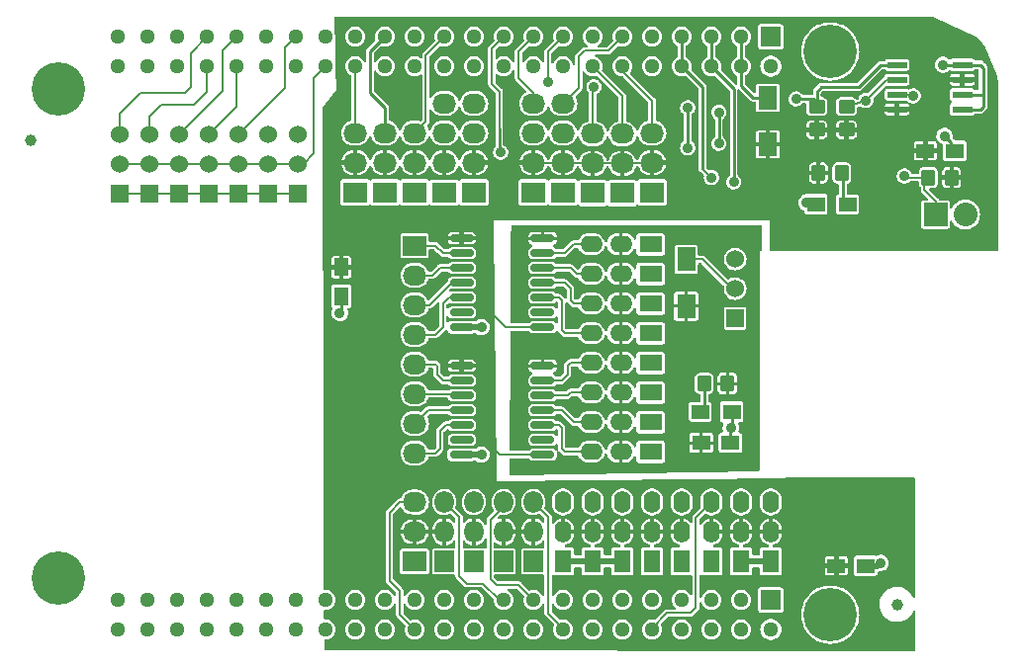
<source format=gbr>
%TF.GenerationSoftware,KiCad,Pcbnew,(6.0.1)*%
%TF.CreationDate,2022-05-20T17:21:30-04:00*%
%TF.ProjectId,BBB-GVS-4,4242422d-4756-4532-9d34-2e6b69636164,0.3*%
%TF.SameCoordinates,PX5962530PY32436e8*%
%TF.FileFunction,Copper,L1,Top*%
%TF.FilePolarity,Positive*%
%FSLAX46Y46*%
G04 Gerber Fmt 4.6, Leading zero omitted, Abs format (unit mm)*
G04 Created by KiCad (PCBNEW (6.0.1)) date 2022-05-20 17:21:30*
%MOMM*%
%LPD*%
G01*
G04 APERTURE LIST*
G04 Aperture macros list*
%AMRoundRect*
0 Rectangle with rounded corners*
0 $1 Rounding radius*
0 $2 $3 $4 $5 $6 $7 $8 $9 X,Y pos of 4 corners*
0 Add a 4 corners polygon primitive as box body*
4,1,4,$2,$3,$4,$5,$6,$7,$8,$9,$2,$3,0*
0 Add four circle primitives for the rounded corners*
1,1,$1+$1,$2,$3*
1,1,$1+$1,$4,$5*
1,1,$1+$1,$6,$7*
1,1,$1+$1,$8,$9*
0 Add four rect primitives between the rounded corners*
20,1,$1+$1,$2,$3,$4,$5,0*
20,1,$1+$1,$4,$5,$6,$7,0*
20,1,$1+$1,$6,$7,$8,$9,0*
20,1,$1+$1,$8,$9,$2,$3,0*%
G04 Aperture macros list end*
%TA.AperFunction,ComponentPad*%
%ADD10C,4.572000*%
%TD*%
%TA.AperFunction,ComponentPad*%
%ADD11R,1.651000X1.651000*%
%TD*%
%TA.AperFunction,ComponentPad*%
%ADD12C,1.300480*%
%TD*%
%TA.AperFunction,SMDPad,CuDef*%
%ADD13RoundRect,0.150000X-0.837500X-0.150000X0.837500X-0.150000X0.837500X0.150000X-0.837500X0.150000X0*%
%TD*%
%TA.AperFunction,SMDPad,CuDef*%
%ADD14RoundRect,0.250000X0.450000X-0.350000X0.450000X0.350000X-0.450000X0.350000X-0.450000X-0.350000X0*%
%TD*%
%TA.AperFunction,SMDPad,CuDef*%
%ADD15RoundRect,0.250000X0.350000X0.450000X-0.350000X0.450000X-0.350000X-0.450000X0.350000X-0.450000X0*%
%TD*%
%TA.AperFunction,SMDPad,CuDef*%
%ADD16RoundRect,0.250000X-0.350000X-0.450000X0.350000X-0.450000X0.350000X0.450000X-0.350000X0.450000X0*%
%TD*%
%TA.AperFunction,ComponentPad*%
%ADD17R,1.524000X1.524000*%
%TD*%
%TA.AperFunction,ComponentPad*%
%ADD18C,1.524000*%
%TD*%
%TA.AperFunction,SMDPad,CuDef*%
%ADD19C,1.000000*%
%TD*%
%TA.AperFunction,SMDPad,CuDef*%
%ADD20R,1.651000X0.599440*%
%TD*%
%TA.AperFunction,ComponentPad*%
%ADD21R,2.032000X1.727200*%
%TD*%
%TA.AperFunction,ComponentPad*%
%ADD22O,2.032000X1.727200*%
%TD*%
%TA.AperFunction,ComponentPad*%
%ADD23R,2.032000X2.032000*%
%TD*%
%TA.AperFunction,ComponentPad*%
%ADD24O,2.032000X2.032000*%
%TD*%
%TA.AperFunction,SMDPad,CuDef*%
%ADD25R,1.500000X1.250000*%
%TD*%
%TA.AperFunction,SMDPad,CuDef*%
%ADD26R,1.250000X1.500000*%
%TD*%
%TA.AperFunction,SMDPad,CuDef*%
%ADD27R,1.500000X1.300000*%
%TD*%
%TA.AperFunction,SMDPad,CuDef*%
%ADD28R,1.600000X2.000000*%
%TD*%
%TA.AperFunction,ComponentPad*%
%ADD29R,1.905000X1.422400*%
%TD*%
%TA.AperFunction,ComponentPad*%
%ADD30O,1.905000X1.422400*%
%TD*%
%TA.AperFunction,ComponentPad*%
%ADD31R,1.422400X1.905000*%
%TD*%
%TA.AperFunction,ComponentPad*%
%ADD32O,1.422400X1.905000*%
%TD*%
%TA.AperFunction,ComponentPad*%
%ADD33R,1.651000X1.905000*%
%TD*%
%TA.AperFunction,ComponentPad*%
%ADD34O,1.651000X1.905000*%
%TD*%
%TA.AperFunction,ViaPad*%
%ADD35C,0.889000*%
%TD*%
%TA.AperFunction,Conductor*%
%ADD36C,0.203200*%
%TD*%
%TA.AperFunction,Conductor*%
%ADD37C,0.508000*%
%TD*%
%TA.AperFunction,Conductor*%
%ADD38C,0.254000*%
%TD*%
G04 APERTURE END LIST*
D10*
%TO.P,BRD1,M1*%
%TO.N,N/C*%
X5715000Y-6350000D03*
%TO.P,BRD1,M2*%
X71755000Y-3175000D03*
%TO.P,BRD1,M3*%
X71755000Y-51435000D03*
%TO.P,BRD1,M4*%
X5715000Y-48260000D03*
D11*
%TO.P,BRD1,C1,DGND*%
%TO.N,GND*%
X66675000Y-1905000D03*
D12*
%TO.P,BRD1,C2,DGND*%
X66675000Y-4445000D03*
%TO.P,BRD1,C3,VDD_3V3EXP*%
%TO.N,VDD_3V3-UF*%
X64135000Y-1905000D03*
%TO.P,BRD1,C4,VDD_3V3EXP*%
X64135000Y-4445000D03*
%TO.P,BRD1,C5,VDD_5V*%
%TO.N,VDD_5V-UF*%
X61595000Y-1905000D03*
%TO.P,BRD1,C6,VDD_5V*%
X61595000Y-4445000D03*
%TO.P,BRD1,C7,SYS_5V*%
%TO.N,SYS_5V*%
X59055000Y-1905000D03*
%TO.P,BRD1,C8,SYS_5V*%
X59055000Y-4445000D03*
%TO.P,BRD1,C9,PWR_BUT*%
%TO.N,/P9 Connector/PWR_BUT*%
X56515000Y-1905000D03*
%TO.P,BRD1,C10,SYS_RESETn*%
%TO.N,/P9 Connector/SYS_RESETn*%
X56515000Y-4445000D03*
%TO.P,BRD1,C11,UART4_RXD*%
%TO.N,/P9 Connector/UART4_RXD*%
X53975000Y-1905000D03*
%TO.P,BRD1,C12,GPIO1_28*%
%TO.N,/P9 Connector/GPIO1_28*%
X53975000Y-4445000D03*
%TO.P,BRD1,C13,UART4_TXD*%
%TO.N,/P9 Connector/UART4_TXD*%
X51435000Y-1905000D03*
%TO.P,BRD1,C14,EHRPWM1A*%
%TO.N,/P9 Connector/EHRPWM1A*%
X51435000Y-4445000D03*
%TO.P,BRD1,C15,GPIO1_16*%
%TO.N,/P9 Connector/GPIO1_16*%
X48895000Y-1905000D03*
%TO.P,BRD1,C16,EHRPWM1B*%
%TO.N,/P9 Connector/EHRPWM1B*%
X48895000Y-4445000D03*
%TO.P,BRD1,C17,I2C1_SCL*%
%TO.N,/P9 Connector/I2C1_SCL*%
X46355000Y-1905000D03*
%TO.P,BRD1,C18,I2C1_SDA*%
%TO.N,/P9 Connector/I2C1_SDA*%
X46355000Y-4445000D03*
%TO.P,BRD1,C19,I2C2_SCL*%
%TO.N,I2C2_SCL*%
X43815000Y-1905000D03*
%TO.P,BRD1,C20,I2C2_SDA*%
%TO.N,I2C2_SDA*%
X43815000Y-4445000D03*
%TO.P,BRD1,C21,UART2_TXD*%
%TO.N,/P9 Connector/UART2_TXD*%
X41275000Y-1905000D03*
%TO.P,BRD1,C22,UART2_RXD*%
%TO.N,/P9 Connector/UART2_RXD*%
X41275000Y-4445000D03*
%TO.P,BRD1,C23,GPIO1_17*%
%TO.N,/P9 Connector/GPIO1_17*%
X38735000Y-1905000D03*
%TO.P,BRD1,C24,UART1_TXD*%
%TO.N,/P9 Connector/UART1_TXD*%
X38735000Y-4445000D03*
%TO.P,BRD1,C25,GPIO3_21*%
%TO.N,unconnected-(BRD1-PadC25)*%
X36195000Y-1905000D03*
%TO.P,BRD1,C26,UART1_RXD*%
%TO.N,/P9 Connector/UART1_RXD*%
X36195000Y-4445000D03*
%TO.P,BRD1,C27,GPIO3_19*%
%TO.N,/P9 Connector/GPIO3_19*%
X33655000Y-1905000D03*
%TO.P,BRD1,C28,SPI1_CS0*%
%TO.N,unconnected-(BRD1-PadC28)*%
X33655000Y-4445000D03*
%TO.P,BRD1,C29,SPI1_D0*%
%TO.N,unconnected-(BRD1-PadC29)*%
X31115000Y-1905000D03*
%TO.P,BRD1,C30,SPI1_D1*%
%TO.N,/P9 Connector/SPI1_D1*%
X31115000Y-4445000D03*
%TO.P,BRD1,C31,SPI1_SCLK*%
%TO.N,unconnected-(BRD1-PadC31)*%
X28575000Y-1905000D03*
%TO.P,BRD1,C32,VDD_ADC*%
%TO.N,VDD_ADC*%
X28575000Y-4445000D03*
%TO.P,BRD1,C33,AIN4*%
%TO.N,AIN4*%
X26035000Y-1905000D03*
%TO.P,BRD1,C34,GNDA_ADC*%
%TO.N,GNDA_ADC*%
X26035000Y-4445000D03*
%TO.P,BRD1,C35,AIN6*%
%TO.N,AIN6*%
X23495000Y-1905000D03*
%TO.P,BRD1,C36,AIN5*%
%TO.N,AIN5*%
X23495000Y-4445000D03*
%TO.P,BRD1,C37,AIN2*%
%TO.N,AIN2*%
X20955000Y-1905000D03*
%TO.P,BRD1,C38,AIN3*%
%TO.N,AIN3*%
X20955000Y-4445000D03*
%TO.P,BRD1,C39,AIN0*%
%TO.N,AIN0*%
X18415000Y-1905000D03*
%TO.P,BRD1,C40,AIN1*%
%TO.N,AIN1*%
X18415000Y-4445000D03*
%TO.P,BRD1,C41,CLKOUT2*%
%TO.N,/P9 Connector/CLKOUT2*%
X15875000Y-1905000D03*
%TO.P,BRD1,C42,GPIO0_7*%
%TO.N,/P9 Connector/GPIO0_7*%
X15875000Y-4445000D03*
%TO.P,BRD1,C43,DGND*%
%TO.N,GND*%
X13335000Y-1905000D03*
%TO.P,BRD1,C44,DGND*%
X13335000Y-4445000D03*
%TO.P,BRD1,C45,DGND*%
X10795000Y-1905000D03*
%TO.P,BRD1,C46,DGND*%
X10795000Y-4445000D03*
D11*
%TO.P,BRD1,B1,DGND*%
X66675000Y-50165000D03*
D12*
%TO.P,BRD1,B2,DGND*%
X66675000Y-52705000D03*
%TO.P,BRD1,B3,GPIO1_6*%
%TO.N,unconnected-(BRD1-PadB3)*%
X64135000Y-50165000D03*
%TO.P,BRD1,B4,GPIO1_7*%
%TO.N,unconnected-(BRD1-PadB4)*%
X64135000Y-52705000D03*
%TO.P,BRD1,B5,GPIO1_2*%
%TO.N,unconnected-(BRD1-PadB5)*%
X61595000Y-50165000D03*
%TO.P,BRD1,B6,GPIO1_3*%
%TO.N,unconnected-(BRD1-PadB6)*%
X61595000Y-52705000D03*
%TO.P,BRD1,B7,TIMER4*%
%TO.N,/P8 Connector/TIMER4*%
X59055000Y-50165000D03*
%TO.P,BRD1,B8,TIMER7*%
%TO.N,/P8 Connector/TIMER7*%
X59055000Y-52705000D03*
%TO.P,BRD1,B9,TIMER5*%
%TO.N,/P8 Connector/TIMER5*%
X56515000Y-50165000D03*
%TO.P,BRD1,B10,TIMER6*%
%TO.N,/P8 Connector/TIMER6*%
X56515000Y-52705000D03*
%TO.P,BRD1,B11,GPIO1_13*%
%TO.N,/P8 Connector/GPIO1_13*%
X53975000Y-50165000D03*
%TO.P,BRD1,B12,GPIO1_12*%
%TO.N,/P8 Connector/GPIO1_12*%
X53975000Y-52705000D03*
%TO.P,BRD1,B13,EHRPWM2B*%
%TO.N,/P8 Connector/EHRPWM2B*%
X51435000Y-50165000D03*
%TO.P,BRD1,B14,GPIO0_26*%
%TO.N,/P8 Connector/GPIO0_26*%
X51435000Y-52705000D03*
%TO.P,BRD1,B15,GPIO1_15*%
%TO.N,/P8 Connector/GPIO1_15*%
X48895000Y-50165000D03*
%TO.P,BRD1,B16,GPIO1_14*%
%TO.N,/P8 Connector/GPIO1_14*%
X48895000Y-52705000D03*
%TO.P,BRD1,B17,GPIO0_27*%
%TO.N,/P8 Connector/GPIO0_27*%
X46355000Y-50165000D03*
%TO.P,BRD1,B18,GPIO2_1*%
%TO.N,/P8 Connector/GPIO2_1*%
X46355000Y-52705000D03*
%TO.P,BRD1,B19,EHRPWM2A*%
%TO.N,/P8 Connector/EHRPWM2A*%
X43815000Y-50165000D03*
%TO.P,BRD1,B20,GPIO1_31*%
%TO.N,unconnected-(BRD1-PadB20)*%
X43815000Y-52705000D03*
%TO.P,BRD1,B21,GPIO1_30*%
%TO.N,unconnected-(BRD1-PadB21)*%
X41275000Y-50165000D03*
%TO.P,BRD1,B22,GPIO1_5*%
%TO.N,unconnected-(BRD1-PadB22)*%
X41275000Y-52705000D03*
%TO.P,BRD1,B23,GPIO1_4*%
%TO.N,unconnected-(BRD1-PadB23)*%
X38735000Y-50165000D03*
%TO.P,BRD1,B24,GPIO1_1*%
%TO.N,unconnected-(BRD1-PadB24)*%
X38735000Y-52705000D03*
%TO.P,BRD1,B25,GPIO1_0*%
%TO.N,unconnected-(BRD1-PadB25)*%
X36195000Y-50165000D03*
%TO.P,BRD1,B26,GPIO1_29*%
%TO.N,/P8 Connector/GPIO1_29*%
X36195000Y-52705000D03*
%TO.P,BRD1,B27,GPIO2_22*%
%TO.N,unconnected-(BRD1-PadB27)*%
X33655000Y-50165000D03*
%TO.P,BRD1,B28,GPIO2_24*%
%TO.N,unconnected-(BRD1-PadB28)*%
X33655000Y-52705000D03*
%TO.P,BRD1,B29,GPIO2_23*%
%TO.N,unconnected-(BRD1-PadB29)*%
X31115000Y-50165000D03*
%TO.P,BRD1,B30,GPIO2_25*%
%TO.N,unconnected-(BRD1-PadB30)*%
X31115000Y-52705000D03*
%TO.P,BRD1,B31,UART5_CTSN*%
%TO.N,unconnected-(BRD1-PadB31)*%
X28575000Y-50165000D03*
%TO.P,BRD1,B32,UART5_RTSN*%
%TO.N,unconnected-(BRD1-PadB32)*%
X28575000Y-52705000D03*
%TO.P,BRD1,B33,UART4_RTSN*%
%TO.N,unconnected-(BRD1-PadB33)*%
X26035000Y-50165000D03*
%TO.P,BRD1,B34,UART3_RTSN*%
%TO.N,unconnected-(BRD1-PadB34)*%
X26035000Y-52705000D03*
%TO.P,BRD1,B35,UART4_CTSN*%
%TO.N,unconnected-(BRD1-PadB35)*%
X23495000Y-50165000D03*
%TO.P,BRD1,B36,UART3_CTSN*%
%TO.N,unconnected-(BRD1-PadB36)*%
X23495000Y-52705000D03*
%TO.P,BRD1,B37,UART5_TXD*%
%TO.N,unconnected-(BRD1-PadB37)*%
X20955000Y-50165000D03*
%TO.P,BRD1,B38,UART5_RXD*%
%TO.N,unconnected-(BRD1-PadB38)*%
X20955000Y-52705000D03*
%TO.P,BRD1,B39,GPIO2_12*%
%TO.N,unconnected-(BRD1-PadB39)*%
X18415000Y-50165000D03*
%TO.P,BRD1,B40,GPIO2_13*%
%TO.N,unconnected-(BRD1-PadB40)*%
X18415000Y-52705000D03*
%TO.P,BRD1,B41,GPIO2_10*%
%TO.N,unconnected-(BRD1-PadB41)*%
X15875000Y-50165000D03*
%TO.P,BRD1,B42,GPIO2_11*%
%TO.N,unconnected-(BRD1-PadB42)*%
X15875000Y-52705000D03*
%TO.P,BRD1,B43,GPIO2_8*%
%TO.N,unconnected-(BRD1-PadB43)*%
X13335000Y-50165000D03*
%TO.P,BRD1,B44,GPIO2_9*%
%TO.N,unconnected-(BRD1-PadB44)*%
X13335000Y-52705000D03*
%TO.P,BRD1,B45,GPIO2_6*%
%TO.N,unconnected-(BRD1-PadB45)*%
X10795000Y-50165000D03*
%TO.P,BRD1,B46,GPIO2_7*%
%TO.N,unconnected-(BRD1-PadB46)*%
X10795000Y-52705000D03*
%TD*%
D13*
%TO.P,U5,1,VCCA(LV)*%
%TO.N,VCC_3V3EXP*%
X40225500Y-30099000D03*
%TO.P,U5,2,A1*%
%TO.N,Net-(P1-Pad5)*%
X40225500Y-31369000D03*
%TO.P,U5,3,A2*%
%TO.N,Net-(P1-Pad6)*%
X40225500Y-32639000D03*
%TO.P,U5,4,A3*%
%TO.N,Net-(P1-Pad7)*%
X40225500Y-33909000D03*
%TO.P,U5,5,A4*%
%TO.N,Net-(P1-Pad8)*%
X40225500Y-35179000D03*
%TO.P,U5,6*%
%TO.N,N/C*%
X40225500Y-36449000D03*
%TO.P,U5,7,GND*%
%TO.N,GND*%
X40225500Y-37719000D03*
%TO.P,U5,8,OE*%
%TO.N,VCC_3V3EXP*%
X47150500Y-37719000D03*
%TO.P,U5,9*%
%TO.N,N/C*%
X47150500Y-36449000D03*
%TO.P,U5,10,B4*%
%TO.N,Net-(J26-Pad3)*%
X47150500Y-35179000D03*
%TO.P,U5,11,B3*%
%TO.N,Net-(J26-Pad6)*%
X47150500Y-33909000D03*
%TO.P,U5,12,B2*%
%TO.N,Net-(J26-Pad9)*%
X47150500Y-32639000D03*
%TO.P,U5,13,B1*%
%TO.N,Net-(J26-Pad12)*%
X47150500Y-31369000D03*
%TO.P,U5,14,VCCB(HV)*%
%TO.N,VDD_5V*%
X47150500Y-30099000D03*
%TD*%
%TO.P,U4,1,VCCA(LV)*%
%TO.N,VCC_3V3EXP*%
X40225500Y-19177000D03*
%TO.P,U4,2,A1*%
%TO.N,Net-(P1-Pad1)*%
X40225500Y-20447000D03*
%TO.P,U4,3,A2*%
%TO.N,Net-(P1-Pad2)*%
X40225500Y-21717000D03*
%TO.P,U4,4,A3*%
%TO.N,Net-(P1-Pad3)*%
X40225500Y-22987000D03*
%TO.P,U4,5,A4*%
%TO.N,Net-(P1-Pad4)*%
X40225500Y-24257000D03*
%TO.P,U4,6*%
%TO.N,N/C*%
X40225500Y-25527000D03*
%TO.P,U4,7,GND*%
%TO.N,GND*%
X40225500Y-26797000D03*
%TO.P,U4,8,OE*%
%TO.N,VCC_3V3EXP*%
X47150500Y-26797000D03*
%TO.P,U4,9*%
%TO.N,N/C*%
X47150500Y-25527000D03*
%TO.P,U4,10,B4*%
%TO.N,Net-(J26-Pad15)*%
X47150500Y-24257000D03*
%TO.P,U4,11,B3*%
%TO.N,Net-(J26-Pad18)*%
X47150500Y-22987000D03*
%TO.P,U4,12,B2*%
%TO.N,Net-(J26-Pad21)*%
X47150500Y-21717000D03*
%TO.P,U4,13,B1*%
%TO.N,Net-(J26-Pad24)*%
X47150500Y-20447000D03*
%TO.P,U4,14,VCCB(HV)*%
%TO.N,VDD_5V*%
X47150500Y-19177000D03*
%TD*%
D14*
%TO.P,R5,1*%
%TO.N,VCC_3V3EXP*%
X70612000Y-9890000D03*
%TO.P,R5,2*%
%TO.N,I2C2_SDA*%
X70612000Y-7890000D03*
%TD*%
%TO.P,R4,1*%
%TO.N,VCC_3V3EXP*%
X73152000Y-9890000D03*
%TO.P,R4,2*%
%TO.N,I2C2_SCL*%
X73152000Y-7890000D03*
%TD*%
D15*
%TO.P,R3,1*%
%TO.N,VCC_3V3EXP*%
X82153000Y-13970000D03*
%TO.P,R3,2*%
%TO.N,Net-(J11-Pad1)*%
X80153000Y-13970000D03*
%TD*%
%TO.P,R2,2*%
%TO.N,Net-(D2-Pad1)*%
X60976000Y-31623000D03*
%TO.P,R2,1*%
%TO.N,VDD_5V*%
X62976000Y-31623000D03*
%TD*%
D16*
%TO.P,R1,1*%
%TO.N,VCC_3V3EXP*%
X70755000Y-13589000D03*
%TO.P,R1,2*%
%TO.N,Net-(D1-Pad1)*%
X72755000Y-13589000D03*
%TD*%
D17*
%TO.P,A6,1,P1*%
%TO.N,GNDA_ADC*%
X26162000Y-15367000D03*
D18*
%TO.P,A6,2,PM*%
%TO.N,VDD_ADC*%
X26162000Y-12827000D03*
%TO.P,A6,3,P3*%
%TO.N,AIN6*%
X26162000Y-10287000D03*
%TD*%
D17*
%TO.P,A5,1,P1*%
%TO.N,GNDA_ADC*%
X23622000Y-15367000D03*
D18*
%TO.P,A5,2,PM*%
%TO.N,VDD_ADC*%
X23622000Y-12827000D03*
%TO.P,A5,3,P3*%
%TO.N,AIN5*%
X23622000Y-10287000D03*
%TD*%
D17*
%TO.P,A4,1,P1*%
%TO.N,GNDA_ADC*%
X21082000Y-15367000D03*
D18*
%TO.P,A4,2,PM*%
%TO.N,VDD_ADC*%
X21082000Y-12827000D03*
%TO.P,A4,3,P3*%
%TO.N,AIN4*%
X21082000Y-10287000D03*
%TD*%
D17*
%TO.P,A0,1,P1*%
%TO.N,GNDA_ADC*%
X10922000Y-15367000D03*
D18*
%TO.P,A0,2,PM*%
%TO.N,VDD_ADC*%
X10922000Y-12827000D03*
%TO.P,A0,3,P3*%
%TO.N,AIN0*%
X10922000Y-10287000D03*
%TD*%
D17*
%TO.P,A1,1,P1*%
%TO.N,GNDA_ADC*%
X13462000Y-15367000D03*
D18*
%TO.P,A1,2,PM*%
%TO.N,VDD_ADC*%
X13462000Y-12827000D03*
%TO.P,A1,3,P3*%
%TO.N,AIN1*%
X13462000Y-10287000D03*
%TD*%
D17*
%TO.P,A3,1,P1*%
%TO.N,GNDA_ADC*%
X18542000Y-15367000D03*
D18*
%TO.P,A3,2,PM*%
%TO.N,VDD_ADC*%
X18542000Y-12827000D03*
%TO.P,A3,3,P3*%
%TO.N,AIN3*%
X18542000Y-10287000D03*
%TD*%
D17*
%TO.P,A2,1,P1*%
%TO.N,GNDA_ADC*%
X16002000Y-15367000D03*
D18*
%TO.P,A2,2,PM*%
%TO.N,VDD_ADC*%
X16002000Y-12827000D03*
%TO.P,A2,3,P3*%
%TO.N,AIN2*%
X16002000Y-10287000D03*
%TD*%
D17*
%TO.P,J25,1,P1*%
%TO.N,SYS_5V*%
X63627000Y-26035000D03*
D18*
%TO.P,J25,2,PM*%
%TO.N,Net-(F1-Pad2)*%
X63627000Y-23495000D03*
%TO.P,J25,3,P3*%
%TO.N,VDD_5V-UF*%
X63627000Y-20955000D03*
%TD*%
D19*
%TO.P,FID1,1,1*%
%TO.N,unconnected-(FID1-Pad1)*%
X77470000Y-50546000D03*
%TD*%
%TO.P,FID2,1,1*%
%TO.N,unconnected-(FID2-Pad1)*%
X3302000Y-10795000D03*
%TD*%
D20*
%TO.P,U1,8,VCC*%
%TO.N,VCC_3V3EXP*%
X77470000Y-8128000D03*
%TO.P,U1,1,A0*%
%TO.N,GND*%
X83058000Y-8128000D03*
%TO.P,U1,7,WP*%
%TO.N,Net-(J11-Pad1)*%
X77470000Y-6858000D03*
%TO.P,U1,6,SCL*%
%TO.N,I2C2_SCL*%
X77470000Y-5588000D03*
%TO.P,U1,5,SDA*%
%TO.N,I2C2_SDA*%
X77470000Y-4318000D03*
%TO.P,U1,2,A1*%
%TO.N,GND*%
X83058000Y-6858000D03*
%TO.P,U1,3,A2*%
%TO.N,VCC_3V3EXP*%
X83058000Y-5588000D03*
%TO.P,U1,4,GND*%
%TO.N,GND*%
X83058000Y-4318000D03*
%TD*%
D21*
%TO.P,P1,1,P1*%
%TO.N,Net-(P1-Pad1)*%
X36195000Y-19812000D03*
D22*
%TO.P,P1,2,P2*%
%TO.N,Net-(P1-Pad2)*%
X36195000Y-22352000D03*
%TO.P,P1,3,P3*%
%TO.N,Net-(P1-Pad3)*%
X36195000Y-24892000D03*
%TO.P,P1,4,P4*%
%TO.N,Net-(P1-Pad4)*%
X36195000Y-27432000D03*
%TO.P,P1,5,P5*%
%TO.N,Net-(P1-Pad5)*%
X36195000Y-29972000D03*
%TO.P,P1,6,P6*%
%TO.N,Net-(P1-Pad6)*%
X36195000Y-32512000D03*
%TO.P,P1,7,P7*%
%TO.N,Net-(P1-Pad7)*%
X36195000Y-35052000D03*
%TO.P,P1,8,P8*%
%TO.N,Net-(P1-Pad8)*%
X36195000Y-37592000D03*
%TD*%
D21*
%TO.P,J12,1,P1*%
%TO.N,GND*%
X36195000Y-46863000D03*
D22*
%TO.P,J12,2,PM*%
%TO.N,VCC_3V3EXP*%
X36195000Y-44323000D03*
%TO.P,J12,3,P3*%
%TO.N,/P8 Connector/GPIO1_29*%
X36195000Y-41783000D03*
%TD*%
D21*
%TO.P,J4,1,P1*%
%TO.N,GND*%
X38735000Y-15255000D03*
D22*
%TO.P,J4,2,P2*%
%TO.N,VCC_3V3EXP*%
X38735000Y-12715000D03*
%TO.P,J4,3,P3*%
%TO.N,/P9 Connector/UART1_RXD*%
X38735000Y-10175000D03*
%TO.P,J4,4,P4*%
%TO.N,/P9 Connector/UART1_TXD*%
X38735000Y-7635000D03*
%TD*%
D21*
%TO.P,J7,1,P1*%
%TO.N,GND*%
X48895000Y-15240000D03*
D22*
%TO.P,J7,2,P2*%
%TO.N,VCC_3V3EXP*%
X48895000Y-12700000D03*
%TO.P,J7,3,P3*%
%TO.N,/P9 Connector/UART4_TXD*%
X48895000Y-10160000D03*
%TO.P,J7,4,P4*%
%TO.N,/P9 Connector/UART4_RXD*%
X48895000Y-7620000D03*
%TD*%
D21*
%TO.P,J6,1,P1*%
%TO.N,GND*%
X46355000Y-15240000D03*
D22*
%TO.P,J6,2,P2*%
%TO.N,VCC_3V3EXP*%
X46355000Y-12700000D03*
%TO.P,J6,3,P3*%
%TO.N,/P9 Connector/I2C1_SDA*%
X46355000Y-10160000D03*
%TO.P,J6,4,P4*%
%TO.N,/P9 Connector/I2C1_SCL*%
X46355000Y-7620000D03*
%TD*%
D21*
%TO.P,J5,1,P1*%
%TO.N,GND*%
X41275000Y-15240000D03*
D22*
%TO.P,J5,2,P2*%
%TO.N,VCC_3V3EXP*%
X41275000Y-12700000D03*
%TO.P,J5,3,P3*%
%TO.N,/P9 Connector/UART2_TXD*%
X41275000Y-10160000D03*
%TO.P,J5,4,P4*%
%TO.N,/P9 Connector/UART2_RXD*%
X41275000Y-7620000D03*
%TD*%
D21*
%TO.P,J8,1,P1*%
%TO.N,GND*%
X51435000Y-15300800D03*
D22*
%TO.P,J8,2,PM*%
%TO.N,VCC_3V3EXP*%
X51435000Y-12760800D03*
%TO.P,J8,3,P3*%
%TO.N,/P9 Connector/GPIO1_16*%
X51435000Y-10220800D03*
%TD*%
D21*
%TO.P,J3,1,P1*%
%TO.N,GND*%
X36195000Y-15240000D03*
D22*
%TO.P,J3,2,PM*%
%TO.N,VCC_3V3EXP*%
X36195000Y-12700000D03*
%TO.P,J3,3,P3*%
%TO.N,/P9 Connector/GPIO1_17*%
X36195000Y-10160000D03*
%TD*%
D21*
%TO.P,J2,1,P1*%
%TO.N,GND*%
X33655000Y-15240000D03*
D22*
%TO.P,J2,2,PM*%
%TO.N,VCC_3V3EXP*%
X33655000Y-12700000D03*
%TO.P,J2,3,P3*%
%TO.N,/P9 Connector/GPIO3_19*%
X33655000Y-10160000D03*
%TD*%
D21*
%TO.P,J10,1,P1*%
%TO.N,GND*%
X56515000Y-15240000D03*
D22*
%TO.P,J10,2,PM*%
%TO.N,VCC_3V3EXP*%
X56515000Y-12700000D03*
%TO.P,J10,3,P3*%
%TO.N,/P9 Connector/GPIO1_28*%
X56515000Y-10160000D03*
%TD*%
D21*
%TO.P,J9,1,P1*%
%TO.N,GND*%
X53975000Y-15316200D03*
D22*
%TO.P,J9,2,PM*%
%TO.N,VCC_3V3EXP*%
X53975000Y-12776200D03*
%TO.P,J9,3,P3*%
%TO.N,/P9 Connector/EHRPWM1A*%
X53975000Y-10236200D03*
%TD*%
D21*
%TO.P,J1,1,P1*%
%TO.N,GND*%
X31115000Y-15240000D03*
D22*
%TO.P,J1,2,PM*%
%TO.N,VCC_3V3EXP*%
X31115000Y-12700000D03*
%TO.P,J1,3,P3*%
%TO.N,/P9 Connector/SPI1_D1*%
X31115000Y-10160000D03*
%TD*%
D23*
%TO.P,J11,1,P1*%
%TO.N,Net-(J11-Pad1)*%
X80772000Y-17145000D03*
D24*
%TO.P,J11,2,PM*%
%TO.N,GND*%
X83312000Y-17145000D03*
%TD*%
D25*
%TO.P,C1,1*%
%TO.N,VCC_3V3EXP*%
X79903000Y-11684000D03*
%TO.P,C1,2*%
%TO.N,GND*%
X82403000Y-11684000D03*
%TD*%
%TO.P,C3,1*%
%TO.N,VCC_3V3EXP*%
X72283000Y-47244000D03*
%TO.P,C3,2*%
%TO.N,GND*%
X74783000Y-47244000D03*
%TD*%
D26*
%TO.P,C4,1*%
%TO.N,VCC_3V3EXP*%
X29921200Y-21660800D03*
%TO.P,C4,2*%
%TO.N,GND*%
X29921200Y-24160800D03*
%TD*%
D27*
%TO.P,D1,1,A*%
%TO.N,Net-(D1-Pad1)*%
X73232000Y-16256000D03*
%TO.P,D1,2,K*%
%TO.N,GND*%
X70532000Y-16256000D03*
%TD*%
%TO.P,D2,1,A*%
%TO.N,Net-(D2-Pad1)*%
X60626000Y-34036000D03*
%TO.P,D2,2,K*%
%TO.N,GND*%
X63326000Y-34036000D03*
%TD*%
D28*
%TO.P,F1,1*%
%TO.N,VDD_5V*%
X59436000Y-24987000D03*
%TO.P,F1,2*%
%TO.N,Net-(F1-Pad2)*%
X59436000Y-20987000D03*
%TD*%
%TO.P,F2,1*%
%TO.N,VCC_3V3EXP*%
X66421000Y-11144000D03*
%TO.P,F2,2*%
%TO.N,VDD_3V3-UF*%
X66421000Y-7144000D03*
%TD*%
D25*
%TO.P,C2,1*%
%TO.N,VDD_5V*%
X60726000Y-36703000D03*
%TO.P,C2,2*%
%TO.N,GND*%
X63226000Y-36703000D03*
%TD*%
D29*
%TO.P,J26,1,G*%
%TO.N,GND*%
X56388000Y-37465000D03*
D30*
%TO.P,J26,2,V*%
%TO.N,VDD_5V*%
X53848000Y-37465000D03*
%TO.P,J26,3,3*%
%TO.N,Net-(J26-Pad3)*%
X51308000Y-37465000D03*
D29*
%TO.P,J26,4,4*%
%TO.N,GND*%
X56388000Y-34925000D03*
D30*
%TO.P,J26,5,5*%
%TO.N,VDD_5V*%
X53848000Y-34925000D03*
%TO.P,J26,6,6*%
%TO.N,Net-(J26-Pad6)*%
X51308000Y-34925000D03*
D29*
%TO.P,J26,7,7*%
%TO.N,GND*%
X56388000Y-32385000D03*
D30*
%TO.P,J26,8,8*%
%TO.N,VDD_5V*%
X53848000Y-32385000D03*
%TO.P,J26,9,9*%
%TO.N,Net-(J26-Pad9)*%
X51308000Y-32385000D03*
D29*
%TO.P,J26,10,10*%
%TO.N,GND*%
X56388000Y-29845000D03*
D30*
%TO.P,J26,11,11*%
%TO.N,VDD_5V*%
X53848000Y-29845000D03*
%TO.P,J26,12,12*%
%TO.N,Net-(J26-Pad12)*%
X51308000Y-29845000D03*
D29*
%TO.P,J26,13,13*%
%TO.N,GND*%
X56388000Y-27305000D03*
D30*
%TO.P,J26,14,14*%
%TO.N,VDD_5V*%
X53848000Y-27305000D03*
%TO.P,J26,15,15*%
%TO.N,Net-(J26-Pad15)*%
X51308000Y-27305000D03*
D29*
%TO.P,J26,16,16*%
%TO.N,GND*%
X56388000Y-24765000D03*
D30*
%TO.P,J26,17,17*%
%TO.N,VDD_5V*%
X53848000Y-24765000D03*
%TO.P,J26,18,18*%
%TO.N,Net-(J26-Pad18)*%
X51308000Y-24765000D03*
D29*
%TO.P,J26,19,19*%
%TO.N,GND*%
X56388000Y-22225000D03*
D30*
%TO.P,J26,20,20*%
%TO.N,VDD_5V*%
X53848000Y-22225000D03*
%TO.P,J26,21,21*%
%TO.N,Net-(J26-Pad21)*%
X51308000Y-22225000D03*
D29*
%TO.P,J26,22,22*%
%TO.N,GND*%
X56388000Y-19685000D03*
D30*
%TO.P,J26,23,23*%
%TO.N,VDD_5V*%
X53848000Y-19685000D03*
%TO.P,J26,24,24*%
%TO.N,Net-(J26-Pad24)*%
X51308000Y-19685000D03*
%TD*%
D31*
%TO.P,J24,1,G*%
%TO.N,GND*%
X48895000Y-46863000D03*
D32*
%TO.P,J24,2,V*%
%TO.N,VCC_3V3EXP*%
X48895000Y-44323000D03*
%TO.P,J24,3,3*%
%TO.N,/P8 Connector/GPIO1_15*%
X48895000Y-41783000D03*
D31*
%TO.P,J24,4,4*%
%TO.N,GND*%
X51435000Y-46863000D03*
D32*
%TO.P,J24,5,5*%
%TO.N,VCC_3V3EXP*%
X51435000Y-44323000D03*
%TO.P,J24,6,6*%
%TO.N,/P8 Connector/EHRPWM2B*%
X51435000Y-41783000D03*
D31*
%TO.P,J24,7,7*%
%TO.N,GND*%
X53975000Y-46863000D03*
D32*
%TO.P,J24,8,8*%
%TO.N,VCC_3V3EXP*%
X53975000Y-44323000D03*
%TO.P,J24,9,9*%
%TO.N,/P8 Connector/GPIO1_12*%
X53975000Y-41783000D03*
D31*
%TO.P,J24,10,10*%
%TO.N,GND*%
X56515000Y-46863000D03*
D32*
%TO.P,J24,11,11*%
%TO.N,VCC_3V3EXP*%
X56515000Y-44323000D03*
%TO.P,J24,12,12*%
%TO.N,/P8 Connector/GPIO1_13*%
X56515000Y-41783000D03*
D31*
%TO.P,J24,13,13*%
%TO.N,GND*%
X59055000Y-46863000D03*
D32*
%TO.P,J24,14,14*%
%TO.N,VCC_3V3EXP*%
X59055000Y-44323000D03*
%TO.P,J24,15,15*%
%TO.N,/P8 Connector/TIMER5*%
X59055000Y-41783000D03*
D31*
%TO.P,J24,16,16*%
%TO.N,GND*%
X61595000Y-46863000D03*
D32*
%TO.P,J24,17,17*%
%TO.N,VCC_3V3EXP*%
X61595000Y-44323000D03*
%TO.P,J24,18,18*%
%TO.N,/P8 Connector/TIMER6*%
X61595000Y-41783000D03*
D31*
%TO.P,J24,19,19*%
%TO.N,GND*%
X64135000Y-46863000D03*
D32*
%TO.P,J24,20,20*%
%TO.N,VCC_3V3EXP*%
X64135000Y-44323000D03*
%TO.P,J24,21,21*%
%TO.N,/P8 Connector/TIMER4*%
X64135000Y-41783000D03*
D31*
%TO.P,J24,22,22*%
%TO.N,GND*%
X66675000Y-46863000D03*
D32*
%TO.P,J24,23,23*%
%TO.N,VCC_3V3EXP*%
X66675000Y-44323000D03*
%TO.P,J24,24,24*%
%TO.N,/P8 Connector/TIMER7*%
X66675000Y-41783000D03*
%TD*%
D33*
%TO.P,J16,1,G*%
%TO.N,GND*%
X38735000Y-46863000D03*
D34*
%TO.P,J16,2,V*%
%TO.N,VCC_3V3EXP*%
X38735000Y-44323000D03*
%TO.P,J16,3,3*%
%TO.N,/P8 Connector/EHRPWM2A*%
X38735000Y-41783000D03*
D33*
%TO.P,J16,4,4*%
%TO.N,GND*%
X41275000Y-46863000D03*
D34*
%TO.P,J16,5,5*%
%TO.N,VCC_3V3EXP*%
X41275000Y-44323000D03*
%TO.P,J16,6,6*%
%TO.N,/P8 Connector/GPIO2_1*%
X41275000Y-41783000D03*
D33*
%TO.P,J16,7,7*%
%TO.N,GND*%
X43815000Y-46863000D03*
D34*
%TO.P,J16,8,8*%
%TO.N,VCC_3V3EXP*%
X43815000Y-44323000D03*
%TO.P,J16,9,9*%
%TO.N,/P8 Connector/GPIO0_27*%
X43815000Y-41783000D03*
D33*
%TO.P,J16,10,10*%
%TO.N,GND*%
X46355000Y-46863000D03*
D34*
%TO.P,J16,11,11*%
%TO.N,VCC_3V3EXP*%
X46355000Y-44323000D03*
%TO.P,J16,12,12*%
%TO.N,/P8 Connector/GPIO1_14*%
X46355000Y-41783000D03*
%TD*%
D35*
%TO.N,/P9 Connector/GPIO1_16*%
X47625000Y-5816600D03*
X51536600Y-6197600D03*
%TO.N,GND*%
X41910000Y-37719000D03*
X41910000Y-26797000D03*
X76073000Y-46990000D03*
X69723000Y-16129000D03*
X81534000Y-10414000D03*
X81407000Y-4318000D03*
X63246000Y-35433000D03*
X29794200Y-25577800D03*
%TO.N,VDD_5V-UF*%
X63500000Y-14351000D03*
%TO.N,SYS_5V*%
X61595000Y-13970000D03*
%TO.N,I2C2_SCL*%
X62230000Y-8382000D03*
X43561000Y-11811000D03*
X62230000Y-11049000D03*
X74803000Y-7366000D03*
%TO.N,I2C2_SDA*%
X68834000Y-7239000D03*
X59563000Y-8001000D03*
X59563000Y-11430000D03*
%TO.N,Net-(J11-Pad1)*%
X78105000Y-13843000D03*
X78867000Y-6985000D03*
%TD*%
D36*
%TO.N,/P9 Connector/GPIO1_16*%
X51435000Y-6299200D02*
X51435000Y-10220800D01*
X51536600Y-6197600D02*
X51435000Y-6299200D01*
X47599600Y-3200400D02*
X47599600Y-5791200D01*
X47599600Y-5791200D02*
X47625000Y-5816600D01*
X48895000Y-1905000D02*
X47599600Y-3200400D01*
%TO.N,/P9 Connector/UART4_RXD*%
X52755800Y-3124200D02*
X53975000Y-1905000D01*
X50241200Y-3606800D02*
X50723800Y-3124200D01*
X50723800Y-3124200D02*
X52755800Y-3124200D01*
X50241200Y-6273800D02*
X50241200Y-3606800D01*
X48895000Y-7620000D02*
X50241200Y-6273800D01*
%TO.N,/P9 Connector/EHRPWM1A*%
X53975000Y-6985000D02*
X51435000Y-4445000D01*
X53975000Y-10236200D02*
X53975000Y-6985000D01*
%TO.N,/P9 Connector/GPIO1_17*%
X37149551Y-3490449D02*
X38735000Y-1905000D01*
X37149551Y-9205449D02*
X37149551Y-3490449D01*
X36195000Y-10160000D02*
X37149551Y-9205449D01*
%TO.N,VDD_ADC*%
X26682000Y-12827000D02*
X27594000Y-11915000D01*
X27594000Y-11915000D02*
X27594000Y-5426000D01*
X27594000Y-5426000D02*
X28575000Y-4445000D01*
X26162000Y-12827000D02*
X26682000Y-12827000D01*
%TO.N,GNDA_ADC*%
X23622000Y-15367000D02*
X26162000Y-15367000D01*
X21082000Y-15367000D02*
X23622000Y-15367000D01*
X18542000Y-15367000D02*
X21082000Y-15367000D01*
X16002000Y-15367000D02*
X18542000Y-15367000D01*
X13462000Y-15367000D02*
X16002000Y-15367000D01*
X10922000Y-15367000D02*
X13462000Y-15367000D01*
%TO.N,VDD_ADC*%
X23622000Y-12827000D02*
X26162000Y-12827000D01*
X21082000Y-12827000D02*
X23622000Y-12827000D01*
X18542000Y-12827000D02*
X21082000Y-12827000D01*
X16002000Y-12827000D02*
X18542000Y-12827000D01*
X13462000Y-12827000D02*
X16002000Y-12827000D01*
X10922000Y-12827000D02*
X13462000Y-12827000D01*
%TO.N,AIN4*%
X25080449Y-2859551D02*
X26035000Y-1905000D01*
X25080449Y-6288551D02*
X25080449Y-2859551D01*
X21082000Y-10287000D02*
X25080449Y-6288551D01*
%TO.N,AIN3*%
X20955000Y-7874000D02*
X20955000Y-4445000D01*
X18542000Y-10287000D02*
X20955000Y-7874000D01*
%TO.N,AIN0*%
X17018000Y-3302000D02*
X18415000Y-1905000D01*
X12700000Y-6731000D02*
X16510000Y-6731000D01*
X10922000Y-8509000D02*
X12700000Y-6731000D01*
X10922000Y-10287000D02*
X10922000Y-8509000D01*
X16510000Y-6731000D02*
X17018000Y-6223000D01*
X17018000Y-6223000D02*
X17018000Y-3302000D01*
%TO.N,AIN1*%
X17272000Y-7747000D02*
X18415000Y-6604000D01*
X18415000Y-6604000D02*
X18415000Y-4445000D01*
X13462000Y-8763000D02*
X14478000Y-7747000D01*
X13462000Y-10287000D02*
X13462000Y-8763000D01*
X14478000Y-7747000D02*
X17272000Y-7747000D01*
%TO.N,AIN2*%
X19748500Y-3111500D02*
X20955000Y-1905000D01*
X19748500Y-6540500D02*
X19748500Y-3111500D01*
X16002000Y-10287000D02*
X19748500Y-6540500D01*
%TO.N,VCC_3V3EXP*%
X43434000Y-37719000D02*
X42672000Y-36957000D01*
X47150500Y-37719000D02*
X43434000Y-37719000D01*
X43942000Y-26797000D02*
X42672000Y-25527000D01*
X43942000Y-26797000D02*
X47150500Y-26797000D01*
D37*
%TO.N,GND*%
X64135000Y-46863000D02*
X66675000Y-46863000D01*
D36*
%TO.N,Net-(J26-Pad24)*%
X49784000Y-19685000D02*
X51308000Y-19685000D01*
X49022000Y-20447000D02*
X49784000Y-19685000D01*
X47150500Y-20447000D02*
X49022000Y-20447000D01*
%TO.N,Net-(J26-Pad21)*%
X50038000Y-22225000D02*
X51308000Y-22225000D01*
X49530000Y-21717000D02*
X50038000Y-22225000D01*
X47150500Y-21717000D02*
X49530000Y-21717000D01*
%TO.N,Net-(J26-Pad18)*%
X51308000Y-24765000D02*
X49784000Y-24765000D01*
X49784000Y-24765000D02*
X49530000Y-24511000D01*
X49530000Y-23495000D02*
X49530000Y-24511000D01*
X49022000Y-22987000D02*
X49530000Y-23495000D01*
X47150500Y-22987000D02*
X49022000Y-22987000D01*
%TO.N,Net-(J26-Pad15)*%
X49022000Y-27305000D02*
X51308000Y-27305000D01*
X48768000Y-24511000D02*
X48768000Y-27051000D01*
X48768000Y-27051000D02*
X49022000Y-27305000D01*
X47150500Y-24257000D02*
X48514000Y-24257000D01*
X48514000Y-24257000D02*
X48768000Y-24511000D01*
%TO.N,Net-(J26-Pad12)*%
X49276000Y-30861000D02*
X49276000Y-30099000D01*
X49530000Y-29845000D02*
X51308000Y-29845000D01*
X48768000Y-31369000D02*
X49276000Y-30861000D01*
X47150500Y-31369000D02*
X48768000Y-31369000D01*
X49276000Y-30099000D02*
X49530000Y-29845000D01*
%TO.N,Net-(J26-Pad9)*%
X49276000Y-32639000D02*
X49530000Y-32385000D01*
X49530000Y-32385000D02*
X51308000Y-32385000D01*
X47150500Y-32639000D02*
X49276000Y-32639000D01*
%TO.N,Net-(J26-Pad6)*%
X49784000Y-34925000D02*
X51308000Y-34925000D01*
X48768000Y-33909000D02*
X49784000Y-34925000D01*
X47150500Y-33909000D02*
X48768000Y-33909000D01*
%TO.N,Net-(J26-Pad3)*%
X49022000Y-37465000D02*
X51308000Y-37465000D01*
X48768000Y-37211000D02*
X49022000Y-37465000D01*
X48768000Y-35433000D02*
X48768000Y-37211000D01*
X48514000Y-35179000D02*
X48768000Y-35433000D01*
X47150500Y-35179000D02*
X48514000Y-35179000D01*
D37*
%TO.N,GND*%
X40225500Y-37719000D02*
X41910000Y-37719000D01*
X40225500Y-26797000D02*
X41910000Y-26797000D01*
D36*
%TO.N,Net-(P1-Pad1)*%
X38608000Y-20447000D02*
X37973000Y-19812000D01*
X40225500Y-20447000D02*
X38608000Y-20447000D01*
X37973000Y-19812000D02*
X36195000Y-19812000D01*
%TO.N,Net-(P1-Pad2)*%
X38354000Y-21717000D02*
X37719000Y-22352000D01*
X40225500Y-21717000D02*
X38354000Y-21717000D01*
X37719000Y-22352000D02*
X36195000Y-22352000D01*
%TO.N,Net-(P1-Pad3)*%
X37465000Y-24892000D02*
X36195000Y-24892000D01*
X39370000Y-22987000D02*
X37465000Y-24892000D01*
X40225500Y-22987000D02*
X39370000Y-22987000D01*
%TO.N,Net-(P1-Pad4)*%
X38608000Y-26797000D02*
X37973000Y-27432000D01*
X39116000Y-24257000D02*
X38608000Y-24765000D01*
X38608000Y-24765000D02*
X38608000Y-26797000D01*
X40225500Y-24257000D02*
X39116000Y-24257000D01*
X37973000Y-27432000D02*
X36195000Y-27432000D01*
%TO.N,Net-(P1-Pad5)*%
X36195000Y-29972000D02*
X37973000Y-29972000D01*
X37973000Y-29972000D02*
X38100000Y-30099000D01*
X38100000Y-30861000D02*
X38100000Y-30099000D01*
X38608000Y-31369000D02*
X38100000Y-30861000D01*
X40225500Y-31369000D02*
X38608000Y-31369000D01*
%TO.N,Net-(P1-Pad6)*%
X40098500Y-32512000D02*
X36195000Y-32512000D01*
X40225500Y-32639000D02*
X40098500Y-32512000D01*
%TO.N,Net-(P1-Pad7)*%
X37338000Y-33909000D02*
X36195000Y-35052000D01*
X40225500Y-33909000D02*
X37338000Y-33909000D01*
%TO.N,Net-(P1-Pad8)*%
X38354000Y-35687000D02*
X38354000Y-37211000D01*
X38862000Y-35179000D02*
X38354000Y-35687000D01*
X37973000Y-37592000D02*
X38354000Y-37211000D01*
X40225500Y-35179000D02*
X38862000Y-35179000D01*
X36195000Y-37592000D02*
X37973000Y-37592000D01*
D37*
%TO.N,GND*%
X48895000Y-46863000D02*
X51435000Y-46863000D01*
X51435000Y-46863000D02*
X53975000Y-46863000D01*
X74485500Y-47244000D02*
X75819000Y-47244000D01*
X75819000Y-47244000D02*
X76073000Y-46990000D01*
D38*
X70929500Y-16256000D02*
X69850000Y-16256000D01*
X69850000Y-16256000D02*
X69723000Y-16129000D01*
X82105500Y-11684000D02*
X82105500Y-10985500D01*
X82105500Y-10985500D02*
X81534000Y-10414000D01*
X83058000Y-4318000D02*
X81407000Y-4318000D01*
X83058000Y-6858000D02*
X84836000Y-6858000D01*
X83058000Y-8128000D02*
X84582000Y-8128000D01*
X84582000Y-4318000D02*
X83058000Y-4318000D01*
X84836000Y-4572000D02*
X84582000Y-4318000D01*
X84836000Y-7874000D02*
X84836000Y-6858000D01*
X84836000Y-6858000D02*
X84836000Y-4572000D01*
X84582000Y-8128000D02*
X84836000Y-7874000D01*
X63226000Y-35453000D02*
X63246000Y-35433000D01*
X63326000Y-35353000D02*
X63326000Y-34036000D01*
X63326000Y-35353000D02*
X63246000Y-35433000D01*
X63226000Y-36703000D02*
X63226000Y-35453000D01*
X29921200Y-25450800D02*
X29794200Y-25577800D01*
X29921200Y-24160800D02*
X29921200Y-25450800D01*
D36*
%TO.N,VCC_3V3EXP*%
X46355000Y-12700000D02*
X48895000Y-12700000D01*
X48895000Y-12700000D02*
X51435000Y-12700000D01*
X51435000Y-12700000D02*
X53975000Y-12700000D01*
X53975000Y-12700000D02*
X56515000Y-12700000D01*
D38*
%TO.N,VDD_5V-UF*%
X61595000Y-1905000D02*
X61595000Y-4445000D01*
X63500000Y-6350000D02*
X61595000Y-4445000D01*
X63500000Y-14351000D02*
X63500000Y-6350000D01*
%TO.N,VDD_3V3-UF*%
X64135000Y-4445000D02*
X64135000Y-1905000D01*
X65183000Y-7144000D02*
X64135000Y-6096000D01*
X64135000Y-6096000D02*
X64135000Y-4445000D01*
X66421000Y-7144000D02*
X65183000Y-7144000D01*
%TO.N,SYS_5V*%
X59055000Y-1905000D02*
X59055000Y-4445000D01*
X60833000Y-12192000D02*
X60833000Y-6223000D01*
X60833000Y-13208000D02*
X60833000Y-12192000D01*
X60833000Y-6223000D02*
X59055000Y-4445000D01*
D36*
X60833000Y-13208000D02*
X60833000Y-12192000D01*
X61595000Y-13970000D02*
X60833000Y-13208000D01*
D38*
%TO.N,Net-(D1-Pad1)*%
X72834500Y-16256000D02*
X72834500Y-13970000D01*
%TO.N,Net-(D2-Pad1)*%
X61023500Y-31623000D02*
X61023500Y-34036000D01*
D36*
%TO.N,Net-(F1-Pad2)*%
X60865000Y-20987000D02*
X59436000Y-20987000D01*
X63373000Y-23495000D02*
X60865000Y-20987000D01*
X63627000Y-23495000D02*
X63373000Y-23495000D01*
%TO.N,/P9 Connector/GPIO1_28*%
X53975000Y-4445000D02*
X53975000Y-4826000D01*
X53975000Y-4826000D02*
X56515000Y-7366000D01*
X56515000Y-7366000D02*
X56515000Y-10160000D01*
%TO.N,/P9 Connector/I2C1_SCL*%
X46355000Y-7620000D02*
X46355000Y-6731000D01*
X45085000Y-3175000D02*
X46355000Y-1905000D01*
X45085000Y-5461000D02*
X45085000Y-3175000D01*
X46355000Y-6731000D02*
X45085000Y-5461000D01*
D38*
%TO.N,/P9 Connector/GPIO3_19*%
X33655000Y-8001000D02*
X32385000Y-6731000D01*
X32385000Y-6731000D02*
X32385000Y-3175000D01*
X32385000Y-3175000D02*
X33655000Y-1905000D01*
X33655000Y-10160000D02*
X33655000Y-8001000D01*
D36*
%TO.N,/P9 Connector/SPI1_D1*%
X31115000Y-10160000D02*
X31115000Y-4445000D01*
D38*
%TO.N,I2C2_SCL*%
X43434000Y-11684000D02*
X43561000Y-11811000D01*
X43434000Y-9779000D02*
X43434000Y-11684000D01*
X62230000Y-11049000D02*
X62230000Y-8382000D01*
D36*
X73152000Y-7937500D02*
X74739500Y-7429500D01*
X74739500Y-7429500D02*
X74803000Y-7366000D01*
X76581000Y-5588000D02*
X74803000Y-7366000D01*
X77470000Y-5588000D02*
X76581000Y-5588000D01*
X43434000Y-9779000D02*
X43434000Y-6604000D01*
X43434000Y-6604000D02*
X42799000Y-5969000D01*
X42799000Y-5969000D02*
X42799000Y-2921000D01*
X42799000Y-2921000D02*
X43815000Y-1905000D01*
D38*
%TO.N,I2C2_SDA*%
X59563000Y-11430000D02*
X59563000Y-8001000D01*
X70311000Y-7239000D02*
X70612000Y-7540000D01*
X68834000Y-7239000D02*
X70311000Y-7239000D01*
X70612000Y-6604000D02*
X70993000Y-6223000D01*
X70993000Y-6223000D02*
X74168000Y-6223000D01*
X74168000Y-6223000D02*
X76073000Y-4318000D01*
X76073000Y-4318000D02*
X77470000Y-4318000D01*
X70612000Y-7540000D02*
X70612000Y-6604000D01*
D36*
%TO.N,/P8 Connector/GPIO0_27*%
X43815000Y-41783000D02*
X43815000Y-42164000D01*
X43815000Y-42164000D02*
X42672000Y-43307000D01*
X45085000Y-48895000D02*
X46355000Y-50165000D01*
X43180000Y-48895000D02*
X45085000Y-48895000D01*
X42672000Y-48387000D02*
X43180000Y-48895000D01*
X42672000Y-43307000D02*
X42672000Y-48387000D01*
%TO.N,/P8 Connector/EHRPWM2A*%
X40005000Y-43053000D02*
X38735000Y-41783000D01*
X40005000Y-48133000D02*
X40005000Y-43053000D01*
X40640000Y-48768000D02*
X40005000Y-48133000D01*
X43434000Y-50165000D02*
X42037000Y-48768000D01*
X42037000Y-48768000D02*
X40640000Y-48768000D01*
X43307000Y-50165000D02*
X43815000Y-50165000D01*
%TO.N,/P8 Connector/TIMER6*%
X56515000Y-52578000D02*
X57798000Y-51295000D01*
X60274000Y-43104000D02*
X61595000Y-41783000D01*
X60274000Y-50795000D02*
X60274000Y-43104000D01*
X59774000Y-51295000D02*
X60274000Y-50795000D01*
X57798000Y-51295000D02*
X59774000Y-51295000D01*
%TO.N,/P8 Connector/GPIO1_14*%
X48895000Y-52705000D02*
X48895000Y-52578000D01*
X48895000Y-52578000D02*
X47625000Y-51308000D01*
X47625000Y-51308000D02*
X47625000Y-43053000D01*
X47625000Y-43053000D02*
X46355000Y-41783000D01*
%TO.N,/P8 Connector/GPIO1_29*%
X34036000Y-48514000D02*
X34036000Y-42672000D01*
X34925000Y-41783000D02*
X36195000Y-41783000D01*
X34036000Y-42672000D02*
X34925000Y-41783000D01*
X36195000Y-52705000D02*
X34925000Y-51435000D01*
X34925000Y-49403000D02*
X34036000Y-48514000D01*
X34925000Y-51435000D02*
X34925000Y-49403000D01*
%TO.N,Net-(J11-Pad1)*%
X79803000Y-15033000D02*
X80772000Y-16002000D01*
X80772000Y-16002000D02*
X80772000Y-17145000D01*
X79803000Y-13970000D02*
X79803000Y-15033000D01*
X78232000Y-13970000D02*
X78105000Y-13843000D01*
X78867000Y-6985000D02*
X78740000Y-6858000D01*
X78740000Y-6858000D02*
X77470000Y-6858000D01*
X79803000Y-13970000D02*
X78232000Y-13970000D01*
%TD*%
%TA.AperFunction,Conductor*%
%TO.N,VCC_3V3EXP*%
G36*
X49604754Y-200942D02*
G01*
X79975489Y-203198D01*
X79998024Y-205756D01*
X80009636Y-208426D01*
X80020687Y-205925D01*
X80026767Y-205936D01*
X80042603Y-204481D01*
X80488326Y-221994D01*
X80496176Y-222611D01*
X80640397Y-239680D01*
X80701934Y-246964D01*
X80732652Y-255705D01*
X84218242Y-1882313D01*
X84243987Y-1899602D01*
X84252505Y-1907476D01*
X84353541Y-2000873D01*
X84359127Y-2006459D01*
X84681378Y-2355068D01*
X84686508Y-2361074D01*
X84909923Y-2644476D01*
X84923140Y-2666559D01*
X86052891Y-5258340D01*
X86059338Y-5278911D01*
X86080351Y-5384548D01*
X86081587Y-5392351D01*
X86083278Y-5406636D01*
X86133419Y-5830275D01*
X86137388Y-5863812D01*
X86138006Y-5871676D01*
X86153014Y-6253650D01*
X86155498Y-6316867D01*
X86154126Y-6331527D01*
X86154114Y-6338591D01*
X86151574Y-6349636D01*
X86154075Y-6360689D01*
X86154319Y-6361768D01*
X86156800Y-6383970D01*
X86156800Y-20143200D01*
X86137587Y-20202331D01*
X86087287Y-20238876D01*
X86056200Y-20243800D01*
X66648600Y-20243800D01*
X66589469Y-20224587D01*
X66552924Y-20174287D01*
X66548000Y-20143200D01*
X66548000Y-17653000D01*
X42926000Y-17653000D01*
X43180000Y-40005000D01*
X43188388Y-40004914D01*
X43188389Y-40004914D01*
X59714717Y-39834539D01*
X67818000Y-39751000D01*
X67818000Y-39742507D01*
X67867914Y-39705449D01*
X67899986Y-39700200D01*
X78944200Y-39700200D01*
X79003331Y-39719413D01*
X79039876Y-39769713D01*
X79044800Y-39800800D01*
X79044800Y-49920921D01*
X79025587Y-49980052D01*
X78975287Y-50016597D01*
X78913113Y-50016597D01*
X78862813Y-49980052D01*
X78851944Y-49961035D01*
X78822115Y-49892432D01*
X78796928Y-49834507D01*
X78726179Y-49725146D01*
X78665149Y-49630807D01*
X78665146Y-49630803D01*
X78662905Y-49627339D01*
X78496846Y-49444842D01*
X78435347Y-49396273D01*
X78306443Y-49294471D01*
X78306441Y-49294470D01*
X78303210Y-49291918D01*
X78179293Y-49223512D01*
X78090811Y-49174667D01*
X78090806Y-49174665D01*
X78087198Y-49172673D01*
X77854610Y-49090309D01*
X77611694Y-49047039D01*
X77607566Y-49046989D01*
X77607560Y-49046988D01*
X77369098Y-49044075D01*
X77369093Y-49044075D01*
X77364972Y-49044025D01*
X77360902Y-49044648D01*
X77360899Y-49044648D01*
X77244413Y-49062473D01*
X77121070Y-49081347D01*
X77047880Y-49105269D01*
X76909459Y-49150512D01*
X76886540Y-49158003D01*
X76831501Y-49186654D01*
X76687016Y-49261869D01*
X76667679Y-49271935D01*
X76664385Y-49274408D01*
X76664379Y-49274412D01*
X76504584Y-49394390D01*
X76470364Y-49420083D01*
X76467516Y-49423063D01*
X76467514Y-49423065D01*
X76421199Y-49471531D01*
X76299896Y-49598468D01*
X76297571Y-49601876D01*
X76297568Y-49601880D01*
X76220710Y-49714550D01*
X76160851Y-49802300D01*
X76056965Y-50026104D01*
X75991026Y-50263871D01*
X75990587Y-50267977D01*
X75990587Y-50267978D01*
X75968034Y-50479013D01*
X75964806Y-50509214D01*
X75979010Y-50755545D01*
X75979916Y-50759564D01*
X75979916Y-50759566D01*
X76032222Y-50991663D01*
X76033255Y-50996249D01*
X76126084Y-51224861D01*
X76255006Y-51435241D01*
X76257706Y-51438358D01*
X76257709Y-51438362D01*
X76410274Y-51614488D01*
X76416557Y-51621741D01*
X76606399Y-51779351D01*
X76644056Y-51801356D01*
X76807870Y-51897081D01*
X76819433Y-51903838D01*
X77049939Y-51991859D01*
X77053982Y-51992682D01*
X77053987Y-51992683D01*
X77276436Y-52037941D01*
X77291726Y-52041052D01*
X77538300Y-52050093D01*
X77783041Y-52018741D01*
X78019374Y-51947838D01*
X78240954Y-51839287D01*
X78244309Y-51836894D01*
X78438469Y-51698401D01*
X78438472Y-51698399D01*
X78441829Y-51696004D01*
X78549252Y-51588955D01*
X78613686Y-51524746D01*
X78613687Y-51524745D01*
X78616605Y-51521837D01*
X78760588Y-51321463D01*
X78762987Y-51316610D01*
X78842559Y-51155607D01*
X78854013Y-51132431D01*
X78897437Y-51087933D01*
X78958722Y-51077458D01*
X79014460Y-51105005D01*
X79043362Y-51160054D01*
X79044800Y-51177004D01*
X79044800Y-54432614D01*
X79025587Y-54491745D01*
X78975287Y-54528290D01*
X78944007Y-54533214D01*
X28548002Y-54436112D01*
X28488909Y-54416785D01*
X28452461Y-54366415D01*
X28447598Y-54335792D01*
X28445751Y-53659815D01*
X28464803Y-53600631D01*
X28515003Y-53563949D01*
X28546351Y-53558940D01*
X28664753Y-53558940D01*
X28669902Y-53557845D01*
X28669907Y-53557845D01*
X28835185Y-53522714D01*
X28835186Y-53522714D01*
X28840336Y-53521619D01*
X29004322Y-53448608D01*
X29133194Y-53354977D01*
X29145283Y-53346194D01*
X29145286Y-53346192D01*
X29149545Y-53343097D01*
X29269658Y-53209698D01*
X29307096Y-53144854D01*
X29356773Y-53058810D01*
X29356774Y-53058808D01*
X29359410Y-53054242D01*
X29414881Y-52883522D01*
X29433644Y-52705000D01*
X30256356Y-52705000D01*
X30275119Y-52883522D01*
X30330590Y-53054242D01*
X30333226Y-53058808D01*
X30333227Y-53058810D01*
X30382905Y-53144854D01*
X30420342Y-53209698D01*
X30540455Y-53343097D01*
X30544714Y-53346192D01*
X30544717Y-53346194D01*
X30556806Y-53354977D01*
X30685678Y-53448608D01*
X30849664Y-53521619D01*
X30854814Y-53522714D01*
X30854815Y-53522714D01*
X31020093Y-53557845D01*
X31020098Y-53557845D01*
X31025247Y-53558940D01*
X31204753Y-53558940D01*
X31209902Y-53557845D01*
X31209907Y-53557845D01*
X31375185Y-53522714D01*
X31375186Y-53522714D01*
X31380336Y-53521619D01*
X31544322Y-53448608D01*
X31673194Y-53354977D01*
X31685283Y-53346194D01*
X31685286Y-53346192D01*
X31689545Y-53343097D01*
X31809658Y-53209698D01*
X31847096Y-53144854D01*
X31896773Y-53058810D01*
X31896774Y-53058808D01*
X31899410Y-53054242D01*
X31954881Y-52883522D01*
X31973644Y-52705000D01*
X32796356Y-52705000D01*
X32815119Y-52883522D01*
X32870590Y-53054242D01*
X32873226Y-53058808D01*
X32873227Y-53058810D01*
X32922905Y-53144854D01*
X32960342Y-53209698D01*
X33080455Y-53343097D01*
X33084714Y-53346192D01*
X33084717Y-53346194D01*
X33096806Y-53354977D01*
X33225678Y-53448608D01*
X33389664Y-53521619D01*
X33394814Y-53522714D01*
X33394815Y-53522714D01*
X33560093Y-53557845D01*
X33560098Y-53557845D01*
X33565247Y-53558940D01*
X33744753Y-53558940D01*
X33749902Y-53557845D01*
X33749907Y-53557845D01*
X33915185Y-53522714D01*
X33915186Y-53522714D01*
X33920336Y-53521619D01*
X34084322Y-53448608D01*
X34213194Y-53354977D01*
X34225283Y-53346194D01*
X34225286Y-53346192D01*
X34229545Y-53343097D01*
X34349658Y-53209698D01*
X34387096Y-53144854D01*
X34436773Y-53058810D01*
X34436774Y-53058808D01*
X34439410Y-53054242D01*
X34494881Y-52883522D01*
X34513644Y-52705000D01*
X34506756Y-52639461D01*
X34495432Y-52531718D01*
X34495431Y-52531716D01*
X34494881Y-52526478D01*
X34439410Y-52355758D01*
X34430312Y-52339999D01*
X34352294Y-52204867D01*
X34352292Y-52204864D01*
X34349658Y-52200302D01*
X34229545Y-52066903D01*
X34225286Y-52063808D01*
X34225283Y-52063806D01*
X34126256Y-51991859D01*
X34084322Y-51961392D01*
X33920336Y-51888381D01*
X33915186Y-51887286D01*
X33915185Y-51887286D01*
X33749907Y-51852155D01*
X33749902Y-51852155D01*
X33744753Y-51851060D01*
X33565247Y-51851060D01*
X33560098Y-51852155D01*
X33560093Y-51852155D01*
X33394815Y-51887286D01*
X33394814Y-51887286D01*
X33389664Y-51888381D01*
X33225678Y-51961392D01*
X33183744Y-51991859D01*
X33084717Y-52063806D01*
X33084714Y-52063808D01*
X33080455Y-52066903D01*
X32960342Y-52200302D01*
X32957708Y-52204864D01*
X32957706Y-52204867D01*
X32879688Y-52339999D01*
X32870590Y-52355758D01*
X32815119Y-52526478D01*
X32814569Y-52531716D01*
X32814568Y-52531718D01*
X32803244Y-52639461D01*
X32796356Y-52705000D01*
X31973644Y-52705000D01*
X31966756Y-52639461D01*
X31955432Y-52531718D01*
X31955431Y-52531716D01*
X31954881Y-52526478D01*
X31899410Y-52355758D01*
X31890312Y-52339999D01*
X31812294Y-52204867D01*
X31812292Y-52204864D01*
X31809658Y-52200302D01*
X31689545Y-52066903D01*
X31685286Y-52063808D01*
X31685283Y-52063806D01*
X31586256Y-51991859D01*
X31544322Y-51961392D01*
X31380336Y-51888381D01*
X31375186Y-51887286D01*
X31375185Y-51887286D01*
X31209907Y-51852155D01*
X31209902Y-51852155D01*
X31204753Y-51851060D01*
X31025247Y-51851060D01*
X31020098Y-51852155D01*
X31020093Y-51852155D01*
X30854815Y-51887286D01*
X30854814Y-51887286D01*
X30849664Y-51888381D01*
X30685678Y-51961392D01*
X30643744Y-51991859D01*
X30544717Y-52063806D01*
X30544714Y-52063808D01*
X30540455Y-52066903D01*
X30420342Y-52200302D01*
X30417708Y-52204864D01*
X30417706Y-52204867D01*
X30339688Y-52339999D01*
X30330590Y-52355758D01*
X30275119Y-52526478D01*
X30274569Y-52531716D01*
X30274568Y-52531718D01*
X30263244Y-52639461D01*
X30256356Y-52705000D01*
X29433644Y-52705000D01*
X29426756Y-52639461D01*
X29415432Y-52531718D01*
X29415431Y-52531716D01*
X29414881Y-52526478D01*
X29359410Y-52355758D01*
X29350312Y-52339999D01*
X29272294Y-52204867D01*
X29272292Y-52204864D01*
X29269658Y-52200302D01*
X29149545Y-52066903D01*
X29145286Y-52063808D01*
X29145283Y-52063806D01*
X29046256Y-51991859D01*
X29004322Y-51961392D01*
X28840336Y-51888381D01*
X28835186Y-51887286D01*
X28835185Y-51887286D01*
X28669907Y-51852155D01*
X28669902Y-51852155D01*
X28664753Y-51851060D01*
X28541135Y-51851060D01*
X28482004Y-51831847D01*
X28445459Y-51781547D01*
X28440535Y-51750735D01*
X28438811Y-51119815D01*
X28457863Y-51060631D01*
X28508063Y-51023949D01*
X28539411Y-51018940D01*
X28664753Y-51018940D01*
X28669902Y-51017845D01*
X28669907Y-51017845D01*
X28835185Y-50982714D01*
X28835186Y-50982714D01*
X28840336Y-50981619D01*
X29004322Y-50908608D01*
X29127365Y-50819212D01*
X29145283Y-50806194D01*
X29145286Y-50806192D01*
X29149545Y-50803097D01*
X29269658Y-50669698D01*
X29322938Y-50577415D01*
X29356773Y-50518810D01*
X29356774Y-50518808D01*
X29359410Y-50514242D01*
X29414881Y-50343522D01*
X29423253Y-50263871D01*
X29433093Y-50170243D01*
X29433644Y-50165000D01*
X30256356Y-50165000D01*
X30256907Y-50170243D01*
X30266748Y-50263871D01*
X30275119Y-50343522D01*
X30330590Y-50514242D01*
X30333226Y-50518808D01*
X30333227Y-50518810D01*
X30367063Y-50577415D01*
X30420342Y-50669698D01*
X30540455Y-50803097D01*
X30544714Y-50806192D01*
X30544717Y-50806194D01*
X30562635Y-50819212D01*
X30685678Y-50908608D01*
X30849664Y-50981619D01*
X30854814Y-50982714D01*
X30854815Y-50982714D01*
X31020093Y-51017845D01*
X31020098Y-51017845D01*
X31025247Y-51018940D01*
X31204753Y-51018940D01*
X31209902Y-51017845D01*
X31209907Y-51017845D01*
X31375185Y-50982714D01*
X31375186Y-50982714D01*
X31380336Y-50981619D01*
X31544322Y-50908608D01*
X31667365Y-50819212D01*
X31685283Y-50806194D01*
X31685286Y-50806192D01*
X31689545Y-50803097D01*
X31809658Y-50669698D01*
X31862938Y-50577415D01*
X31896773Y-50518810D01*
X31896774Y-50518808D01*
X31899410Y-50514242D01*
X31954881Y-50343522D01*
X31963253Y-50263871D01*
X31973093Y-50170243D01*
X31973644Y-50165000D01*
X32796356Y-50165000D01*
X32796907Y-50170243D01*
X32806748Y-50263871D01*
X32815119Y-50343522D01*
X32870590Y-50514242D01*
X32873226Y-50518808D01*
X32873227Y-50518810D01*
X32907063Y-50577415D01*
X32960342Y-50669698D01*
X33080455Y-50803097D01*
X33084714Y-50806192D01*
X33084717Y-50806194D01*
X33102635Y-50819212D01*
X33225678Y-50908608D01*
X33389664Y-50981619D01*
X33394814Y-50982714D01*
X33394815Y-50982714D01*
X33560093Y-51017845D01*
X33560098Y-51017845D01*
X33565247Y-51018940D01*
X33744753Y-51018940D01*
X33749902Y-51017845D01*
X33749907Y-51017845D01*
X33915185Y-50982714D01*
X33915186Y-50982714D01*
X33920336Y-50981619D01*
X34084322Y-50908608D01*
X34207365Y-50819212D01*
X34225283Y-50806194D01*
X34225286Y-50806192D01*
X34229545Y-50803097D01*
X34349658Y-50669698D01*
X34402938Y-50577415D01*
X34431978Y-50527115D01*
X34478182Y-50485512D01*
X34540016Y-50479013D01*
X34593860Y-50510100D01*
X34619149Y-50566899D01*
X34619700Y-50577415D01*
X34619700Y-51380636D01*
X34619392Y-51384827D01*
X34617744Y-51389628D01*
X34618092Y-51398907D01*
X34618092Y-51398910D01*
X34619629Y-51439836D01*
X34619700Y-51443610D01*
X34619700Y-51463393D01*
X34620538Y-51467892D01*
X34620881Y-51473180D01*
X34622011Y-51503282D01*
X34625676Y-51511813D01*
X34625677Y-51511817D01*
X34626626Y-51514025D01*
X34633095Y-51535317D01*
X34633535Y-51537682D01*
X34633536Y-51537685D01*
X34635236Y-51546811D01*
X34640107Y-51554713D01*
X34640108Y-51554716D01*
X34649436Y-51569849D01*
X34656225Y-51582918D01*
X34666906Y-51607779D01*
X34670985Y-51612744D01*
X34675417Y-51617176D01*
X34689915Y-51635517D01*
X34694915Y-51643628D01*
X34702310Y-51649251D01*
X34718514Y-51661573D01*
X34728757Y-51670516D01*
X35367835Y-52309594D01*
X35396061Y-52364992D01*
X35392376Y-52411813D01*
X35355119Y-52526478D01*
X35354569Y-52531716D01*
X35354568Y-52531718D01*
X35343244Y-52639461D01*
X35336356Y-52705000D01*
X35355119Y-52883522D01*
X35410590Y-53054242D01*
X35413226Y-53058808D01*
X35413227Y-53058810D01*
X35462905Y-53144854D01*
X35500342Y-53209698D01*
X35620455Y-53343097D01*
X35624714Y-53346192D01*
X35624717Y-53346194D01*
X35636806Y-53354977D01*
X35765678Y-53448608D01*
X35929664Y-53521619D01*
X35934814Y-53522714D01*
X35934815Y-53522714D01*
X36100093Y-53557845D01*
X36100098Y-53557845D01*
X36105247Y-53558940D01*
X36284753Y-53558940D01*
X36289902Y-53557845D01*
X36289907Y-53557845D01*
X36455185Y-53522714D01*
X36455186Y-53522714D01*
X36460336Y-53521619D01*
X36624322Y-53448608D01*
X36753194Y-53354977D01*
X36765283Y-53346194D01*
X36765286Y-53346192D01*
X36769545Y-53343097D01*
X36889658Y-53209698D01*
X36927096Y-53144854D01*
X36976773Y-53058810D01*
X36976774Y-53058808D01*
X36979410Y-53054242D01*
X37034881Y-52883522D01*
X37053644Y-52705000D01*
X37876356Y-52705000D01*
X37895119Y-52883522D01*
X37950590Y-53054242D01*
X37953226Y-53058808D01*
X37953227Y-53058810D01*
X38002905Y-53144854D01*
X38040342Y-53209698D01*
X38160455Y-53343097D01*
X38164714Y-53346192D01*
X38164717Y-53346194D01*
X38176806Y-53354977D01*
X38305678Y-53448608D01*
X38469664Y-53521619D01*
X38474814Y-53522714D01*
X38474815Y-53522714D01*
X38640093Y-53557845D01*
X38640098Y-53557845D01*
X38645247Y-53558940D01*
X38824753Y-53558940D01*
X38829902Y-53557845D01*
X38829907Y-53557845D01*
X38995185Y-53522714D01*
X38995186Y-53522714D01*
X39000336Y-53521619D01*
X39164322Y-53448608D01*
X39293194Y-53354977D01*
X39305283Y-53346194D01*
X39305286Y-53346192D01*
X39309545Y-53343097D01*
X39429658Y-53209698D01*
X39467096Y-53144854D01*
X39516773Y-53058810D01*
X39516774Y-53058808D01*
X39519410Y-53054242D01*
X39574881Y-52883522D01*
X39593644Y-52705000D01*
X40416356Y-52705000D01*
X40435119Y-52883522D01*
X40490590Y-53054242D01*
X40493226Y-53058808D01*
X40493227Y-53058810D01*
X40542905Y-53144854D01*
X40580342Y-53209698D01*
X40700455Y-53343097D01*
X40704714Y-53346192D01*
X40704717Y-53346194D01*
X40716806Y-53354977D01*
X40845678Y-53448608D01*
X41009664Y-53521619D01*
X41014814Y-53522714D01*
X41014815Y-53522714D01*
X41180093Y-53557845D01*
X41180098Y-53557845D01*
X41185247Y-53558940D01*
X41364753Y-53558940D01*
X41369902Y-53557845D01*
X41369907Y-53557845D01*
X41535185Y-53522714D01*
X41535186Y-53522714D01*
X41540336Y-53521619D01*
X41704322Y-53448608D01*
X41833194Y-53354977D01*
X41845283Y-53346194D01*
X41845286Y-53346192D01*
X41849545Y-53343097D01*
X41969658Y-53209698D01*
X42007096Y-53144854D01*
X42056773Y-53058810D01*
X42056774Y-53058808D01*
X42059410Y-53054242D01*
X42114881Y-52883522D01*
X42133644Y-52705000D01*
X42956356Y-52705000D01*
X42975119Y-52883522D01*
X43030590Y-53054242D01*
X43033226Y-53058808D01*
X43033227Y-53058810D01*
X43082905Y-53144854D01*
X43120342Y-53209698D01*
X43240455Y-53343097D01*
X43244714Y-53346192D01*
X43244717Y-53346194D01*
X43256806Y-53354977D01*
X43385678Y-53448608D01*
X43549664Y-53521619D01*
X43554814Y-53522714D01*
X43554815Y-53522714D01*
X43720093Y-53557845D01*
X43720098Y-53557845D01*
X43725247Y-53558940D01*
X43904753Y-53558940D01*
X43909902Y-53557845D01*
X43909907Y-53557845D01*
X44075185Y-53522714D01*
X44075186Y-53522714D01*
X44080336Y-53521619D01*
X44244322Y-53448608D01*
X44373194Y-53354977D01*
X44385283Y-53346194D01*
X44385286Y-53346192D01*
X44389545Y-53343097D01*
X44509658Y-53209698D01*
X44547096Y-53144854D01*
X44596773Y-53058810D01*
X44596774Y-53058808D01*
X44599410Y-53054242D01*
X44654881Y-52883522D01*
X44673644Y-52705000D01*
X45496356Y-52705000D01*
X45515119Y-52883522D01*
X45570590Y-53054242D01*
X45573226Y-53058808D01*
X45573227Y-53058810D01*
X45622905Y-53144854D01*
X45660342Y-53209698D01*
X45780455Y-53343097D01*
X45784714Y-53346192D01*
X45784717Y-53346194D01*
X45796806Y-53354977D01*
X45925678Y-53448608D01*
X46089664Y-53521619D01*
X46094814Y-53522714D01*
X46094815Y-53522714D01*
X46260093Y-53557845D01*
X46260098Y-53557845D01*
X46265247Y-53558940D01*
X46444753Y-53558940D01*
X46449902Y-53557845D01*
X46449907Y-53557845D01*
X46615185Y-53522714D01*
X46615186Y-53522714D01*
X46620336Y-53521619D01*
X46784322Y-53448608D01*
X46913194Y-53354977D01*
X46925283Y-53346194D01*
X46925286Y-53346192D01*
X46929545Y-53343097D01*
X47049658Y-53209698D01*
X47087096Y-53144854D01*
X47136773Y-53058810D01*
X47136774Y-53058808D01*
X47139410Y-53054242D01*
X47194881Y-52883522D01*
X47213644Y-52705000D01*
X47206756Y-52639461D01*
X47195432Y-52531718D01*
X47195431Y-52531716D01*
X47194881Y-52526478D01*
X47139410Y-52355758D01*
X47130312Y-52339999D01*
X47052294Y-52204867D01*
X47052292Y-52204864D01*
X47049658Y-52200302D01*
X46929545Y-52066903D01*
X46925286Y-52063808D01*
X46925283Y-52063806D01*
X46826256Y-51991859D01*
X46784322Y-51961392D01*
X46620336Y-51888381D01*
X46615186Y-51887286D01*
X46615185Y-51887286D01*
X46449907Y-51852155D01*
X46449902Y-51852155D01*
X46444753Y-51851060D01*
X46265247Y-51851060D01*
X46260098Y-51852155D01*
X46260093Y-51852155D01*
X46094815Y-51887286D01*
X46094814Y-51887286D01*
X46089664Y-51888381D01*
X45925678Y-51961392D01*
X45883744Y-51991859D01*
X45784717Y-52063806D01*
X45784714Y-52063808D01*
X45780455Y-52066903D01*
X45660342Y-52200302D01*
X45657708Y-52204864D01*
X45657706Y-52204867D01*
X45579688Y-52339999D01*
X45570590Y-52355758D01*
X45515119Y-52526478D01*
X45514569Y-52531716D01*
X45514568Y-52531718D01*
X45503244Y-52639461D01*
X45496356Y-52705000D01*
X44673644Y-52705000D01*
X44666756Y-52639461D01*
X44655432Y-52531718D01*
X44655431Y-52531716D01*
X44654881Y-52526478D01*
X44599410Y-52355758D01*
X44590312Y-52339999D01*
X44512294Y-52204867D01*
X44512292Y-52204864D01*
X44509658Y-52200302D01*
X44389545Y-52066903D01*
X44385286Y-52063808D01*
X44385283Y-52063806D01*
X44286256Y-51991859D01*
X44244322Y-51961392D01*
X44080336Y-51888381D01*
X44075186Y-51887286D01*
X44075185Y-51887286D01*
X43909907Y-51852155D01*
X43909902Y-51852155D01*
X43904753Y-51851060D01*
X43725247Y-51851060D01*
X43720098Y-51852155D01*
X43720093Y-51852155D01*
X43554815Y-51887286D01*
X43554814Y-51887286D01*
X43549664Y-51888381D01*
X43385678Y-51961392D01*
X43343744Y-51991859D01*
X43244717Y-52063806D01*
X43244714Y-52063808D01*
X43240455Y-52066903D01*
X43120342Y-52200302D01*
X43117708Y-52204864D01*
X43117706Y-52204867D01*
X43039688Y-52339999D01*
X43030590Y-52355758D01*
X42975119Y-52526478D01*
X42974569Y-52531716D01*
X42974568Y-52531718D01*
X42963244Y-52639461D01*
X42956356Y-52705000D01*
X42133644Y-52705000D01*
X42126756Y-52639461D01*
X42115432Y-52531718D01*
X42115431Y-52531716D01*
X42114881Y-52526478D01*
X42059410Y-52355758D01*
X42050312Y-52339999D01*
X41972294Y-52204867D01*
X41972292Y-52204864D01*
X41969658Y-52200302D01*
X41849545Y-52066903D01*
X41845286Y-52063808D01*
X41845283Y-52063806D01*
X41746256Y-51991859D01*
X41704322Y-51961392D01*
X41540336Y-51888381D01*
X41535186Y-51887286D01*
X41535185Y-51887286D01*
X41369907Y-51852155D01*
X41369902Y-51852155D01*
X41364753Y-51851060D01*
X41185247Y-51851060D01*
X41180098Y-51852155D01*
X41180093Y-51852155D01*
X41014815Y-51887286D01*
X41014814Y-51887286D01*
X41009664Y-51888381D01*
X40845678Y-51961392D01*
X40803744Y-51991859D01*
X40704717Y-52063806D01*
X40704714Y-52063808D01*
X40700455Y-52066903D01*
X40580342Y-52200302D01*
X40577708Y-52204864D01*
X40577706Y-52204867D01*
X40499688Y-52339999D01*
X40490590Y-52355758D01*
X40435119Y-52526478D01*
X40434569Y-52531716D01*
X40434568Y-52531718D01*
X40423244Y-52639461D01*
X40416356Y-52705000D01*
X39593644Y-52705000D01*
X39586756Y-52639461D01*
X39575432Y-52531718D01*
X39575431Y-52531716D01*
X39574881Y-52526478D01*
X39519410Y-52355758D01*
X39510312Y-52339999D01*
X39432294Y-52204867D01*
X39432292Y-52204864D01*
X39429658Y-52200302D01*
X39309545Y-52066903D01*
X39305286Y-52063808D01*
X39305283Y-52063806D01*
X39206256Y-51991859D01*
X39164322Y-51961392D01*
X39000336Y-51888381D01*
X38995186Y-51887286D01*
X38995185Y-51887286D01*
X38829907Y-51852155D01*
X38829902Y-51852155D01*
X38824753Y-51851060D01*
X38645247Y-51851060D01*
X38640098Y-51852155D01*
X38640093Y-51852155D01*
X38474815Y-51887286D01*
X38474814Y-51887286D01*
X38469664Y-51888381D01*
X38305678Y-51961392D01*
X38263744Y-51991859D01*
X38164717Y-52063806D01*
X38164714Y-52063808D01*
X38160455Y-52066903D01*
X38040342Y-52200302D01*
X38037708Y-52204864D01*
X38037706Y-52204867D01*
X37959688Y-52339999D01*
X37950590Y-52355758D01*
X37895119Y-52526478D01*
X37894569Y-52531716D01*
X37894568Y-52531718D01*
X37883244Y-52639461D01*
X37876356Y-52705000D01*
X37053644Y-52705000D01*
X37046756Y-52639461D01*
X37035432Y-52531718D01*
X37035431Y-52531716D01*
X37034881Y-52526478D01*
X36979410Y-52355758D01*
X36970312Y-52339999D01*
X36892294Y-52204867D01*
X36892292Y-52204864D01*
X36889658Y-52200302D01*
X36769545Y-52066903D01*
X36765286Y-52063808D01*
X36765283Y-52063806D01*
X36666256Y-51991859D01*
X36624322Y-51961392D01*
X36460336Y-51888381D01*
X36455186Y-51887286D01*
X36455185Y-51887286D01*
X36289907Y-51852155D01*
X36289902Y-51852155D01*
X36284753Y-51851060D01*
X36105247Y-51851060D01*
X36100098Y-51852155D01*
X36100093Y-51852155D01*
X35934818Y-51887285D01*
X35934814Y-51887286D01*
X35929664Y-51888381D01*
X35924850Y-51890524D01*
X35924848Y-51890525D01*
X35910122Y-51897081D01*
X35848288Y-51903578D01*
X35798072Y-51876312D01*
X35259765Y-51338005D01*
X35231539Y-51282607D01*
X35230300Y-51266870D01*
X35230300Y-50577415D01*
X35249513Y-50518284D01*
X35299813Y-50481739D01*
X35361987Y-50481739D01*
X35412287Y-50518284D01*
X35418022Y-50527115D01*
X35447063Y-50577415D01*
X35500342Y-50669698D01*
X35620455Y-50803097D01*
X35624714Y-50806192D01*
X35624717Y-50806194D01*
X35642635Y-50819212D01*
X35765678Y-50908608D01*
X35929664Y-50981619D01*
X35934814Y-50982714D01*
X35934815Y-50982714D01*
X36100093Y-51017845D01*
X36100098Y-51017845D01*
X36105247Y-51018940D01*
X36284753Y-51018940D01*
X36289902Y-51017845D01*
X36289907Y-51017845D01*
X36455185Y-50982714D01*
X36455186Y-50982714D01*
X36460336Y-50981619D01*
X36624322Y-50908608D01*
X36747365Y-50819212D01*
X36765283Y-50806194D01*
X36765286Y-50806192D01*
X36769545Y-50803097D01*
X36889658Y-50669698D01*
X36942938Y-50577415D01*
X36976773Y-50518810D01*
X36976774Y-50518808D01*
X36979410Y-50514242D01*
X37034881Y-50343522D01*
X37043253Y-50263871D01*
X37053093Y-50170243D01*
X37053644Y-50165000D01*
X37876356Y-50165000D01*
X37876907Y-50170243D01*
X37886748Y-50263871D01*
X37895119Y-50343522D01*
X37950590Y-50514242D01*
X37953226Y-50518808D01*
X37953227Y-50518810D01*
X37987063Y-50577415D01*
X38040342Y-50669698D01*
X38160455Y-50803097D01*
X38164714Y-50806192D01*
X38164717Y-50806194D01*
X38182635Y-50819212D01*
X38305678Y-50908608D01*
X38469664Y-50981619D01*
X38474814Y-50982714D01*
X38474815Y-50982714D01*
X38640093Y-51017845D01*
X38640098Y-51017845D01*
X38645247Y-51018940D01*
X38824753Y-51018940D01*
X38829902Y-51017845D01*
X38829907Y-51017845D01*
X38995185Y-50982714D01*
X38995186Y-50982714D01*
X39000336Y-50981619D01*
X39164322Y-50908608D01*
X39287365Y-50819212D01*
X39305283Y-50806194D01*
X39305286Y-50806192D01*
X39309545Y-50803097D01*
X39429658Y-50669698D01*
X39482938Y-50577415D01*
X39516773Y-50518810D01*
X39516774Y-50518808D01*
X39519410Y-50514242D01*
X39574881Y-50343522D01*
X39583253Y-50263871D01*
X39593093Y-50170243D01*
X39593644Y-50165000D01*
X40416356Y-50165000D01*
X40416907Y-50170243D01*
X40426748Y-50263871D01*
X40435119Y-50343522D01*
X40490590Y-50514242D01*
X40493226Y-50518808D01*
X40493227Y-50518810D01*
X40527063Y-50577415D01*
X40580342Y-50669698D01*
X40700455Y-50803097D01*
X40704714Y-50806192D01*
X40704717Y-50806194D01*
X40722635Y-50819212D01*
X40845678Y-50908608D01*
X41009664Y-50981619D01*
X41014814Y-50982714D01*
X41014815Y-50982714D01*
X41180093Y-51017845D01*
X41180098Y-51017845D01*
X41185247Y-51018940D01*
X41364753Y-51018940D01*
X41369902Y-51017845D01*
X41369907Y-51017845D01*
X41535185Y-50982714D01*
X41535186Y-50982714D01*
X41540336Y-50981619D01*
X41704322Y-50908608D01*
X41827365Y-50819212D01*
X41845283Y-50806194D01*
X41845286Y-50806192D01*
X41849545Y-50803097D01*
X41969658Y-50669698D01*
X42022938Y-50577415D01*
X42056773Y-50518810D01*
X42056774Y-50518808D01*
X42059410Y-50514242D01*
X42114881Y-50343522D01*
X42123253Y-50263871D01*
X42133093Y-50170243D01*
X42133644Y-50165000D01*
X42129280Y-50123479D01*
X42115432Y-49991718D01*
X42115431Y-49991716D01*
X42114881Y-49986478D01*
X42059410Y-49815758D01*
X42049669Y-49798886D01*
X41972294Y-49664867D01*
X41972292Y-49664864D01*
X41969658Y-49660302D01*
X41849545Y-49526903D01*
X41845286Y-49523808D01*
X41845283Y-49523806D01*
X41749298Y-49454069D01*
X41704322Y-49421392D01*
X41540336Y-49348381D01*
X41535186Y-49347286D01*
X41535185Y-49347286D01*
X41369907Y-49312155D01*
X41369902Y-49312155D01*
X41364753Y-49311060D01*
X41185247Y-49311060D01*
X41180098Y-49312155D01*
X41180093Y-49312155D01*
X41014815Y-49347286D01*
X41014814Y-49347286D01*
X41009664Y-49348381D01*
X40845678Y-49421392D01*
X40800702Y-49454069D01*
X40704717Y-49523806D01*
X40704714Y-49523808D01*
X40700455Y-49526903D01*
X40580342Y-49660302D01*
X40577708Y-49664864D01*
X40577706Y-49664867D01*
X40500331Y-49798886D01*
X40490590Y-49815758D01*
X40435119Y-49986478D01*
X40434569Y-49991716D01*
X40434568Y-49991718D01*
X40420720Y-50123479D01*
X40416356Y-50165000D01*
X39593644Y-50165000D01*
X39589280Y-50123479D01*
X39575432Y-49991718D01*
X39575431Y-49991716D01*
X39574881Y-49986478D01*
X39519410Y-49815758D01*
X39509669Y-49798886D01*
X39432294Y-49664867D01*
X39432292Y-49664864D01*
X39429658Y-49660302D01*
X39309545Y-49526903D01*
X39305286Y-49523808D01*
X39305283Y-49523806D01*
X39209298Y-49454069D01*
X39164322Y-49421392D01*
X39000336Y-49348381D01*
X38995186Y-49347286D01*
X38995185Y-49347286D01*
X38829907Y-49312155D01*
X38829902Y-49312155D01*
X38824753Y-49311060D01*
X38645247Y-49311060D01*
X38640098Y-49312155D01*
X38640093Y-49312155D01*
X38474815Y-49347286D01*
X38474814Y-49347286D01*
X38469664Y-49348381D01*
X38305678Y-49421392D01*
X38260702Y-49454069D01*
X38164717Y-49523806D01*
X38164714Y-49523808D01*
X38160455Y-49526903D01*
X38040342Y-49660302D01*
X38037708Y-49664864D01*
X38037706Y-49664867D01*
X37960331Y-49798886D01*
X37950590Y-49815758D01*
X37895119Y-49986478D01*
X37894569Y-49991716D01*
X37894568Y-49991718D01*
X37880720Y-50123479D01*
X37876356Y-50165000D01*
X37053644Y-50165000D01*
X37049280Y-50123479D01*
X37035432Y-49991718D01*
X37035431Y-49991716D01*
X37034881Y-49986478D01*
X36979410Y-49815758D01*
X36969669Y-49798886D01*
X36892294Y-49664867D01*
X36892292Y-49664864D01*
X36889658Y-49660302D01*
X36769545Y-49526903D01*
X36765286Y-49523808D01*
X36765283Y-49523806D01*
X36669298Y-49454069D01*
X36624322Y-49421392D01*
X36460336Y-49348381D01*
X36455186Y-49347286D01*
X36455185Y-49347286D01*
X36289907Y-49312155D01*
X36289902Y-49312155D01*
X36284753Y-49311060D01*
X36105247Y-49311060D01*
X36100098Y-49312155D01*
X36100093Y-49312155D01*
X35934815Y-49347286D01*
X35934814Y-49347286D01*
X35929664Y-49348381D01*
X35765678Y-49421392D01*
X35720702Y-49454069D01*
X35624717Y-49523806D01*
X35624714Y-49523808D01*
X35620455Y-49526903D01*
X35500342Y-49660302D01*
X35497708Y-49664864D01*
X35497706Y-49664867D01*
X35418022Y-49802885D01*
X35371818Y-49844488D01*
X35309984Y-49850987D01*
X35256140Y-49819900D01*
X35230851Y-49763101D01*
X35230300Y-49752585D01*
X35230300Y-49457364D01*
X35230608Y-49453173D01*
X35232256Y-49448372D01*
X35230371Y-49398164D01*
X35230300Y-49394390D01*
X35230300Y-49374607D01*
X35229462Y-49370108D01*
X35229119Y-49364820D01*
X35228828Y-49357081D01*
X35227989Y-49334718D01*
X35224324Y-49326187D01*
X35224323Y-49326183D01*
X35223374Y-49323975D01*
X35216905Y-49302683D01*
X35216465Y-49300318D01*
X35216464Y-49300315D01*
X35214764Y-49291189D01*
X35209893Y-49283287D01*
X35209892Y-49283284D01*
X35200564Y-49268151D01*
X35193773Y-49255078D01*
X35191556Y-49249918D01*
X35183094Y-49230221D01*
X35179015Y-49225256D01*
X35174583Y-49220824D01*
X35160085Y-49202483D01*
X35155085Y-49194372D01*
X35131486Y-49176427D01*
X35121243Y-49167484D01*
X34370765Y-48417005D01*
X34342539Y-48361607D01*
X34341300Y-48345870D01*
X34341300Y-45974333D01*
X34924500Y-45974333D01*
X34924501Y-47751666D01*
X34939266Y-47825901D01*
X34944769Y-47834136D01*
X34944769Y-47834137D01*
X34988050Y-47898911D01*
X34995516Y-47910084D01*
X35079699Y-47966334D01*
X35100769Y-47970525D01*
X35149081Y-47980135D01*
X35149082Y-47980135D01*
X35153933Y-47981100D01*
X35158880Y-47981100D01*
X36195947Y-47981099D01*
X37236066Y-47981099D01*
X37271548Y-47974042D01*
X37300584Y-47968267D01*
X37300586Y-47968266D01*
X37310301Y-47966334D01*
X37343656Y-47944047D01*
X37386247Y-47915588D01*
X37394484Y-47910084D01*
X37450734Y-47825901D01*
X37465500Y-47751667D01*
X37465499Y-45974334D01*
X37450734Y-45900099D01*
X37445950Y-45892939D01*
X37731200Y-45892939D01*
X37731201Y-47833060D01*
X37741545Y-47885069D01*
X37747048Y-47893304D01*
X37747048Y-47893305D01*
X37747557Y-47894067D01*
X37780953Y-47944047D01*
X37839931Y-47983455D01*
X37874013Y-47990234D01*
X37887087Y-47992835D01*
X37887088Y-47992835D01*
X37891939Y-47993800D01*
X37896886Y-47993800D01*
X38735767Y-47993799D01*
X39578060Y-47993799D01*
X39582906Y-47992835D01*
X39587395Y-47992393D01*
X39648125Y-48005716D01*
X39689425Y-48052191D01*
X39697785Y-48088733D01*
X39698589Y-48110137D01*
X39699629Y-48137837D01*
X39699700Y-48141610D01*
X39699700Y-48161393D01*
X39700538Y-48165892D01*
X39700881Y-48171180D01*
X39702011Y-48201282D01*
X39705676Y-48209813D01*
X39705677Y-48209817D01*
X39706626Y-48212025D01*
X39713095Y-48233317D01*
X39713535Y-48235682D01*
X39713536Y-48235685D01*
X39715236Y-48244811D01*
X39720107Y-48252713D01*
X39720108Y-48252716D01*
X39729436Y-48267849D01*
X39736225Y-48280918D01*
X39746906Y-48305779D01*
X39750985Y-48310744D01*
X39755417Y-48315176D01*
X39769915Y-48333517D01*
X39774915Y-48341628D01*
X39782310Y-48347251D01*
X39798514Y-48359573D01*
X39808757Y-48368516D01*
X40099283Y-48659043D01*
X40385685Y-48945445D01*
X40388427Y-48948621D01*
X40390655Y-48953180D01*
X40397466Y-48959498D01*
X40427468Y-48987329D01*
X40430187Y-48989947D01*
X40444197Y-49003957D01*
X40447972Y-49006547D01*
X40451966Y-49010054D01*
X40474037Y-49030528D01*
X40482663Y-49033970D01*
X40482665Y-49033971D01*
X40484896Y-49034861D01*
X40504521Y-49045339D01*
X40506509Y-49046703D01*
X40506511Y-49046704D01*
X40514169Y-49051957D01*
X40523208Y-49054102D01*
X40540494Y-49058204D01*
X40554548Y-49062649D01*
X40573077Y-49070042D01*
X40573081Y-49070043D01*
X40579673Y-49072673D01*
X40586068Y-49073300D01*
X40592334Y-49073300D01*
X40615563Y-49076019D01*
X40615788Y-49076073D01*
X40615795Y-49076073D01*
X40624828Y-49078217D01*
X40654205Y-49074219D01*
X40667770Y-49073300D01*
X41868871Y-49073300D01*
X41928002Y-49092513D01*
X41940006Y-49102765D01*
X42927442Y-50090201D01*
X42955668Y-50145599D01*
X42956836Y-50160434D01*
X42956356Y-50165000D01*
X42956907Y-50170243D01*
X42966748Y-50263871D01*
X42975119Y-50343522D01*
X43030590Y-50514242D01*
X43033226Y-50518808D01*
X43033227Y-50518810D01*
X43067063Y-50577415D01*
X43120342Y-50669698D01*
X43240455Y-50803097D01*
X43244714Y-50806192D01*
X43244717Y-50806194D01*
X43262635Y-50819212D01*
X43385678Y-50908608D01*
X43549664Y-50981619D01*
X43554814Y-50982714D01*
X43554815Y-50982714D01*
X43720093Y-51017845D01*
X43720098Y-51017845D01*
X43725247Y-51018940D01*
X43904753Y-51018940D01*
X43909902Y-51017845D01*
X43909907Y-51017845D01*
X44075185Y-50982714D01*
X44075186Y-50982714D01*
X44080336Y-50981619D01*
X44244322Y-50908608D01*
X44367365Y-50819212D01*
X44385283Y-50806194D01*
X44385286Y-50806192D01*
X44389545Y-50803097D01*
X44509658Y-50669698D01*
X44562938Y-50577415D01*
X44596773Y-50518810D01*
X44596774Y-50518808D01*
X44599410Y-50514242D01*
X44654881Y-50343522D01*
X44663253Y-50263871D01*
X44673093Y-50170243D01*
X44673644Y-50165000D01*
X44669280Y-50123479D01*
X44655432Y-49991718D01*
X44655431Y-49991716D01*
X44654881Y-49986478D01*
X44599410Y-49815758D01*
X44589669Y-49798886D01*
X44512294Y-49664867D01*
X44512292Y-49664864D01*
X44509658Y-49660302D01*
X44389545Y-49526903D01*
X44385286Y-49523808D01*
X44385283Y-49523806D01*
X44289298Y-49454069D01*
X44244322Y-49421392D01*
X44180110Y-49392803D01*
X44133906Y-49351200D01*
X44120979Y-49290384D01*
X44146268Y-49233585D01*
X44200112Y-49202498D01*
X44221028Y-49200300D01*
X44916871Y-49200300D01*
X44976002Y-49219513D01*
X44988006Y-49229765D01*
X45527835Y-49769594D01*
X45556061Y-49824992D01*
X45552376Y-49871813D01*
X45515119Y-49986478D01*
X45514569Y-49991716D01*
X45514568Y-49991718D01*
X45500720Y-50123479D01*
X45496356Y-50165000D01*
X45496907Y-50170243D01*
X45506748Y-50263871D01*
X45515119Y-50343522D01*
X45570590Y-50514242D01*
X45573226Y-50518808D01*
X45573227Y-50518810D01*
X45607063Y-50577415D01*
X45660342Y-50669698D01*
X45780455Y-50803097D01*
X45784714Y-50806192D01*
X45784717Y-50806194D01*
X45802635Y-50819212D01*
X45925678Y-50908608D01*
X46089664Y-50981619D01*
X46094814Y-50982714D01*
X46094815Y-50982714D01*
X46260093Y-51017845D01*
X46260098Y-51017845D01*
X46265247Y-51018940D01*
X46444753Y-51018940D01*
X46449902Y-51017845D01*
X46449907Y-51017845D01*
X46615185Y-50982714D01*
X46615186Y-50982714D01*
X46620336Y-50981619D01*
X46784322Y-50908608D01*
X46907365Y-50819212D01*
X46925283Y-50806194D01*
X46925286Y-50806192D01*
X46929545Y-50803097D01*
X47049658Y-50669698D01*
X47102938Y-50577415D01*
X47131978Y-50527115D01*
X47178182Y-50485512D01*
X47240016Y-50479013D01*
X47293860Y-50510100D01*
X47319149Y-50566899D01*
X47319700Y-50577415D01*
X47319700Y-51253636D01*
X47319392Y-51257827D01*
X47317744Y-51262628D01*
X47318092Y-51271907D01*
X47318092Y-51271910D01*
X47319629Y-51312836D01*
X47319700Y-51316610D01*
X47319700Y-51336393D01*
X47320538Y-51340892D01*
X47320881Y-51346180D01*
X47322011Y-51376282D01*
X47325676Y-51384813D01*
X47325677Y-51384817D01*
X47326626Y-51387025D01*
X47333095Y-51408317D01*
X47333535Y-51410682D01*
X47333536Y-51410685D01*
X47335236Y-51419811D01*
X47340107Y-51427713D01*
X47340108Y-51427716D01*
X47349436Y-51442849D01*
X47356225Y-51455918D01*
X47366906Y-51480779D01*
X47370985Y-51485744D01*
X47375417Y-51490176D01*
X47389915Y-51508517D01*
X47394915Y-51516628D01*
X47405591Y-51524746D01*
X47418514Y-51534573D01*
X47428757Y-51543516D01*
X48103739Y-52218498D01*
X48131965Y-52273896D01*
X48119728Y-52339930D01*
X48110590Y-52355758D01*
X48055119Y-52526478D01*
X48054569Y-52531716D01*
X48054568Y-52531718D01*
X48043244Y-52639461D01*
X48036356Y-52705000D01*
X48055119Y-52883522D01*
X48110590Y-53054242D01*
X48113226Y-53058808D01*
X48113227Y-53058810D01*
X48162905Y-53144854D01*
X48200342Y-53209698D01*
X48320455Y-53343097D01*
X48324714Y-53346192D01*
X48324717Y-53346194D01*
X48336806Y-53354977D01*
X48465678Y-53448608D01*
X48629664Y-53521619D01*
X48634814Y-53522714D01*
X48634815Y-53522714D01*
X48800093Y-53557845D01*
X48800098Y-53557845D01*
X48805247Y-53558940D01*
X48984753Y-53558940D01*
X48989902Y-53557845D01*
X48989907Y-53557845D01*
X49155185Y-53522714D01*
X49155186Y-53522714D01*
X49160336Y-53521619D01*
X49324322Y-53448608D01*
X49453194Y-53354977D01*
X49465283Y-53346194D01*
X49465286Y-53346192D01*
X49469545Y-53343097D01*
X49589658Y-53209698D01*
X49627096Y-53144854D01*
X49676773Y-53058810D01*
X49676774Y-53058808D01*
X49679410Y-53054242D01*
X49734881Y-52883522D01*
X49753644Y-52705000D01*
X50576356Y-52705000D01*
X50595119Y-52883522D01*
X50650590Y-53054242D01*
X50653226Y-53058808D01*
X50653227Y-53058810D01*
X50702905Y-53144854D01*
X50740342Y-53209698D01*
X50860455Y-53343097D01*
X50864714Y-53346192D01*
X50864717Y-53346194D01*
X50876806Y-53354977D01*
X51005678Y-53448608D01*
X51169664Y-53521619D01*
X51174814Y-53522714D01*
X51174815Y-53522714D01*
X51340093Y-53557845D01*
X51340098Y-53557845D01*
X51345247Y-53558940D01*
X51524753Y-53558940D01*
X51529902Y-53557845D01*
X51529907Y-53557845D01*
X51695185Y-53522714D01*
X51695186Y-53522714D01*
X51700336Y-53521619D01*
X51864322Y-53448608D01*
X51993194Y-53354977D01*
X52005283Y-53346194D01*
X52005286Y-53346192D01*
X52009545Y-53343097D01*
X52129658Y-53209698D01*
X52167096Y-53144854D01*
X52216773Y-53058810D01*
X52216774Y-53058808D01*
X52219410Y-53054242D01*
X52274881Y-52883522D01*
X52293644Y-52705000D01*
X53116356Y-52705000D01*
X53135119Y-52883522D01*
X53190590Y-53054242D01*
X53193226Y-53058808D01*
X53193227Y-53058810D01*
X53242905Y-53144854D01*
X53280342Y-53209698D01*
X53400455Y-53343097D01*
X53404714Y-53346192D01*
X53404717Y-53346194D01*
X53416806Y-53354977D01*
X53545678Y-53448608D01*
X53709664Y-53521619D01*
X53714814Y-53522714D01*
X53714815Y-53522714D01*
X53880093Y-53557845D01*
X53880098Y-53557845D01*
X53885247Y-53558940D01*
X54064753Y-53558940D01*
X54069902Y-53557845D01*
X54069907Y-53557845D01*
X54235185Y-53522714D01*
X54235186Y-53522714D01*
X54240336Y-53521619D01*
X54404322Y-53448608D01*
X54533194Y-53354977D01*
X54545283Y-53346194D01*
X54545286Y-53346192D01*
X54549545Y-53343097D01*
X54669658Y-53209698D01*
X54707096Y-53144854D01*
X54756773Y-53058810D01*
X54756774Y-53058808D01*
X54759410Y-53054242D01*
X54814881Y-52883522D01*
X54833644Y-52705000D01*
X55656356Y-52705000D01*
X55675119Y-52883522D01*
X55730590Y-53054242D01*
X55733226Y-53058808D01*
X55733227Y-53058810D01*
X55782905Y-53144854D01*
X55820342Y-53209698D01*
X55940455Y-53343097D01*
X55944714Y-53346192D01*
X55944717Y-53346194D01*
X55956806Y-53354977D01*
X56085678Y-53448608D01*
X56249664Y-53521619D01*
X56254814Y-53522714D01*
X56254815Y-53522714D01*
X56420093Y-53557845D01*
X56420098Y-53557845D01*
X56425247Y-53558940D01*
X56604753Y-53558940D01*
X56609902Y-53557845D01*
X56609907Y-53557845D01*
X56775185Y-53522714D01*
X56775186Y-53522714D01*
X56780336Y-53521619D01*
X56944322Y-53448608D01*
X57073194Y-53354977D01*
X57085283Y-53346194D01*
X57085286Y-53346192D01*
X57089545Y-53343097D01*
X57209658Y-53209698D01*
X57247096Y-53144854D01*
X57296773Y-53058810D01*
X57296774Y-53058808D01*
X57299410Y-53054242D01*
X57354881Y-52883522D01*
X57373644Y-52705000D01*
X58196356Y-52705000D01*
X58215119Y-52883522D01*
X58270590Y-53054242D01*
X58273226Y-53058808D01*
X58273227Y-53058810D01*
X58322905Y-53144854D01*
X58360342Y-53209698D01*
X58480455Y-53343097D01*
X58484714Y-53346192D01*
X58484717Y-53346194D01*
X58496806Y-53354977D01*
X58625678Y-53448608D01*
X58789664Y-53521619D01*
X58794814Y-53522714D01*
X58794815Y-53522714D01*
X58960093Y-53557845D01*
X58960098Y-53557845D01*
X58965247Y-53558940D01*
X59144753Y-53558940D01*
X59149902Y-53557845D01*
X59149907Y-53557845D01*
X59315185Y-53522714D01*
X59315186Y-53522714D01*
X59320336Y-53521619D01*
X59484322Y-53448608D01*
X59613194Y-53354977D01*
X59625283Y-53346194D01*
X59625286Y-53346192D01*
X59629545Y-53343097D01*
X59749658Y-53209698D01*
X59787096Y-53144854D01*
X59836773Y-53058810D01*
X59836774Y-53058808D01*
X59839410Y-53054242D01*
X59894881Y-52883522D01*
X59913644Y-52705000D01*
X60736356Y-52705000D01*
X60755119Y-52883522D01*
X60810590Y-53054242D01*
X60813226Y-53058808D01*
X60813227Y-53058810D01*
X60862905Y-53144854D01*
X60900342Y-53209698D01*
X61020455Y-53343097D01*
X61024714Y-53346192D01*
X61024717Y-53346194D01*
X61036806Y-53354977D01*
X61165678Y-53448608D01*
X61329664Y-53521619D01*
X61334814Y-53522714D01*
X61334815Y-53522714D01*
X61500093Y-53557845D01*
X61500098Y-53557845D01*
X61505247Y-53558940D01*
X61684753Y-53558940D01*
X61689902Y-53557845D01*
X61689907Y-53557845D01*
X61855185Y-53522714D01*
X61855186Y-53522714D01*
X61860336Y-53521619D01*
X62024322Y-53448608D01*
X62153194Y-53354977D01*
X62165283Y-53346194D01*
X62165286Y-53346192D01*
X62169545Y-53343097D01*
X62289658Y-53209698D01*
X62327096Y-53144854D01*
X62376773Y-53058810D01*
X62376774Y-53058808D01*
X62379410Y-53054242D01*
X62434881Y-52883522D01*
X62453644Y-52705000D01*
X63276356Y-52705000D01*
X63295119Y-52883522D01*
X63350590Y-53054242D01*
X63353226Y-53058808D01*
X63353227Y-53058810D01*
X63402905Y-53144854D01*
X63440342Y-53209698D01*
X63560455Y-53343097D01*
X63564714Y-53346192D01*
X63564717Y-53346194D01*
X63576806Y-53354977D01*
X63705678Y-53448608D01*
X63869664Y-53521619D01*
X63874814Y-53522714D01*
X63874815Y-53522714D01*
X64040093Y-53557845D01*
X64040098Y-53557845D01*
X64045247Y-53558940D01*
X64224753Y-53558940D01*
X64229902Y-53557845D01*
X64229907Y-53557845D01*
X64395185Y-53522714D01*
X64395186Y-53522714D01*
X64400336Y-53521619D01*
X64564322Y-53448608D01*
X64693194Y-53354977D01*
X64705283Y-53346194D01*
X64705286Y-53346192D01*
X64709545Y-53343097D01*
X64829658Y-53209698D01*
X64867096Y-53144854D01*
X64916773Y-53058810D01*
X64916774Y-53058808D01*
X64919410Y-53054242D01*
X64974881Y-52883522D01*
X64993644Y-52705000D01*
X65765276Y-52705000D01*
X65765827Y-52710242D01*
X65784567Y-52888534D01*
X65785156Y-52894142D01*
X65843926Y-53075018D01*
X65939018Y-53239722D01*
X65942545Y-53243639D01*
X66042794Y-53354977D01*
X66066276Y-53381057D01*
X66070543Y-53384157D01*
X66162205Y-53450753D01*
X66220138Y-53492844D01*
X66393880Y-53570199D01*
X66399030Y-53571294D01*
X66399031Y-53571294D01*
X66436422Y-53579242D01*
X66579908Y-53609740D01*
X66770092Y-53609740D01*
X66913578Y-53579242D01*
X66950969Y-53571294D01*
X66950970Y-53571294D01*
X66956120Y-53570199D01*
X67129862Y-53492844D01*
X67187796Y-53450753D01*
X67279457Y-53384157D01*
X67283724Y-53381057D01*
X67307207Y-53354977D01*
X67407455Y-53243639D01*
X67410982Y-53239722D01*
X67506074Y-53075018D01*
X67564844Y-52894142D01*
X67565434Y-52888534D01*
X67584173Y-52710242D01*
X67584724Y-52705000D01*
X67565434Y-52521469D01*
X67565395Y-52521099D01*
X67565395Y-52521098D01*
X67564844Y-52515858D01*
X67506074Y-52334982D01*
X67410982Y-52170278D01*
X67372964Y-52128054D01*
X67287253Y-52032862D01*
X67287251Y-52032860D01*
X67283724Y-52028943D01*
X67230655Y-51990386D01*
X67134132Y-51920258D01*
X67134130Y-51920257D01*
X67129862Y-51917156D01*
X66956120Y-51839801D01*
X66950970Y-51838706D01*
X66950969Y-51838706D01*
X66913578Y-51830758D01*
X66770092Y-51800260D01*
X66579908Y-51800260D01*
X66436422Y-51830758D01*
X66399031Y-51838706D01*
X66399030Y-51838706D01*
X66393880Y-51839801D01*
X66220138Y-51917156D01*
X66215870Y-51920257D01*
X66215868Y-51920258D01*
X66119345Y-51990386D01*
X66066276Y-52028943D01*
X66062749Y-52032860D01*
X66062747Y-52032862D01*
X65977036Y-52128054D01*
X65939018Y-52170278D01*
X65843926Y-52334982D01*
X65785156Y-52515858D01*
X65784605Y-52521098D01*
X65784605Y-52521099D01*
X65784566Y-52521469D01*
X65765276Y-52705000D01*
X64993644Y-52705000D01*
X64986756Y-52639461D01*
X64975432Y-52531718D01*
X64975431Y-52531716D01*
X64974881Y-52526478D01*
X64919410Y-52355758D01*
X64910312Y-52339999D01*
X64832294Y-52204867D01*
X64832292Y-52204864D01*
X64829658Y-52200302D01*
X64709545Y-52066903D01*
X64705286Y-52063808D01*
X64705283Y-52063806D01*
X64606256Y-51991859D01*
X64564322Y-51961392D01*
X64400336Y-51888381D01*
X64395186Y-51887286D01*
X64395185Y-51887286D01*
X64229907Y-51852155D01*
X64229902Y-51852155D01*
X64224753Y-51851060D01*
X64045247Y-51851060D01*
X64040098Y-51852155D01*
X64040093Y-51852155D01*
X63874815Y-51887286D01*
X63874814Y-51887286D01*
X63869664Y-51888381D01*
X63705678Y-51961392D01*
X63663744Y-51991859D01*
X63564717Y-52063806D01*
X63564714Y-52063808D01*
X63560455Y-52066903D01*
X63440342Y-52200302D01*
X63437708Y-52204864D01*
X63437706Y-52204867D01*
X63359688Y-52339999D01*
X63350590Y-52355758D01*
X63295119Y-52526478D01*
X63294569Y-52531716D01*
X63294568Y-52531718D01*
X63283244Y-52639461D01*
X63276356Y-52705000D01*
X62453644Y-52705000D01*
X62446756Y-52639461D01*
X62435432Y-52531718D01*
X62435431Y-52531716D01*
X62434881Y-52526478D01*
X62379410Y-52355758D01*
X62370312Y-52339999D01*
X62292294Y-52204867D01*
X62292292Y-52204864D01*
X62289658Y-52200302D01*
X62169545Y-52066903D01*
X62165286Y-52063808D01*
X62165283Y-52063806D01*
X62066256Y-51991859D01*
X62024322Y-51961392D01*
X61860336Y-51888381D01*
X61855186Y-51887286D01*
X61855185Y-51887286D01*
X61689907Y-51852155D01*
X61689902Y-51852155D01*
X61684753Y-51851060D01*
X61505247Y-51851060D01*
X61500098Y-51852155D01*
X61500093Y-51852155D01*
X61334815Y-51887286D01*
X61334814Y-51887286D01*
X61329664Y-51888381D01*
X61165678Y-51961392D01*
X61123744Y-51991859D01*
X61024717Y-52063806D01*
X61024714Y-52063808D01*
X61020455Y-52066903D01*
X60900342Y-52200302D01*
X60897708Y-52204864D01*
X60897706Y-52204867D01*
X60819688Y-52339999D01*
X60810590Y-52355758D01*
X60755119Y-52526478D01*
X60754569Y-52531716D01*
X60754568Y-52531718D01*
X60743244Y-52639461D01*
X60736356Y-52705000D01*
X59913644Y-52705000D01*
X59906756Y-52639461D01*
X59895432Y-52531718D01*
X59895431Y-52531716D01*
X59894881Y-52526478D01*
X59839410Y-52355758D01*
X59830312Y-52339999D01*
X59752294Y-52204867D01*
X59752292Y-52204864D01*
X59749658Y-52200302D01*
X59629545Y-52066903D01*
X59625286Y-52063808D01*
X59625283Y-52063806D01*
X59526256Y-51991859D01*
X59484322Y-51961392D01*
X59320336Y-51888381D01*
X59315186Y-51887286D01*
X59315185Y-51887286D01*
X59149907Y-51852155D01*
X59149902Y-51852155D01*
X59144753Y-51851060D01*
X58965247Y-51851060D01*
X58960098Y-51852155D01*
X58960093Y-51852155D01*
X58794815Y-51887286D01*
X58794814Y-51887286D01*
X58789664Y-51888381D01*
X58625678Y-51961392D01*
X58583744Y-51991859D01*
X58484717Y-52063806D01*
X58484714Y-52063808D01*
X58480455Y-52066903D01*
X58360342Y-52200302D01*
X58357708Y-52204864D01*
X58357706Y-52204867D01*
X58279688Y-52339999D01*
X58270590Y-52355758D01*
X58215119Y-52526478D01*
X58214569Y-52531716D01*
X58214568Y-52531718D01*
X58203244Y-52639461D01*
X58196356Y-52705000D01*
X57373644Y-52705000D01*
X57366756Y-52639461D01*
X57355432Y-52531718D01*
X57355431Y-52531716D01*
X57354881Y-52526478D01*
X57299410Y-52355758D01*
X57290272Y-52339930D01*
X57277347Y-52279115D01*
X57306261Y-52218498D01*
X57599558Y-51925202D01*
X57894995Y-51629765D01*
X57950393Y-51601539D01*
X57966130Y-51600300D01*
X59719636Y-51600300D01*
X59723827Y-51600608D01*
X59728628Y-51602256D01*
X59737907Y-51601908D01*
X59737910Y-51601908D01*
X59778836Y-51600371D01*
X59782610Y-51600300D01*
X59802393Y-51600300D01*
X59806892Y-51599462D01*
X59812180Y-51599119D01*
X59814532Y-51599031D01*
X59842282Y-51597989D01*
X59850813Y-51594324D01*
X59850817Y-51594323D01*
X59853025Y-51593374D01*
X59874317Y-51586905D01*
X59876682Y-51586465D01*
X59876685Y-51586464D01*
X59885811Y-51584764D01*
X59893713Y-51579893D01*
X59893716Y-51579892D01*
X59908849Y-51570564D01*
X59921918Y-51563775D01*
X59946779Y-51553094D01*
X59951744Y-51549015D01*
X59956176Y-51544583D01*
X59974517Y-51530085D01*
X59982628Y-51525085D01*
X60000573Y-51501486D01*
X60009516Y-51491243D01*
X60065759Y-51435000D01*
X69260377Y-51435000D01*
X69260576Y-51438163D01*
X69275195Y-51670516D01*
X69280048Y-51747659D01*
X69338750Y-52055388D01*
X69339727Y-52058394D01*
X69339727Y-52058395D01*
X69431204Y-52339931D01*
X69435558Y-52353332D01*
X69568945Y-52636794D01*
X69736808Y-52901303D01*
X69738819Y-52903734D01*
X69738822Y-52903738D01*
X69884296Y-53079585D01*
X69936498Y-53142687D01*
X70164867Y-53357140D01*
X70167417Y-53358993D01*
X70167421Y-53358996D01*
X70354600Y-53494989D01*
X70418314Y-53541280D01*
X70421081Y-53542801D01*
X70421087Y-53542805D01*
X70690072Y-53690680D01*
X70692841Y-53692202D01*
X70771499Y-53723345D01*
X70981185Y-53806366D01*
X70981194Y-53806369D01*
X70984119Y-53807527D01*
X71287554Y-53885436D01*
X71377685Y-53896822D01*
X71595223Y-53924304D01*
X71595230Y-53924304D01*
X71598361Y-53924700D01*
X71911639Y-53924700D01*
X71914770Y-53924304D01*
X71914777Y-53924304D01*
X72132315Y-53896822D01*
X72222446Y-53885436D01*
X72525881Y-53807527D01*
X72528806Y-53806369D01*
X72528815Y-53806366D01*
X72738501Y-53723345D01*
X72817159Y-53692202D01*
X72819928Y-53690680D01*
X73088913Y-53542805D01*
X73088919Y-53542801D01*
X73091686Y-53541280D01*
X73155400Y-53494989D01*
X73342579Y-53358996D01*
X73342583Y-53358993D01*
X73345133Y-53357140D01*
X73573502Y-53142687D01*
X73625705Y-53079585D01*
X73771178Y-52903738D01*
X73771181Y-52903734D01*
X73773192Y-52901303D01*
X73941055Y-52636794D01*
X74074442Y-52353332D01*
X74078797Y-52339931D01*
X74170273Y-52058395D01*
X74170273Y-52058394D01*
X74171250Y-52055388D01*
X74229952Y-51747659D01*
X74234806Y-51670516D01*
X74249424Y-51438163D01*
X74249623Y-51435000D01*
X74243763Y-51341863D01*
X74230151Y-51125501D01*
X74230151Y-51125498D01*
X74229952Y-51122341D01*
X74171250Y-50814612D01*
X74169735Y-50809949D01*
X74075419Y-50519674D01*
X74075417Y-50519670D01*
X74074442Y-50516668D01*
X73941055Y-50233206D01*
X73773192Y-49968697D01*
X73771178Y-49966262D01*
X73575516Y-49729747D01*
X73575512Y-49729743D01*
X73573502Y-49727313D01*
X73345133Y-49512860D01*
X73342583Y-49511007D01*
X73342579Y-49511004D01*
X73094249Y-49330582D01*
X73094248Y-49330581D01*
X73091686Y-49328720D01*
X73088919Y-49327199D01*
X73088913Y-49327195D01*
X72819928Y-49179320D01*
X72819925Y-49179318D01*
X72817159Y-49177798D01*
X72706798Y-49134103D01*
X72528815Y-49063634D01*
X72528806Y-49063631D01*
X72525881Y-49062473D01*
X72222446Y-48984564D01*
X72132315Y-48973178D01*
X71914777Y-48945696D01*
X71914770Y-48945696D01*
X71911639Y-48945300D01*
X71598361Y-48945300D01*
X71595230Y-48945696D01*
X71595223Y-48945696D01*
X71377685Y-48973178D01*
X71287554Y-48984564D01*
X70984119Y-49062473D01*
X70981194Y-49063631D01*
X70981185Y-49063634D01*
X70803202Y-49134103D01*
X70692841Y-49177798D01*
X70690075Y-49179318D01*
X70690072Y-49179320D01*
X70421087Y-49327195D01*
X70421081Y-49327199D01*
X70418314Y-49328720D01*
X70415752Y-49330581D01*
X70415751Y-49330582D01*
X70167421Y-49511004D01*
X70167417Y-49511007D01*
X70164867Y-49512860D01*
X69936498Y-49727313D01*
X69934488Y-49729743D01*
X69934484Y-49729747D01*
X69738822Y-49966262D01*
X69736808Y-49968697D01*
X69568945Y-50233206D01*
X69435558Y-50516668D01*
X69434583Y-50519670D01*
X69434581Y-50519674D01*
X69340265Y-50809949D01*
X69338750Y-50814612D01*
X69280048Y-51122341D01*
X69279849Y-51125498D01*
X69279849Y-51125501D01*
X69266237Y-51341863D01*
X69260377Y-51435000D01*
X60065759Y-51435000D01*
X60451445Y-51049315D01*
X60454621Y-51046573D01*
X60459180Y-51044345D01*
X60493330Y-51007531D01*
X60495947Y-51004813D01*
X60509957Y-50990803D01*
X60512547Y-50987028D01*
X60516055Y-50983033D01*
X60530210Y-50967774D01*
X60536528Y-50960963D01*
X60540861Y-50950103D01*
X60551339Y-50930479D01*
X60557957Y-50920832D01*
X60564204Y-50894507D01*
X60568647Y-50880456D01*
X60576044Y-50861917D01*
X60576044Y-50861915D01*
X60578673Y-50855327D01*
X60579300Y-50848932D01*
X60579300Y-50842666D01*
X60582019Y-50819437D01*
X60582073Y-50819212D01*
X60582073Y-50819205D01*
X60584217Y-50810172D01*
X60580219Y-50780795D01*
X60579300Y-50767230D01*
X60579300Y-50437568D01*
X60598513Y-50378437D01*
X60648813Y-50341892D01*
X60710987Y-50341892D01*
X60761287Y-50378437D01*
X60775576Y-50406480D01*
X60810590Y-50514242D01*
X60813226Y-50518808D01*
X60813227Y-50518810D01*
X60847063Y-50577415D01*
X60900342Y-50669698D01*
X61020455Y-50803097D01*
X61024714Y-50806192D01*
X61024717Y-50806194D01*
X61042635Y-50819212D01*
X61165678Y-50908608D01*
X61329664Y-50981619D01*
X61334814Y-50982714D01*
X61334815Y-50982714D01*
X61500093Y-51017845D01*
X61500098Y-51017845D01*
X61505247Y-51018940D01*
X61684753Y-51018940D01*
X61689902Y-51017845D01*
X61689907Y-51017845D01*
X61855185Y-50982714D01*
X61855186Y-50982714D01*
X61860336Y-50981619D01*
X62024322Y-50908608D01*
X62147365Y-50819212D01*
X62165283Y-50806194D01*
X62165286Y-50806192D01*
X62169545Y-50803097D01*
X62289658Y-50669698D01*
X62342938Y-50577415D01*
X62376773Y-50518810D01*
X62376774Y-50518808D01*
X62379410Y-50514242D01*
X62434881Y-50343522D01*
X62443253Y-50263871D01*
X62453093Y-50170243D01*
X62453644Y-50165000D01*
X63276356Y-50165000D01*
X63276907Y-50170243D01*
X63286748Y-50263871D01*
X63295119Y-50343522D01*
X63350590Y-50514242D01*
X63353226Y-50518808D01*
X63353227Y-50518810D01*
X63387063Y-50577415D01*
X63440342Y-50669698D01*
X63560455Y-50803097D01*
X63564714Y-50806192D01*
X63564717Y-50806194D01*
X63582635Y-50819212D01*
X63705678Y-50908608D01*
X63869664Y-50981619D01*
X63874814Y-50982714D01*
X63874815Y-50982714D01*
X64040093Y-51017845D01*
X64040098Y-51017845D01*
X64045247Y-51018940D01*
X64224753Y-51018940D01*
X64229902Y-51017845D01*
X64229907Y-51017845D01*
X64395185Y-50982714D01*
X64395186Y-50982714D01*
X64400336Y-50981619D01*
X64564322Y-50908608D01*
X64687365Y-50819212D01*
X64705283Y-50806194D01*
X64705286Y-50806192D01*
X64709545Y-50803097D01*
X64829658Y-50669698D01*
X64882938Y-50577415D01*
X64916773Y-50518810D01*
X64916774Y-50518808D01*
X64919410Y-50514242D01*
X64974881Y-50343522D01*
X64983253Y-50263871D01*
X64993093Y-50170243D01*
X64993644Y-50165000D01*
X64989280Y-50123479D01*
X64975432Y-49991718D01*
X64975431Y-49991716D01*
X64974881Y-49986478D01*
X64919410Y-49815758D01*
X64909669Y-49798886D01*
X64832294Y-49664867D01*
X64832292Y-49664864D01*
X64829658Y-49660302D01*
X64709545Y-49526903D01*
X64705286Y-49523808D01*
X64705283Y-49523806D01*
X64609298Y-49454069D01*
X64564322Y-49421392D01*
X64400336Y-49348381D01*
X64395186Y-49347286D01*
X64395185Y-49347286D01*
X64263898Y-49319380D01*
X65595000Y-49319380D01*
X65595001Y-50165774D01*
X65595001Y-51015566D01*
X65609766Y-51089801D01*
X65615269Y-51098036D01*
X65615269Y-51098037D01*
X65615750Y-51098757D01*
X65666016Y-51173984D01*
X65750199Y-51230234D01*
X65798739Y-51239889D01*
X65819581Y-51244035D01*
X65819582Y-51244035D01*
X65824433Y-51245000D01*
X65829380Y-51245000D01*
X66675774Y-51244999D01*
X67525566Y-51244999D01*
X67561048Y-51237942D01*
X67590084Y-51232167D01*
X67590086Y-51232166D01*
X67599801Y-51230234D01*
X67683984Y-51173984D01*
X67740234Y-51089801D01*
X67755000Y-51015567D01*
X67755000Y-50165000D01*
X67754999Y-49319372D01*
X67754999Y-49314434D01*
X67743707Y-49257660D01*
X67742167Y-49249916D01*
X67742166Y-49249914D01*
X67740234Y-49240199D01*
X67734730Y-49231961D01*
X67689488Y-49164253D01*
X67683984Y-49156016D01*
X67599801Y-49099766D01*
X67551261Y-49090111D01*
X67530419Y-49085965D01*
X67530418Y-49085965D01*
X67525567Y-49085000D01*
X67520620Y-49085000D01*
X66674226Y-49085001D01*
X65824434Y-49085001D01*
X65801387Y-49089585D01*
X65759916Y-49097833D01*
X65759914Y-49097834D01*
X65750199Y-49099766D01*
X65741964Y-49105269D01*
X65741963Y-49105269D01*
X65674253Y-49150512D01*
X65666016Y-49156016D01*
X65609766Y-49240199D01*
X65603832Y-49270030D01*
X65599624Y-49291189D01*
X65595000Y-49314433D01*
X65595000Y-49319380D01*
X64263898Y-49319380D01*
X64229907Y-49312155D01*
X64229902Y-49312155D01*
X64224753Y-49311060D01*
X64045247Y-49311060D01*
X64040098Y-49312155D01*
X64040093Y-49312155D01*
X63874815Y-49347286D01*
X63874814Y-49347286D01*
X63869664Y-49348381D01*
X63705678Y-49421392D01*
X63660702Y-49454069D01*
X63564717Y-49523806D01*
X63564714Y-49523808D01*
X63560455Y-49526903D01*
X63440342Y-49660302D01*
X63437708Y-49664864D01*
X63437706Y-49664867D01*
X63360331Y-49798886D01*
X63350590Y-49815758D01*
X63295119Y-49986478D01*
X63294569Y-49991716D01*
X63294568Y-49991718D01*
X63280720Y-50123479D01*
X63276356Y-50165000D01*
X62453644Y-50165000D01*
X62449280Y-50123479D01*
X62435432Y-49991718D01*
X62435431Y-49991716D01*
X62434881Y-49986478D01*
X62379410Y-49815758D01*
X62369669Y-49798886D01*
X62292294Y-49664867D01*
X62292292Y-49664864D01*
X62289658Y-49660302D01*
X62169545Y-49526903D01*
X62165286Y-49523808D01*
X62165283Y-49523806D01*
X62069298Y-49454069D01*
X62024322Y-49421392D01*
X61860336Y-49348381D01*
X61855186Y-49347286D01*
X61855185Y-49347286D01*
X61689907Y-49312155D01*
X61689902Y-49312155D01*
X61684753Y-49311060D01*
X61505247Y-49311060D01*
X61500098Y-49312155D01*
X61500093Y-49312155D01*
X61334815Y-49347286D01*
X61334814Y-49347286D01*
X61329664Y-49348381D01*
X61165678Y-49421392D01*
X61120702Y-49454069D01*
X61024717Y-49523806D01*
X61024714Y-49523808D01*
X61020455Y-49526903D01*
X60900342Y-49660302D01*
X60897708Y-49664864D01*
X60897706Y-49664867D01*
X60820331Y-49798886D01*
X60810590Y-49815758D01*
X60808960Y-49820775D01*
X60775576Y-49923519D01*
X60739031Y-49973819D01*
X60679900Y-49993032D01*
X60620769Y-49973819D01*
X60584224Y-49923519D01*
X60579300Y-49892432D01*
X60579300Y-48106334D01*
X60598513Y-48047203D01*
X60648813Y-48010658D01*
X60710987Y-48010658D01*
X60735791Y-48022688D01*
X60784499Y-48055234D01*
X60820239Y-48062343D01*
X60853881Y-48069035D01*
X60853882Y-48069035D01*
X60858733Y-48070000D01*
X60863680Y-48070000D01*
X61595670Y-48069999D01*
X62331266Y-48069999D01*
X62369759Y-48062343D01*
X62395784Y-48057167D01*
X62395786Y-48057166D01*
X62405501Y-48055234D01*
X62415237Y-48048729D01*
X62481447Y-48004488D01*
X62489684Y-47998984D01*
X62545934Y-47914801D01*
X62560700Y-47840567D01*
X62560699Y-45885434D01*
X62560699Y-45885433D01*
X63169300Y-45885433D01*
X63169301Y-47840566D01*
X63176219Y-47875350D01*
X63181490Y-47901847D01*
X63184066Y-47914801D01*
X63189569Y-47923036D01*
X63189569Y-47923037D01*
X63226261Y-47977950D01*
X63240316Y-47998984D01*
X63324499Y-48055234D01*
X63360239Y-48062343D01*
X63393881Y-48069035D01*
X63393882Y-48069035D01*
X63398733Y-48070000D01*
X63403680Y-48070000D01*
X64135670Y-48069999D01*
X64871266Y-48069999D01*
X64909759Y-48062343D01*
X64935784Y-48057167D01*
X64935786Y-48057166D01*
X64945501Y-48055234D01*
X64955237Y-48048729D01*
X65021447Y-48004488D01*
X65029684Y-47998984D01*
X65085934Y-47914801D01*
X65100700Y-47840567D01*
X65100700Y-47472100D01*
X65119913Y-47412969D01*
X65170213Y-47376424D01*
X65201300Y-47371500D01*
X65608701Y-47371500D01*
X65667832Y-47390713D01*
X65704377Y-47441013D01*
X65709301Y-47472100D01*
X65709301Y-47840566D01*
X65716219Y-47875350D01*
X65721490Y-47901847D01*
X65724066Y-47914801D01*
X65729569Y-47923036D01*
X65729569Y-47923037D01*
X65766261Y-47977950D01*
X65780316Y-47998984D01*
X65864499Y-48055234D01*
X65900239Y-48062343D01*
X65933881Y-48069035D01*
X65933882Y-48069035D01*
X65938733Y-48070000D01*
X65943680Y-48070000D01*
X66675670Y-48069999D01*
X67411266Y-48069999D01*
X67449759Y-48062343D01*
X67475784Y-48057167D01*
X67475786Y-48057166D01*
X67485501Y-48055234D01*
X67495237Y-48048729D01*
X67561447Y-48004488D01*
X67569684Y-47998984D01*
X67625934Y-47914801D01*
X67632047Y-47884068D01*
X71329800Y-47884068D01*
X71330765Y-47893864D01*
X71339657Y-47938568D01*
X71347095Y-47956524D01*
X71380996Y-48007260D01*
X71394740Y-48021004D01*
X71445476Y-48054905D01*
X71463432Y-48062343D01*
X71508136Y-48071235D01*
X71517932Y-48072200D01*
X72076567Y-48072200D01*
X72089457Y-48068012D01*
X72092500Y-48063823D01*
X72092500Y-48056267D01*
X72473500Y-48056267D01*
X72477688Y-48069157D01*
X72481877Y-48072200D01*
X73048068Y-48072200D01*
X73057864Y-48071235D01*
X73102568Y-48062343D01*
X73120524Y-48054905D01*
X73171260Y-48021004D01*
X73185004Y-48007260D01*
X73218905Y-47956524D01*
X73226343Y-47938568D01*
X73235235Y-47893864D01*
X73236200Y-47884068D01*
X73236200Y-47450433D01*
X73232012Y-47437543D01*
X73227823Y-47434500D01*
X72489433Y-47434500D01*
X72476543Y-47438688D01*
X72473500Y-47442877D01*
X72473500Y-48056267D01*
X72092500Y-48056267D01*
X72092500Y-47450433D01*
X72088312Y-47437543D01*
X72084123Y-47434500D01*
X71345733Y-47434500D01*
X71332843Y-47438688D01*
X71329800Y-47442877D01*
X71329800Y-47884068D01*
X67632047Y-47884068D01*
X67640700Y-47840567D01*
X67640700Y-47037567D01*
X71329800Y-47037567D01*
X71333988Y-47050457D01*
X71338177Y-47053500D01*
X72076567Y-47053500D01*
X72089457Y-47049312D01*
X72092500Y-47045123D01*
X72092500Y-47037567D01*
X72473500Y-47037567D01*
X72477688Y-47050457D01*
X72481877Y-47053500D01*
X73220267Y-47053500D01*
X73233157Y-47049312D01*
X73236200Y-47045123D01*
X73236200Y-46603932D01*
X73235235Y-46594136D01*
X73235195Y-46593933D01*
X73778500Y-46593933D01*
X73778501Y-47894066D01*
X73781687Y-47910084D01*
X73790924Y-47956524D01*
X73793266Y-47968301D01*
X73798769Y-47976536D01*
X73798769Y-47976537D01*
X73801173Y-47980135D01*
X73849516Y-48052484D01*
X73933699Y-48108734D01*
X73982239Y-48118389D01*
X74003081Y-48122535D01*
X74003082Y-48122535D01*
X74007933Y-48123500D01*
X74012880Y-48123500D01*
X74783705Y-48123499D01*
X75558066Y-48123499D01*
X75593548Y-48116442D01*
X75622584Y-48110667D01*
X75622586Y-48110666D01*
X75632301Y-48108734D01*
X75674260Y-48080698D01*
X75708247Y-48057988D01*
X75716484Y-48052484D01*
X75772734Y-47968301D01*
X75785309Y-47905082D01*
X75786535Y-47898919D01*
X75786536Y-47898911D01*
X75787500Y-47894067D01*
X75787500Y-47850025D01*
X75806713Y-47790894D01*
X75857013Y-47754349D01*
X75881870Y-47749618D01*
X75916025Y-47747499D01*
X75916027Y-47747499D01*
X75923177Y-47747055D01*
X75929915Y-47744622D01*
X75929917Y-47744622D01*
X75932974Y-47743518D01*
X75952872Y-47738557D01*
X75963187Y-47737080D01*
X76007218Y-47717060D01*
X76014689Y-47714019D01*
X76060181Y-47697596D01*
X76060681Y-47698980D01*
X76099847Y-47689543D01*
X76140538Y-47690182D01*
X76140540Y-47690182D01*
X76146602Y-47690277D01*
X76152513Y-47688923D01*
X76152515Y-47688923D01*
X76305607Y-47653860D01*
X76305610Y-47653859D01*
X76311517Y-47652506D01*
X76462662Y-47576488D01*
X76534228Y-47515365D01*
X76586702Y-47470548D01*
X76586704Y-47470546D01*
X76591311Y-47466611D01*
X76594849Y-47461688D01*
X76686500Y-47334142D01*
X76686502Y-47334139D01*
X76690037Y-47329219D01*
X76753141Y-47172243D01*
X76776980Y-47004746D01*
X76777134Y-46990000D01*
X76756809Y-46822040D01*
X76697006Y-46663778D01*
X76601179Y-46524348D01*
X76482763Y-46418843D01*
X76479388Y-46415836D01*
X76479387Y-46415835D01*
X76474859Y-46411801D01*
X76413411Y-46379266D01*
X76330701Y-46335473D01*
X76325339Y-46332634D01*
X76161251Y-46291418D01*
X76155194Y-46291386D01*
X76155192Y-46291386D01*
X76072649Y-46290954D01*
X75992069Y-46290532D01*
X75986172Y-46291948D01*
X75986170Y-46291948D01*
X75898355Y-46313031D01*
X75827559Y-46330028D01*
X75726947Y-46381957D01*
X75665591Y-46392004D01*
X75642310Y-46385504D01*
X75640539Y-46384770D01*
X75632301Y-46379266D01*
X75622585Y-46377333D01*
X75622584Y-46377333D01*
X75562919Y-46365465D01*
X75562918Y-46365465D01*
X75558067Y-46364500D01*
X75553120Y-46364500D01*
X74782295Y-46364501D01*
X74007934Y-46364501D01*
X73972452Y-46371558D01*
X73943416Y-46377333D01*
X73943414Y-46377334D01*
X73933699Y-46379266D01*
X73925464Y-46384769D01*
X73925463Y-46384769D01*
X73872755Y-46419988D01*
X73849516Y-46435516D01*
X73793266Y-46519699D01*
X73778500Y-46593933D01*
X73235195Y-46593933D01*
X73226343Y-46549432D01*
X73218905Y-46531476D01*
X73185004Y-46480740D01*
X73171260Y-46466996D01*
X73120524Y-46433095D01*
X73102568Y-46425657D01*
X73057864Y-46416765D01*
X73048068Y-46415800D01*
X72489433Y-46415800D01*
X72476543Y-46419988D01*
X72473500Y-46424177D01*
X72473500Y-47037567D01*
X72092500Y-47037567D01*
X72092500Y-46431733D01*
X72088312Y-46418843D01*
X72084123Y-46415800D01*
X71517932Y-46415800D01*
X71508136Y-46416765D01*
X71463432Y-46425657D01*
X71445476Y-46433095D01*
X71394740Y-46466996D01*
X71380996Y-46480740D01*
X71347095Y-46531476D01*
X71339657Y-46549432D01*
X71330765Y-46594136D01*
X71329800Y-46603932D01*
X71329800Y-47037567D01*
X67640700Y-47037567D01*
X67640699Y-45885434D01*
X67631848Y-45840931D01*
X67627867Y-45820916D01*
X67627866Y-45820914D01*
X67625934Y-45811199D01*
X67620430Y-45802961D01*
X67575188Y-45735253D01*
X67569684Y-45727016D01*
X67485501Y-45670766D01*
X67436961Y-45661111D01*
X67416119Y-45656965D01*
X67416118Y-45656965D01*
X67411267Y-45656000D01*
X66894123Y-45656000D01*
X66834992Y-45636787D01*
X66798447Y-45586487D01*
X66798447Y-45524313D01*
X66834992Y-45474013D01*
X66873208Y-45456998D01*
X66953970Y-45439832D01*
X66963932Y-45436595D01*
X67129899Y-45362701D01*
X67138987Y-45357454D01*
X67285961Y-45250672D01*
X67293747Y-45243661D01*
X67415313Y-45108649D01*
X67421476Y-45100167D01*
X67512310Y-44942837D01*
X67516577Y-44933252D01*
X67572716Y-44760476D01*
X67574896Y-44750221D01*
X67589125Y-44614839D01*
X67589400Y-44609594D01*
X67589400Y-44529433D01*
X67585212Y-44516543D01*
X67581023Y-44513500D01*
X65776533Y-44513500D01*
X65763643Y-44517688D01*
X65760600Y-44521877D01*
X65760600Y-44609594D01*
X65760875Y-44614839D01*
X65775104Y-44750221D01*
X65777284Y-44760476D01*
X65833423Y-44933252D01*
X65837690Y-44942837D01*
X65928524Y-45100167D01*
X65934687Y-45108649D01*
X66056253Y-45243661D01*
X66064039Y-45250672D01*
X66211012Y-45357454D01*
X66220099Y-45362701D01*
X66386068Y-45436595D01*
X66396029Y-45439832D01*
X66476794Y-45456999D01*
X66530638Y-45488086D01*
X66555927Y-45544885D01*
X66543000Y-45605701D01*
X66496796Y-45647304D01*
X66455880Y-45656001D01*
X65938734Y-45656001D01*
X65905113Y-45662688D01*
X65874216Y-45668833D01*
X65874214Y-45668834D01*
X65864499Y-45670766D01*
X65856264Y-45676269D01*
X65856263Y-45676269D01*
X65788553Y-45721512D01*
X65780316Y-45727016D01*
X65724066Y-45811199D01*
X65709300Y-45885433D01*
X65709300Y-46253900D01*
X65690087Y-46313031D01*
X65639787Y-46349576D01*
X65608700Y-46354500D01*
X65201299Y-46354500D01*
X65142168Y-46335287D01*
X65105623Y-46284987D01*
X65100699Y-46253900D01*
X65100699Y-45885434D01*
X65091848Y-45840931D01*
X65087867Y-45820916D01*
X65087866Y-45820914D01*
X65085934Y-45811199D01*
X65080430Y-45802961D01*
X65035188Y-45735253D01*
X65029684Y-45727016D01*
X64945501Y-45670766D01*
X64896961Y-45661111D01*
X64876119Y-45656965D01*
X64876118Y-45656965D01*
X64871267Y-45656000D01*
X64354123Y-45656000D01*
X64294992Y-45636787D01*
X64258447Y-45586487D01*
X64258447Y-45524313D01*
X64294992Y-45474013D01*
X64333208Y-45456998D01*
X64413970Y-45439832D01*
X64423932Y-45436595D01*
X64589899Y-45362701D01*
X64598987Y-45357454D01*
X64745961Y-45250672D01*
X64753747Y-45243661D01*
X64875313Y-45108649D01*
X64881476Y-45100167D01*
X64972310Y-44942837D01*
X64976577Y-44933252D01*
X65032716Y-44760476D01*
X65034896Y-44750221D01*
X65049125Y-44614839D01*
X65049400Y-44609594D01*
X65049400Y-44529433D01*
X65045212Y-44516543D01*
X65041023Y-44513500D01*
X63236533Y-44513500D01*
X63223643Y-44517688D01*
X63220600Y-44521877D01*
X63220600Y-44609594D01*
X63220875Y-44614839D01*
X63235104Y-44750221D01*
X63237284Y-44760476D01*
X63293423Y-44933252D01*
X63297690Y-44942837D01*
X63388524Y-45100167D01*
X63394687Y-45108649D01*
X63516253Y-45243661D01*
X63524039Y-45250672D01*
X63671012Y-45357454D01*
X63680099Y-45362701D01*
X63846068Y-45436595D01*
X63856029Y-45439832D01*
X63936794Y-45456999D01*
X63990638Y-45488086D01*
X64015927Y-45544885D01*
X64003000Y-45605701D01*
X63956796Y-45647304D01*
X63915880Y-45656001D01*
X63398734Y-45656001D01*
X63365113Y-45662688D01*
X63334216Y-45668833D01*
X63334214Y-45668834D01*
X63324499Y-45670766D01*
X63316264Y-45676269D01*
X63316263Y-45676269D01*
X63248553Y-45721512D01*
X63240316Y-45727016D01*
X63184066Y-45811199D01*
X63169300Y-45885433D01*
X62560699Y-45885433D01*
X62551848Y-45840931D01*
X62547867Y-45820916D01*
X62547866Y-45820914D01*
X62545934Y-45811199D01*
X62540430Y-45802961D01*
X62495188Y-45735253D01*
X62489684Y-45727016D01*
X62405501Y-45670766D01*
X62356961Y-45661111D01*
X62336119Y-45656965D01*
X62336118Y-45656965D01*
X62331267Y-45656000D01*
X61814123Y-45656000D01*
X61754992Y-45636787D01*
X61718447Y-45586487D01*
X61718447Y-45524313D01*
X61754992Y-45474013D01*
X61793208Y-45456998D01*
X61873970Y-45439832D01*
X61883932Y-45436595D01*
X62049899Y-45362701D01*
X62058987Y-45357454D01*
X62205961Y-45250672D01*
X62213747Y-45243661D01*
X62335313Y-45108649D01*
X62341476Y-45100167D01*
X62432310Y-44942837D01*
X62436577Y-44933252D01*
X62492716Y-44760476D01*
X62494896Y-44750221D01*
X62509125Y-44614839D01*
X62509400Y-44609594D01*
X62509400Y-44529433D01*
X62505212Y-44516543D01*
X62501023Y-44513500D01*
X61505100Y-44513500D01*
X61445969Y-44494287D01*
X61409424Y-44443987D01*
X61404500Y-44412900D01*
X61404500Y-44116567D01*
X61785500Y-44116567D01*
X61789688Y-44129457D01*
X61793877Y-44132500D01*
X62493467Y-44132500D01*
X62506357Y-44128312D01*
X62509400Y-44124123D01*
X62509400Y-44116567D01*
X63220600Y-44116567D01*
X63224788Y-44129457D01*
X63228977Y-44132500D01*
X63928567Y-44132500D01*
X63941457Y-44128312D01*
X63944500Y-44124123D01*
X63944500Y-44116567D01*
X64325500Y-44116567D01*
X64329688Y-44129457D01*
X64333877Y-44132500D01*
X65033467Y-44132500D01*
X65046357Y-44128312D01*
X65049400Y-44124123D01*
X65049400Y-44116567D01*
X65760600Y-44116567D01*
X65764788Y-44129457D01*
X65768977Y-44132500D01*
X66468567Y-44132500D01*
X66481457Y-44128312D01*
X66484500Y-44124123D01*
X66484500Y-44116567D01*
X66865500Y-44116567D01*
X66869688Y-44129457D01*
X66873877Y-44132500D01*
X67573467Y-44132500D01*
X67586357Y-44128312D01*
X67589400Y-44124123D01*
X67589400Y-44036406D01*
X67589125Y-44031161D01*
X67574896Y-43895779D01*
X67572716Y-43885524D01*
X67516577Y-43712748D01*
X67512310Y-43703163D01*
X67421476Y-43545833D01*
X67415313Y-43537351D01*
X67293747Y-43402339D01*
X67285961Y-43395328D01*
X67138988Y-43288546D01*
X67129901Y-43283299D01*
X66963932Y-43209405D01*
X66953971Y-43206168D01*
X66881085Y-43190676D01*
X66867787Y-43192073D01*
X66865500Y-43200607D01*
X66865500Y-44116567D01*
X66484500Y-44116567D01*
X66484500Y-43203296D01*
X66480368Y-43190579D01*
X66471546Y-43190116D01*
X66396029Y-43206168D01*
X66386068Y-43209405D01*
X66220101Y-43283299D01*
X66211013Y-43288546D01*
X66064039Y-43395328D01*
X66056253Y-43402339D01*
X65934687Y-43537351D01*
X65928524Y-43545833D01*
X65837690Y-43703163D01*
X65833423Y-43712748D01*
X65777284Y-43885524D01*
X65775104Y-43895779D01*
X65760875Y-44031161D01*
X65760600Y-44036406D01*
X65760600Y-44116567D01*
X65049400Y-44116567D01*
X65049400Y-44036406D01*
X65049125Y-44031161D01*
X65034896Y-43895779D01*
X65032716Y-43885524D01*
X64976577Y-43712748D01*
X64972310Y-43703163D01*
X64881476Y-43545833D01*
X64875313Y-43537351D01*
X64753747Y-43402339D01*
X64745961Y-43395328D01*
X64598988Y-43288546D01*
X64589901Y-43283299D01*
X64423932Y-43209405D01*
X64413971Y-43206168D01*
X64341085Y-43190676D01*
X64327787Y-43192073D01*
X64325500Y-43200607D01*
X64325500Y-44116567D01*
X63944500Y-44116567D01*
X63944500Y-43203296D01*
X63940368Y-43190579D01*
X63931546Y-43190116D01*
X63856029Y-43206168D01*
X63846068Y-43209405D01*
X63680101Y-43283299D01*
X63671013Y-43288546D01*
X63524039Y-43395328D01*
X63516253Y-43402339D01*
X63394687Y-43537351D01*
X63388524Y-43545833D01*
X63297690Y-43703163D01*
X63293423Y-43712748D01*
X63237284Y-43885524D01*
X63235104Y-43895779D01*
X63220875Y-44031161D01*
X63220600Y-44036406D01*
X63220600Y-44116567D01*
X62509400Y-44116567D01*
X62509400Y-44036406D01*
X62509125Y-44031161D01*
X62494896Y-43895779D01*
X62492716Y-43885524D01*
X62436577Y-43712748D01*
X62432310Y-43703163D01*
X62341476Y-43545833D01*
X62335313Y-43537351D01*
X62213747Y-43402339D01*
X62205961Y-43395328D01*
X62058988Y-43288546D01*
X62049901Y-43283299D01*
X61883932Y-43209405D01*
X61873971Y-43206168D01*
X61801085Y-43190676D01*
X61787787Y-43192073D01*
X61785500Y-43200607D01*
X61785500Y-44116567D01*
X61404500Y-44116567D01*
X61404500Y-43203296D01*
X61400368Y-43190579D01*
X61391546Y-43190116D01*
X61316029Y-43206168D01*
X61306068Y-43209405D01*
X61140101Y-43283299D01*
X61131013Y-43288546D01*
X60984039Y-43395328D01*
X60976253Y-43402339D01*
X60854687Y-43537351D01*
X60848524Y-43545833D01*
X60767022Y-43687000D01*
X60720818Y-43728603D01*
X60658984Y-43735102D01*
X60605140Y-43704015D01*
X60579851Y-43647216D01*
X60579300Y-43636700D01*
X60579300Y-43272129D01*
X60598513Y-43212998D01*
X60608765Y-43200994D01*
X60989561Y-42820198D01*
X61044959Y-42791972D01*
X61106367Y-42801698D01*
X61119825Y-42809944D01*
X61135030Y-42820991D01*
X61310723Y-42899215D01*
X61315873Y-42900310D01*
X61315874Y-42900310D01*
X61347819Y-42907100D01*
X61498840Y-42939200D01*
X61691160Y-42939200D01*
X61842181Y-42907100D01*
X61874126Y-42900310D01*
X61874127Y-42900310D01*
X61879277Y-42899215D01*
X62054970Y-42820991D01*
X62064348Y-42814178D01*
X62206293Y-42711049D01*
X62210560Y-42707949D01*
X62217925Y-42699770D01*
X62335720Y-42568944D01*
X62339247Y-42565027D01*
X62435407Y-42398473D01*
X62480141Y-42260795D01*
X62493208Y-42220580D01*
X62493208Y-42220579D01*
X62494837Y-42215566D01*
X62495413Y-42210091D01*
X62505646Y-42112729D01*
X62509900Y-42072252D01*
X63220100Y-42072252D01*
X63224354Y-42112729D01*
X63234588Y-42210091D01*
X63235163Y-42215566D01*
X63236792Y-42220579D01*
X63236792Y-42220580D01*
X63249859Y-42260795D01*
X63294593Y-42398473D01*
X63390753Y-42565027D01*
X63394280Y-42568944D01*
X63512076Y-42699770D01*
X63519440Y-42707949D01*
X63523707Y-42711049D01*
X63665653Y-42814178D01*
X63675030Y-42820991D01*
X63850723Y-42899215D01*
X63855873Y-42900310D01*
X63855874Y-42900310D01*
X63887819Y-42907100D01*
X64038840Y-42939200D01*
X64231160Y-42939200D01*
X64382181Y-42907100D01*
X64414126Y-42900310D01*
X64414127Y-42900310D01*
X64419277Y-42899215D01*
X64594970Y-42820991D01*
X64604348Y-42814178D01*
X64746293Y-42711049D01*
X64750560Y-42707949D01*
X64757925Y-42699770D01*
X64875720Y-42568944D01*
X64879247Y-42565027D01*
X64975407Y-42398473D01*
X65020141Y-42260795D01*
X65033208Y-42220580D01*
X65033208Y-42220579D01*
X65034837Y-42215566D01*
X65035413Y-42210091D01*
X65045646Y-42112729D01*
X65049900Y-42072252D01*
X65760100Y-42072252D01*
X65764354Y-42112729D01*
X65774588Y-42210091D01*
X65775163Y-42215566D01*
X65776792Y-42220579D01*
X65776792Y-42220580D01*
X65789859Y-42260795D01*
X65834593Y-42398473D01*
X65930753Y-42565027D01*
X65934280Y-42568944D01*
X66052076Y-42699770D01*
X66059440Y-42707949D01*
X66063707Y-42711049D01*
X66205653Y-42814178D01*
X66215030Y-42820991D01*
X66390723Y-42899215D01*
X66395873Y-42900310D01*
X66395874Y-42900310D01*
X66427819Y-42907100D01*
X66578840Y-42939200D01*
X66771160Y-42939200D01*
X66922181Y-42907100D01*
X66954126Y-42900310D01*
X66954127Y-42900310D01*
X66959277Y-42899215D01*
X67134970Y-42820991D01*
X67144348Y-42814178D01*
X67286293Y-42711049D01*
X67290560Y-42707949D01*
X67297925Y-42699770D01*
X67415720Y-42568944D01*
X67419247Y-42565027D01*
X67515407Y-42398473D01*
X67560141Y-42260795D01*
X67573208Y-42220580D01*
X67573208Y-42220579D01*
X67574837Y-42215566D01*
X67575413Y-42210091D01*
X67585646Y-42112729D01*
X67589900Y-42072252D01*
X67589900Y-41493748D01*
X67577617Y-41376883D01*
X67575388Y-41355675D01*
X67575388Y-41355674D01*
X67574837Y-41350434D01*
X67515407Y-41167527D01*
X67419247Y-41000973D01*
X67319077Y-40889722D01*
X67294089Y-40861970D01*
X67294087Y-40861968D01*
X67290560Y-40858051D01*
X67210154Y-40799633D01*
X67139240Y-40748111D01*
X67139238Y-40748110D01*
X67134970Y-40745009D01*
X66959277Y-40666785D01*
X66954127Y-40665690D01*
X66954126Y-40665690D01*
X66916178Y-40657624D01*
X66771160Y-40626800D01*
X66578840Y-40626800D01*
X66433822Y-40657624D01*
X66395874Y-40665690D01*
X66395873Y-40665690D01*
X66390723Y-40666785D01*
X66215030Y-40745009D01*
X66210762Y-40748110D01*
X66210760Y-40748111D01*
X66139846Y-40799633D01*
X66059440Y-40858051D01*
X66055913Y-40861968D01*
X66055911Y-40861970D01*
X66030923Y-40889722D01*
X65930753Y-41000973D01*
X65834593Y-41167527D01*
X65775163Y-41350434D01*
X65774612Y-41355674D01*
X65774612Y-41355675D01*
X65772383Y-41376883D01*
X65760100Y-41493748D01*
X65760100Y-42072252D01*
X65049900Y-42072252D01*
X65049900Y-41493748D01*
X65037617Y-41376883D01*
X65035388Y-41355675D01*
X65035388Y-41355674D01*
X65034837Y-41350434D01*
X64975407Y-41167527D01*
X64879247Y-41000973D01*
X64779077Y-40889722D01*
X64754089Y-40861970D01*
X64754087Y-40861968D01*
X64750560Y-40858051D01*
X64670154Y-40799633D01*
X64599240Y-40748111D01*
X64599238Y-40748110D01*
X64594970Y-40745009D01*
X64419277Y-40666785D01*
X64414127Y-40665690D01*
X64414126Y-40665690D01*
X64376178Y-40657624D01*
X64231160Y-40626800D01*
X64038840Y-40626800D01*
X63893822Y-40657624D01*
X63855874Y-40665690D01*
X63855873Y-40665690D01*
X63850723Y-40666785D01*
X63675030Y-40745009D01*
X63670762Y-40748110D01*
X63670760Y-40748111D01*
X63599846Y-40799633D01*
X63519440Y-40858051D01*
X63515913Y-40861968D01*
X63515911Y-40861970D01*
X63490923Y-40889722D01*
X63390753Y-41000973D01*
X63294593Y-41167527D01*
X63235163Y-41350434D01*
X63234612Y-41355674D01*
X63234612Y-41355675D01*
X63232383Y-41376883D01*
X63220100Y-41493748D01*
X63220100Y-42072252D01*
X62509900Y-42072252D01*
X62509900Y-41493748D01*
X62497617Y-41376883D01*
X62495388Y-41355675D01*
X62495388Y-41355674D01*
X62494837Y-41350434D01*
X62435407Y-41167527D01*
X62339247Y-41000973D01*
X62239077Y-40889722D01*
X62214089Y-40861970D01*
X62214087Y-40861968D01*
X62210560Y-40858051D01*
X62130154Y-40799633D01*
X62059240Y-40748111D01*
X62059238Y-40748110D01*
X62054970Y-40745009D01*
X61879277Y-40666785D01*
X61874127Y-40665690D01*
X61874126Y-40665690D01*
X61836178Y-40657624D01*
X61691160Y-40626800D01*
X61498840Y-40626800D01*
X61353822Y-40657624D01*
X61315874Y-40665690D01*
X61315873Y-40665690D01*
X61310723Y-40666785D01*
X61135030Y-40745009D01*
X61130762Y-40748110D01*
X61130760Y-40748111D01*
X61059846Y-40799633D01*
X60979440Y-40858051D01*
X60975913Y-40861968D01*
X60975911Y-40861970D01*
X60950923Y-40889722D01*
X60850753Y-41000973D01*
X60754593Y-41167527D01*
X60695163Y-41350434D01*
X60694612Y-41355674D01*
X60694612Y-41355675D01*
X60692383Y-41376883D01*
X60680100Y-41493748D01*
X60680100Y-42072252D01*
X60693380Y-42198597D01*
X60693525Y-42199979D01*
X60680598Y-42260795D01*
X60664611Y-42281630D01*
X60377296Y-42568944D01*
X60096555Y-42849685D01*
X60093379Y-42852427D01*
X60088820Y-42854655D01*
X60082502Y-42861466D01*
X60054671Y-42891468D01*
X60052053Y-42894187D01*
X60038043Y-42908197D01*
X60035453Y-42911972D01*
X60031946Y-42915966D01*
X60011472Y-42938037D01*
X60008031Y-42946661D01*
X60008030Y-42946663D01*
X60007141Y-42948893D01*
X59996660Y-42968523D01*
X59990044Y-42978168D01*
X59987899Y-42987206D01*
X59983797Y-43004490D01*
X59979355Y-43018535D01*
X59979116Y-43019135D01*
X59969327Y-43043673D01*
X59968700Y-43050068D01*
X59968700Y-43056334D01*
X59965981Y-43079563D01*
X59965927Y-43079788D01*
X59965927Y-43079795D01*
X59963783Y-43088828D01*
X59967324Y-43114845D01*
X59967781Y-43118204D01*
X59968700Y-43131770D01*
X59968700Y-43467845D01*
X59949487Y-43526976D01*
X59899187Y-43563521D01*
X59837013Y-43563521D01*
X59793340Y-43535160D01*
X59673747Y-43402339D01*
X59665961Y-43395328D01*
X59518988Y-43288546D01*
X59509901Y-43283299D01*
X59343932Y-43209405D01*
X59333971Y-43206168D01*
X59261085Y-43190676D01*
X59247787Y-43192073D01*
X59245500Y-43200607D01*
X59245500Y-44412900D01*
X59226287Y-44472031D01*
X59175987Y-44508576D01*
X59144900Y-44513500D01*
X58156533Y-44513500D01*
X58143643Y-44517688D01*
X58140600Y-44521877D01*
X58140600Y-44609594D01*
X58140875Y-44614839D01*
X58155104Y-44750221D01*
X58157284Y-44760476D01*
X58213423Y-44933252D01*
X58217690Y-44942837D01*
X58308524Y-45100167D01*
X58314687Y-45108649D01*
X58436253Y-45243661D01*
X58444039Y-45250672D01*
X58591012Y-45357454D01*
X58600099Y-45362701D01*
X58766068Y-45436595D01*
X58776029Y-45439832D01*
X58856794Y-45456999D01*
X58910638Y-45488086D01*
X58935927Y-45544885D01*
X58923000Y-45605701D01*
X58876796Y-45647304D01*
X58835880Y-45656001D01*
X58318734Y-45656001D01*
X58285113Y-45662688D01*
X58254216Y-45668833D01*
X58254214Y-45668834D01*
X58244499Y-45670766D01*
X58236264Y-45676269D01*
X58236263Y-45676269D01*
X58168553Y-45721512D01*
X58160316Y-45727016D01*
X58104066Y-45811199D01*
X58089300Y-45885433D01*
X58089301Y-47840566D01*
X58096219Y-47875350D01*
X58101490Y-47901847D01*
X58104066Y-47914801D01*
X58109569Y-47923036D01*
X58109569Y-47923037D01*
X58146261Y-47977950D01*
X58160316Y-47998984D01*
X58244499Y-48055234D01*
X58280239Y-48062343D01*
X58313881Y-48069035D01*
X58313882Y-48069035D01*
X58318733Y-48070000D01*
X58323680Y-48070000D01*
X59055670Y-48069999D01*
X59791266Y-48069999D01*
X59796107Y-48069036D01*
X59796109Y-48069036D01*
X59822317Y-48063823D01*
X59848476Y-48058620D01*
X59910218Y-48065928D01*
X59955874Y-48108133D01*
X59968700Y-48157287D01*
X59968700Y-49664250D01*
X59949487Y-49723381D01*
X59899187Y-49759926D01*
X59837013Y-49759926D01*
X59786713Y-49723381D01*
X59780978Y-49714550D01*
X59752294Y-49664867D01*
X59752292Y-49664864D01*
X59749658Y-49660302D01*
X59629545Y-49526903D01*
X59625286Y-49523808D01*
X59625283Y-49523806D01*
X59529298Y-49454069D01*
X59484322Y-49421392D01*
X59320336Y-49348381D01*
X59315186Y-49347286D01*
X59315185Y-49347286D01*
X59149907Y-49312155D01*
X59149902Y-49312155D01*
X59144753Y-49311060D01*
X58965247Y-49311060D01*
X58960098Y-49312155D01*
X58960093Y-49312155D01*
X58794815Y-49347286D01*
X58794814Y-49347286D01*
X58789664Y-49348381D01*
X58625678Y-49421392D01*
X58580702Y-49454069D01*
X58484717Y-49523806D01*
X58484714Y-49523808D01*
X58480455Y-49526903D01*
X58360342Y-49660302D01*
X58357708Y-49664864D01*
X58357706Y-49664867D01*
X58280331Y-49798886D01*
X58270590Y-49815758D01*
X58215119Y-49986478D01*
X58214569Y-49991716D01*
X58214568Y-49991718D01*
X58200720Y-50123479D01*
X58196356Y-50165000D01*
X58196907Y-50170243D01*
X58206748Y-50263871D01*
X58215119Y-50343522D01*
X58270590Y-50514242D01*
X58273226Y-50518808D01*
X58273227Y-50518810D01*
X58307063Y-50577415D01*
X58360342Y-50669698D01*
X58480455Y-50803097D01*
X58484714Y-50806192D01*
X58484717Y-50806194D01*
X58486811Y-50807715D01*
X58487575Y-50808767D01*
X58488637Y-50809723D01*
X58488434Y-50809949D01*
X58523354Y-50858016D01*
X58523352Y-50920190D01*
X58486806Y-50970489D01*
X58427677Y-50989700D01*
X57852364Y-50989700D01*
X57848173Y-50989392D01*
X57843372Y-50987744D01*
X57834093Y-50988092D01*
X57834090Y-50988092D01*
X57793164Y-50989629D01*
X57789390Y-50989700D01*
X57769607Y-50989700D01*
X57765108Y-50990538D01*
X57759820Y-50990881D01*
X57757468Y-50990969D01*
X57729718Y-50992011D01*
X57721187Y-50995676D01*
X57721183Y-50995677D01*
X57718975Y-50996626D01*
X57697683Y-51003095D01*
X57695318Y-51003535D01*
X57695315Y-51003536D01*
X57686189Y-51005236D01*
X57678287Y-51010107D01*
X57678284Y-51010108D01*
X57663151Y-51019436D01*
X57650082Y-51026225D01*
X57625221Y-51036906D01*
X57620256Y-51040985D01*
X57615824Y-51045417D01*
X57597483Y-51059915D01*
X57589372Y-51064915D01*
X57583749Y-51072310D01*
X57571427Y-51088514D01*
X57562484Y-51098757D01*
X56812793Y-51848447D01*
X56757395Y-51876673D01*
X56720743Y-51875714D01*
X56604753Y-51851060D01*
X56425247Y-51851060D01*
X56420098Y-51852155D01*
X56420093Y-51852155D01*
X56254815Y-51887286D01*
X56254814Y-51887286D01*
X56249664Y-51888381D01*
X56085678Y-51961392D01*
X56043744Y-51991859D01*
X55944717Y-52063806D01*
X55944714Y-52063808D01*
X55940455Y-52066903D01*
X55820342Y-52200302D01*
X55817708Y-52204864D01*
X55817706Y-52204867D01*
X55739688Y-52339999D01*
X55730590Y-52355758D01*
X55675119Y-52526478D01*
X55674569Y-52531716D01*
X55674568Y-52531718D01*
X55663244Y-52639461D01*
X55656356Y-52705000D01*
X54833644Y-52705000D01*
X54826756Y-52639461D01*
X54815432Y-52531718D01*
X54815431Y-52531716D01*
X54814881Y-52526478D01*
X54759410Y-52355758D01*
X54750312Y-52339999D01*
X54672294Y-52204867D01*
X54672292Y-52204864D01*
X54669658Y-52200302D01*
X54549545Y-52066903D01*
X54545286Y-52063808D01*
X54545283Y-52063806D01*
X54446256Y-51991859D01*
X54404322Y-51961392D01*
X54240336Y-51888381D01*
X54235186Y-51887286D01*
X54235185Y-51887286D01*
X54069907Y-51852155D01*
X54069902Y-51852155D01*
X54064753Y-51851060D01*
X53885247Y-51851060D01*
X53880098Y-51852155D01*
X53880093Y-51852155D01*
X53714815Y-51887286D01*
X53714814Y-51887286D01*
X53709664Y-51888381D01*
X53545678Y-51961392D01*
X53503744Y-51991859D01*
X53404717Y-52063806D01*
X53404714Y-52063808D01*
X53400455Y-52066903D01*
X53280342Y-52200302D01*
X53277708Y-52204864D01*
X53277706Y-52204867D01*
X53199688Y-52339999D01*
X53190590Y-52355758D01*
X53135119Y-52526478D01*
X53134569Y-52531716D01*
X53134568Y-52531718D01*
X53123244Y-52639461D01*
X53116356Y-52705000D01*
X52293644Y-52705000D01*
X52286756Y-52639461D01*
X52275432Y-52531718D01*
X52275431Y-52531716D01*
X52274881Y-52526478D01*
X52219410Y-52355758D01*
X52210312Y-52339999D01*
X52132294Y-52204867D01*
X52132292Y-52204864D01*
X52129658Y-52200302D01*
X52009545Y-52066903D01*
X52005286Y-52063808D01*
X52005283Y-52063806D01*
X51906256Y-51991859D01*
X51864322Y-51961392D01*
X51700336Y-51888381D01*
X51695186Y-51887286D01*
X51695185Y-51887286D01*
X51529907Y-51852155D01*
X51529902Y-51852155D01*
X51524753Y-51851060D01*
X51345247Y-51851060D01*
X51340098Y-51852155D01*
X51340093Y-51852155D01*
X51174815Y-51887286D01*
X51174814Y-51887286D01*
X51169664Y-51888381D01*
X51005678Y-51961392D01*
X50963744Y-51991859D01*
X50864717Y-52063806D01*
X50864714Y-52063808D01*
X50860455Y-52066903D01*
X50740342Y-52200302D01*
X50737708Y-52204864D01*
X50737706Y-52204867D01*
X50659688Y-52339999D01*
X50650590Y-52355758D01*
X50595119Y-52526478D01*
X50594569Y-52531716D01*
X50594568Y-52531718D01*
X50583244Y-52639461D01*
X50576356Y-52705000D01*
X49753644Y-52705000D01*
X49746756Y-52639461D01*
X49735432Y-52531718D01*
X49735431Y-52531716D01*
X49734881Y-52526478D01*
X49679410Y-52355758D01*
X49670312Y-52339999D01*
X49592294Y-52204867D01*
X49592292Y-52204864D01*
X49589658Y-52200302D01*
X49469545Y-52066903D01*
X49465286Y-52063808D01*
X49465283Y-52063806D01*
X49366256Y-51991859D01*
X49324322Y-51961392D01*
X49160336Y-51888381D01*
X49155186Y-51887286D01*
X49155185Y-51887286D01*
X48989907Y-51852155D01*
X48989902Y-51852155D01*
X48984753Y-51851060D01*
X48805247Y-51851060D01*
X48689257Y-51875714D01*
X48627424Y-51869215D01*
X48597207Y-51848447D01*
X47959765Y-51211005D01*
X47931539Y-51155607D01*
X47930300Y-51139870D01*
X47930300Y-50577415D01*
X47949513Y-50518284D01*
X47999813Y-50481739D01*
X48061987Y-50481739D01*
X48112287Y-50518284D01*
X48118022Y-50527115D01*
X48147063Y-50577415D01*
X48200342Y-50669698D01*
X48320455Y-50803097D01*
X48324714Y-50806192D01*
X48324717Y-50806194D01*
X48342635Y-50819212D01*
X48465678Y-50908608D01*
X48629664Y-50981619D01*
X48634814Y-50982714D01*
X48634815Y-50982714D01*
X48800093Y-51017845D01*
X48800098Y-51017845D01*
X48805247Y-51018940D01*
X48984753Y-51018940D01*
X48989902Y-51017845D01*
X48989907Y-51017845D01*
X49155185Y-50982714D01*
X49155186Y-50982714D01*
X49160336Y-50981619D01*
X49324322Y-50908608D01*
X49447365Y-50819212D01*
X49465283Y-50806194D01*
X49465286Y-50806192D01*
X49469545Y-50803097D01*
X49589658Y-50669698D01*
X49642938Y-50577415D01*
X49676773Y-50518810D01*
X49676774Y-50518808D01*
X49679410Y-50514242D01*
X49734881Y-50343522D01*
X49743253Y-50263871D01*
X49753093Y-50170243D01*
X49753644Y-50165000D01*
X50576356Y-50165000D01*
X50576907Y-50170243D01*
X50586748Y-50263871D01*
X50595119Y-50343522D01*
X50650590Y-50514242D01*
X50653226Y-50518808D01*
X50653227Y-50518810D01*
X50687063Y-50577415D01*
X50740342Y-50669698D01*
X50860455Y-50803097D01*
X50864714Y-50806192D01*
X50864717Y-50806194D01*
X50882635Y-50819212D01*
X51005678Y-50908608D01*
X51169664Y-50981619D01*
X51174814Y-50982714D01*
X51174815Y-50982714D01*
X51340093Y-51017845D01*
X51340098Y-51017845D01*
X51345247Y-51018940D01*
X51524753Y-51018940D01*
X51529902Y-51017845D01*
X51529907Y-51017845D01*
X51695185Y-50982714D01*
X51695186Y-50982714D01*
X51700336Y-50981619D01*
X51864322Y-50908608D01*
X51987365Y-50819212D01*
X52005283Y-50806194D01*
X52005286Y-50806192D01*
X52009545Y-50803097D01*
X52129658Y-50669698D01*
X52182938Y-50577415D01*
X52216773Y-50518810D01*
X52216774Y-50518808D01*
X52219410Y-50514242D01*
X52274881Y-50343522D01*
X52283253Y-50263871D01*
X52293093Y-50170243D01*
X52293644Y-50165000D01*
X53116356Y-50165000D01*
X53116907Y-50170243D01*
X53126748Y-50263871D01*
X53135119Y-50343522D01*
X53190590Y-50514242D01*
X53193226Y-50518808D01*
X53193227Y-50518810D01*
X53227063Y-50577415D01*
X53280342Y-50669698D01*
X53400455Y-50803097D01*
X53404714Y-50806192D01*
X53404717Y-50806194D01*
X53422635Y-50819212D01*
X53545678Y-50908608D01*
X53709664Y-50981619D01*
X53714814Y-50982714D01*
X53714815Y-50982714D01*
X53880093Y-51017845D01*
X53880098Y-51017845D01*
X53885247Y-51018940D01*
X54064753Y-51018940D01*
X54069902Y-51017845D01*
X54069907Y-51017845D01*
X54235185Y-50982714D01*
X54235186Y-50982714D01*
X54240336Y-50981619D01*
X54404322Y-50908608D01*
X54527365Y-50819212D01*
X54545283Y-50806194D01*
X54545286Y-50806192D01*
X54549545Y-50803097D01*
X54669658Y-50669698D01*
X54722938Y-50577415D01*
X54756773Y-50518810D01*
X54756774Y-50518808D01*
X54759410Y-50514242D01*
X54814881Y-50343522D01*
X54823253Y-50263871D01*
X54833093Y-50170243D01*
X54833644Y-50165000D01*
X55656356Y-50165000D01*
X55656907Y-50170243D01*
X55666748Y-50263871D01*
X55675119Y-50343522D01*
X55730590Y-50514242D01*
X55733226Y-50518808D01*
X55733227Y-50518810D01*
X55767063Y-50577415D01*
X55820342Y-50669698D01*
X55940455Y-50803097D01*
X55944714Y-50806192D01*
X55944717Y-50806194D01*
X55962635Y-50819212D01*
X56085678Y-50908608D01*
X56249664Y-50981619D01*
X56254814Y-50982714D01*
X56254815Y-50982714D01*
X56420093Y-51017845D01*
X56420098Y-51017845D01*
X56425247Y-51018940D01*
X56604753Y-51018940D01*
X56609902Y-51017845D01*
X56609907Y-51017845D01*
X56775185Y-50982714D01*
X56775186Y-50982714D01*
X56780336Y-50981619D01*
X56944322Y-50908608D01*
X57067365Y-50819212D01*
X57085283Y-50806194D01*
X57085286Y-50806192D01*
X57089545Y-50803097D01*
X57209658Y-50669698D01*
X57262938Y-50577415D01*
X57296773Y-50518810D01*
X57296774Y-50518808D01*
X57299410Y-50514242D01*
X57354881Y-50343522D01*
X57363253Y-50263871D01*
X57373093Y-50170243D01*
X57373644Y-50165000D01*
X57369280Y-50123479D01*
X57355432Y-49991718D01*
X57355431Y-49991716D01*
X57354881Y-49986478D01*
X57299410Y-49815758D01*
X57289669Y-49798886D01*
X57212294Y-49664867D01*
X57212292Y-49664864D01*
X57209658Y-49660302D01*
X57089545Y-49526903D01*
X57085286Y-49523808D01*
X57085283Y-49523806D01*
X56989298Y-49454069D01*
X56944322Y-49421392D01*
X56780336Y-49348381D01*
X56775186Y-49347286D01*
X56775185Y-49347286D01*
X56609907Y-49312155D01*
X56609902Y-49312155D01*
X56604753Y-49311060D01*
X56425247Y-49311060D01*
X56420098Y-49312155D01*
X56420093Y-49312155D01*
X56254815Y-49347286D01*
X56254814Y-49347286D01*
X56249664Y-49348381D01*
X56085678Y-49421392D01*
X56040702Y-49454069D01*
X55944717Y-49523806D01*
X55944714Y-49523808D01*
X55940455Y-49526903D01*
X55820342Y-49660302D01*
X55817708Y-49664864D01*
X55817706Y-49664867D01*
X55740331Y-49798886D01*
X55730590Y-49815758D01*
X55675119Y-49986478D01*
X55674569Y-49991716D01*
X55674568Y-49991718D01*
X55660720Y-50123479D01*
X55656356Y-50165000D01*
X54833644Y-50165000D01*
X54829280Y-50123479D01*
X54815432Y-49991718D01*
X54815431Y-49991716D01*
X54814881Y-49986478D01*
X54759410Y-49815758D01*
X54749669Y-49798886D01*
X54672294Y-49664867D01*
X54672292Y-49664864D01*
X54669658Y-49660302D01*
X54549545Y-49526903D01*
X54545286Y-49523808D01*
X54545283Y-49523806D01*
X54449298Y-49454069D01*
X54404322Y-49421392D01*
X54240336Y-49348381D01*
X54235186Y-49347286D01*
X54235185Y-49347286D01*
X54069907Y-49312155D01*
X54069902Y-49312155D01*
X54064753Y-49311060D01*
X53885247Y-49311060D01*
X53880098Y-49312155D01*
X53880093Y-49312155D01*
X53714815Y-49347286D01*
X53714814Y-49347286D01*
X53709664Y-49348381D01*
X53545678Y-49421392D01*
X53500702Y-49454069D01*
X53404717Y-49523806D01*
X53404714Y-49523808D01*
X53400455Y-49526903D01*
X53280342Y-49660302D01*
X53277708Y-49664864D01*
X53277706Y-49664867D01*
X53200331Y-49798886D01*
X53190590Y-49815758D01*
X53135119Y-49986478D01*
X53134569Y-49991716D01*
X53134568Y-49991718D01*
X53120720Y-50123479D01*
X53116356Y-50165000D01*
X52293644Y-50165000D01*
X52289280Y-50123479D01*
X52275432Y-49991718D01*
X52275431Y-49991716D01*
X52274881Y-49986478D01*
X52219410Y-49815758D01*
X52209669Y-49798886D01*
X52132294Y-49664867D01*
X52132292Y-49664864D01*
X52129658Y-49660302D01*
X52009545Y-49526903D01*
X52005286Y-49523808D01*
X52005283Y-49523806D01*
X51909298Y-49454069D01*
X51864322Y-49421392D01*
X51700336Y-49348381D01*
X51695186Y-49347286D01*
X51695185Y-49347286D01*
X51529907Y-49312155D01*
X51529902Y-49312155D01*
X51524753Y-49311060D01*
X51345247Y-49311060D01*
X51340098Y-49312155D01*
X51340093Y-49312155D01*
X51174815Y-49347286D01*
X51174814Y-49347286D01*
X51169664Y-49348381D01*
X51005678Y-49421392D01*
X50960702Y-49454069D01*
X50864717Y-49523806D01*
X50864714Y-49523808D01*
X50860455Y-49526903D01*
X50740342Y-49660302D01*
X50737708Y-49664864D01*
X50737706Y-49664867D01*
X50660331Y-49798886D01*
X50650590Y-49815758D01*
X50595119Y-49986478D01*
X50594569Y-49991716D01*
X50594568Y-49991718D01*
X50580720Y-50123479D01*
X50576356Y-50165000D01*
X49753644Y-50165000D01*
X49749280Y-50123479D01*
X49735432Y-49991718D01*
X49735431Y-49991716D01*
X49734881Y-49986478D01*
X49679410Y-49815758D01*
X49669669Y-49798886D01*
X49592294Y-49664867D01*
X49592292Y-49664864D01*
X49589658Y-49660302D01*
X49469545Y-49526903D01*
X49465286Y-49523808D01*
X49465283Y-49523806D01*
X49369298Y-49454069D01*
X49324322Y-49421392D01*
X49160336Y-49348381D01*
X49155186Y-49347286D01*
X49155185Y-49347286D01*
X48989907Y-49312155D01*
X48989902Y-49312155D01*
X48984753Y-49311060D01*
X48805247Y-49311060D01*
X48800098Y-49312155D01*
X48800093Y-49312155D01*
X48634815Y-49347286D01*
X48634814Y-49347286D01*
X48629664Y-49348381D01*
X48465678Y-49421392D01*
X48420702Y-49454069D01*
X48324717Y-49523806D01*
X48324714Y-49523808D01*
X48320455Y-49526903D01*
X48200342Y-49660302D01*
X48197708Y-49664864D01*
X48197706Y-49664867D01*
X48118022Y-49802885D01*
X48071818Y-49844488D01*
X48009984Y-49850987D01*
X47956140Y-49819900D01*
X47930851Y-49763101D01*
X47930300Y-49752585D01*
X47930300Y-48139829D01*
X47949513Y-48080698D01*
X47999813Y-48044153D01*
X48061987Y-48044153D01*
X48069398Y-48046887D01*
X48076262Y-48049730D01*
X48084499Y-48055234D01*
X48094215Y-48057167D01*
X48094216Y-48057167D01*
X48153881Y-48069035D01*
X48153882Y-48069035D01*
X48158733Y-48070000D01*
X48163680Y-48070000D01*
X48895670Y-48069999D01*
X49631266Y-48069999D01*
X49669759Y-48062343D01*
X49695784Y-48057167D01*
X49695786Y-48057166D01*
X49705501Y-48055234D01*
X49715237Y-48048729D01*
X49781447Y-48004488D01*
X49789684Y-47998984D01*
X49845934Y-47914801D01*
X49860700Y-47840567D01*
X49860700Y-47472100D01*
X49879913Y-47412969D01*
X49930213Y-47376424D01*
X49961300Y-47371500D01*
X50368701Y-47371500D01*
X50427832Y-47390713D01*
X50464377Y-47441013D01*
X50469301Y-47472100D01*
X50469301Y-47840566D01*
X50476219Y-47875350D01*
X50481490Y-47901847D01*
X50484066Y-47914801D01*
X50489569Y-47923036D01*
X50489569Y-47923037D01*
X50526261Y-47977950D01*
X50540316Y-47998984D01*
X50624499Y-48055234D01*
X50660239Y-48062343D01*
X50693881Y-48069035D01*
X50693882Y-48069035D01*
X50698733Y-48070000D01*
X50703680Y-48070000D01*
X51435670Y-48069999D01*
X52171266Y-48069999D01*
X52209759Y-48062343D01*
X52235784Y-48057167D01*
X52235786Y-48057166D01*
X52245501Y-48055234D01*
X52255237Y-48048729D01*
X52321447Y-48004488D01*
X52329684Y-47998984D01*
X52385934Y-47914801D01*
X52400700Y-47840567D01*
X52400700Y-47472100D01*
X52419913Y-47412969D01*
X52470213Y-47376424D01*
X52501300Y-47371500D01*
X52908701Y-47371500D01*
X52967832Y-47390713D01*
X53004377Y-47441013D01*
X53009301Y-47472100D01*
X53009301Y-47840566D01*
X53016219Y-47875350D01*
X53021490Y-47901847D01*
X53024066Y-47914801D01*
X53029569Y-47923036D01*
X53029569Y-47923037D01*
X53066261Y-47977950D01*
X53080316Y-47998984D01*
X53164499Y-48055234D01*
X53200239Y-48062343D01*
X53233881Y-48069035D01*
X53233882Y-48069035D01*
X53238733Y-48070000D01*
X53243680Y-48070000D01*
X53975670Y-48069999D01*
X54711266Y-48069999D01*
X54749759Y-48062343D01*
X54775784Y-48057167D01*
X54775786Y-48057166D01*
X54785501Y-48055234D01*
X54795237Y-48048729D01*
X54861447Y-48004488D01*
X54869684Y-47998984D01*
X54925934Y-47914801D01*
X54940700Y-47840567D01*
X54940699Y-45885434D01*
X54940699Y-45885433D01*
X55549300Y-45885433D01*
X55549301Y-47840566D01*
X55556219Y-47875350D01*
X55561490Y-47901847D01*
X55564066Y-47914801D01*
X55569569Y-47923036D01*
X55569569Y-47923037D01*
X55606261Y-47977950D01*
X55620316Y-47998984D01*
X55704499Y-48055234D01*
X55740239Y-48062343D01*
X55773881Y-48069035D01*
X55773882Y-48069035D01*
X55778733Y-48070000D01*
X55783680Y-48070000D01*
X56515670Y-48069999D01*
X57251266Y-48069999D01*
X57289759Y-48062343D01*
X57315784Y-48057167D01*
X57315786Y-48057166D01*
X57325501Y-48055234D01*
X57335237Y-48048729D01*
X57401447Y-48004488D01*
X57409684Y-47998984D01*
X57465934Y-47914801D01*
X57480700Y-47840567D01*
X57480699Y-45885434D01*
X57471848Y-45840931D01*
X57467867Y-45820916D01*
X57467866Y-45820914D01*
X57465934Y-45811199D01*
X57460430Y-45802961D01*
X57415188Y-45735253D01*
X57409684Y-45727016D01*
X57325501Y-45670766D01*
X57276961Y-45661111D01*
X57256119Y-45656965D01*
X57256118Y-45656965D01*
X57251267Y-45656000D01*
X56734123Y-45656000D01*
X56674992Y-45636787D01*
X56638447Y-45586487D01*
X56638447Y-45524313D01*
X56674992Y-45474013D01*
X56713208Y-45456998D01*
X56793970Y-45439832D01*
X56803932Y-45436595D01*
X56969899Y-45362701D01*
X56978987Y-45357454D01*
X57125961Y-45250672D01*
X57133747Y-45243661D01*
X57255313Y-45108649D01*
X57261476Y-45100167D01*
X57352310Y-44942837D01*
X57356577Y-44933252D01*
X57412716Y-44760476D01*
X57414896Y-44750221D01*
X57429125Y-44614839D01*
X57429400Y-44609594D01*
X57429400Y-44529433D01*
X57425212Y-44516543D01*
X57421023Y-44513500D01*
X55616533Y-44513500D01*
X55603643Y-44517688D01*
X55600600Y-44521877D01*
X55600600Y-44609594D01*
X55600875Y-44614839D01*
X55615104Y-44750221D01*
X55617284Y-44760476D01*
X55673423Y-44933252D01*
X55677690Y-44942837D01*
X55768524Y-45100167D01*
X55774687Y-45108649D01*
X55896253Y-45243661D01*
X55904039Y-45250672D01*
X56051012Y-45357454D01*
X56060099Y-45362701D01*
X56226068Y-45436595D01*
X56236029Y-45439832D01*
X56316794Y-45456999D01*
X56370638Y-45488086D01*
X56395927Y-45544885D01*
X56383000Y-45605701D01*
X56336796Y-45647304D01*
X56295880Y-45656001D01*
X55778734Y-45656001D01*
X55745113Y-45662688D01*
X55714216Y-45668833D01*
X55714214Y-45668834D01*
X55704499Y-45670766D01*
X55696264Y-45676269D01*
X55696263Y-45676269D01*
X55628553Y-45721512D01*
X55620316Y-45727016D01*
X55564066Y-45811199D01*
X55549300Y-45885433D01*
X54940699Y-45885433D01*
X54931848Y-45840931D01*
X54927867Y-45820916D01*
X54927866Y-45820914D01*
X54925934Y-45811199D01*
X54920430Y-45802961D01*
X54875188Y-45735253D01*
X54869684Y-45727016D01*
X54785501Y-45670766D01*
X54736961Y-45661111D01*
X54716119Y-45656965D01*
X54716118Y-45656965D01*
X54711267Y-45656000D01*
X54194123Y-45656000D01*
X54134992Y-45636787D01*
X54098447Y-45586487D01*
X54098447Y-45524313D01*
X54134992Y-45474013D01*
X54173208Y-45456998D01*
X54253970Y-45439832D01*
X54263932Y-45436595D01*
X54429899Y-45362701D01*
X54438987Y-45357454D01*
X54585961Y-45250672D01*
X54593747Y-45243661D01*
X54715313Y-45108649D01*
X54721476Y-45100167D01*
X54812310Y-44942837D01*
X54816577Y-44933252D01*
X54872716Y-44760476D01*
X54874896Y-44750221D01*
X54889125Y-44614839D01*
X54889400Y-44609594D01*
X54889400Y-44529433D01*
X54885212Y-44516543D01*
X54881023Y-44513500D01*
X53076533Y-44513500D01*
X53063643Y-44517688D01*
X53060600Y-44521877D01*
X53060600Y-44609594D01*
X53060875Y-44614839D01*
X53075104Y-44750221D01*
X53077284Y-44760476D01*
X53133423Y-44933252D01*
X53137690Y-44942837D01*
X53228524Y-45100167D01*
X53234687Y-45108649D01*
X53356253Y-45243661D01*
X53364039Y-45250672D01*
X53511012Y-45357454D01*
X53520099Y-45362701D01*
X53686068Y-45436595D01*
X53696029Y-45439832D01*
X53776794Y-45456999D01*
X53830638Y-45488086D01*
X53855927Y-45544885D01*
X53843000Y-45605701D01*
X53796796Y-45647304D01*
X53755880Y-45656001D01*
X53238734Y-45656001D01*
X53205113Y-45662688D01*
X53174216Y-45668833D01*
X53174214Y-45668834D01*
X53164499Y-45670766D01*
X53156264Y-45676269D01*
X53156263Y-45676269D01*
X53088553Y-45721512D01*
X53080316Y-45727016D01*
X53024066Y-45811199D01*
X53009300Y-45885433D01*
X53009300Y-46253900D01*
X52990087Y-46313031D01*
X52939787Y-46349576D01*
X52908700Y-46354500D01*
X52501299Y-46354500D01*
X52442168Y-46335287D01*
X52405623Y-46284987D01*
X52400699Y-46253900D01*
X52400699Y-45885434D01*
X52391848Y-45840931D01*
X52387867Y-45820916D01*
X52387866Y-45820914D01*
X52385934Y-45811199D01*
X52380430Y-45802961D01*
X52335188Y-45735253D01*
X52329684Y-45727016D01*
X52245501Y-45670766D01*
X52196961Y-45661111D01*
X52176119Y-45656965D01*
X52176118Y-45656965D01*
X52171267Y-45656000D01*
X51654123Y-45656000D01*
X51594992Y-45636787D01*
X51558447Y-45586487D01*
X51558447Y-45524313D01*
X51594992Y-45474013D01*
X51633208Y-45456998D01*
X51713970Y-45439832D01*
X51723932Y-45436595D01*
X51889899Y-45362701D01*
X51898987Y-45357454D01*
X52045961Y-45250672D01*
X52053747Y-45243661D01*
X52175313Y-45108649D01*
X52181476Y-45100167D01*
X52272310Y-44942837D01*
X52276577Y-44933252D01*
X52332716Y-44760476D01*
X52334896Y-44750221D01*
X52349125Y-44614839D01*
X52349400Y-44609594D01*
X52349400Y-44529433D01*
X52345212Y-44516543D01*
X52341023Y-44513500D01*
X50536533Y-44513500D01*
X50523643Y-44517688D01*
X50520600Y-44521877D01*
X50520600Y-44609594D01*
X50520875Y-44614839D01*
X50535104Y-44750221D01*
X50537284Y-44760476D01*
X50593423Y-44933252D01*
X50597690Y-44942837D01*
X50688524Y-45100167D01*
X50694687Y-45108649D01*
X50816253Y-45243661D01*
X50824039Y-45250672D01*
X50971012Y-45357454D01*
X50980099Y-45362701D01*
X51146068Y-45436595D01*
X51156029Y-45439832D01*
X51236794Y-45456999D01*
X51290638Y-45488086D01*
X51315927Y-45544885D01*
X51303000Y-45605701D01*
X51256796Y-45647304D01*
X51215880Y-45656001D01*
X50698734Y-45656001D01*
X50665113Y-45662688D01*
X50634216Y-45668833D01*
X50634214Y-45668834D01*
X50624499Y-45670766D01*
X50616264Y-45676269D01*
X50616263Y-45676269D01*
X50548553Y-45721512D01*
X50540316Y-45727016D01*
X50484066Y-45811199D01*
X50469300Y-45885433D01*
X50469300Y-46253900D01*
X50450087Y-46313031D01*
X50399787Y-46349576D01*
X50368700Y-46354500D01*
X49961299Y-46354500D01*
X49902168Y-46335287D01*
X49865623Y-46284987D01*
X49860699Y-46253900D01*
X49860699Y-45885434D01*
X49851848Y-45840931D01*
X49847867Y-45820916D01*
X49847866Y-45820914D01*
X49845934Y-45811199D01*
X49840430Y-45802961D01*
X49795188Y-45735253D01*
X49789684Y-45727016D01*
X49705501Y-45670766D01*
X49656961Y-45661111D01*
X49636119Y-45656965D01*
X49636118Y-45656965D01*
X49631267Y-45656000D01*
X49114123Y-45656000D01*
X49054992Y-45636787D01*
X49018447Y-45586487D01*
X49018447Y-45524313D01*
X49054992Y-45474013D01*
X49093208Y-45456998D01*
X49173970Y-45439832D01*
X49183932Y-45436595D01*
X49349899Y-45362701D01*
X49358987Y-45357454D01*
X49505961Y-45250672D01*
X49513747Y-45243661D01*
X49635313Y-45108649D01*
X49641476Y-45100167D01*
X49732310Y-44942837D01*
X49736577Y-44933252D01*
X49792716Y-44760476D01*
X49794896Y-44750221D01*
X49809125Y-44614839D01*
X49809400Y-44609594D01*
X49809400Y-44529433D01*
X49805212Y-44516543D01*
X49801023Y-44513500D01*
X48805100Y-44513500D01*
X48745969Y-44494287D01*
X48709424Y-44443987D01*
X48704500Y-44412900D01*
X48704500Y-44116567D01*
X49085500Y-44116567D01*
X49089688Y-44129457D01*
X49093877Y-44132500D01*
X49793467Y-44132500D01*
X49806357Y-44128312D01*
X49809400Y-44124123D01*
X49809400Y-44116567D01*
X50520600Y-44116567D01*
X50524788Y-44129457D01*
X50528977Y-44132500D01*
X51228567Y-44132500D01*
X51241457Y-44128312D01*
X51244500Y-44124123D01*
X51244500Y-44116567D01*
X51625500Y-44116567D01*
X51629688Y-44129457D01*
X51633877Y-44132500D01*
X52333467Y-44132500D01*
X52346357Y-44128312D01*
X52349400Y-44124123D01*
X52349400Y-44116567D01*
X53060600Y-44116567D01*
X53064788Y-44129457D01*
X53068977Y-44132500D01*
X53768567Y-44132500D01*
X53781457Y-44128312D01*
X53784500Y-44124123D01*
X53784500Y-44116567D01*
X54165500Y-44116567D01*
X54169688Y-44129457D01*
X54173877Y-44132500D01*
X54873467Y-44132500D01*
X54886357Y-44128312D01*
X54889400Y-44124123D01*
X54889400Y-44116567D01*
X55600600Y-44116567D01*
X55604788Y-44129457D01*
X55608977Y-44132500D01*
X56308567Y-44132500D01*
X56321457Y-44128312D01*
X56324500Y-44124123D01*
X56324500Y-44116567D01*
X56705500Y-44116567D01*
X56709688Y-44129457D01*
X56713877Y-44132500D01*
X57413467Y-44132500D01*
X57426357Y-44128312D01*
X57429400Y-44124123D01*
X57429400Y-44116567D01*
X58140600Y-44116567D01*
X58144788Y-44129457D01*
X58148977Y-44132500D01*
X58848567Y-44132500D01*
X58861457Y-44128312D01*
X58864500Y-44124123D01*
X58864500Y-43203296D01*
X58860368Y-43190579D01*
X58851546Y-43190116D01*
X58776029Y-43206168D01*
X58766068Y-43209405D01*
X58600101Y-43283299D01*
X58591013Y-43288546D01*
X58444039Y-43395328D01*
X58436253Y-43402339D01*
X58314687Y-43537351D01*
X58308524Y-43545833D01*
X58217690Y-43703163D01*
X58213423Y-43712748D01*
X58157284Y-43885524D01*
X58155104Y-43895779D01*
X58140875Y-44031161D01*
X58140600Y-44036406D01*
X58140600Y-44116567D01*
X57429400Y-44116567D01*
X57429400Y-44036406D01*
X57429125Y-44031161D01*
X57414896Y-43895779D01*
X57412716Y-43885524D01*
X57356577Y-43712748D01*
X57352310Y-43703163D01*
X57261476Y-43545833D01*
X57255313Y-43537351D01*
X57133747Y-43402339D01*
X57125961Y-43395328D01*
X56978988Y-43288546D01*
X56969901Y-43283299D01*
X56803932Y-43209405D01*
X56793971Y-43206168D01*
X56721085Y-43190676D01*
X56707787Y-43192073D01*
X56705500Y-43200607D01*
X56705500Y-44116567D01*
X56324500Y-44116567D01*
X56324500Y-43203296D01*
X56320368Y-43190579D01*
X56311546Y-43190116D01*
X56236029Y-43206168D01*
X56226068Y-43209405D01*
X56060101Y-43283299D01*
X56051013Y-43288546D01*
X55904039Y-43395328D01*
X55896253Y-43402339D01*
X55774687Y-43537351D01*
X55768524Y-43545833D01*
X55677690Y-43703163D01*
X55673423Y-43712748D01*
X55617284Y-43885524D01*
X55615104Y-43895779D01*
X55600875Y-44031161D01*
X55600600Y-44036406D01*
X55600600Y-44116567D01*
X54889400Y-44116567D01*
X54889400Y-44036406D01*
X54889125Y-44031161D01*
X54874896Y-43895779D01*
X54872716Y-43885524D01*
X54816577Y-43712748D01*
X54812310Y-43703163D01*
X54721476Y-43545833D01*
X54715313Y-43537351D01*
X54593747Y-43402339D01*
X54585961Y-43395328D01*
X54438988Y-43288546D01*
X54429901Y-43283299D01*
X54263932Y-43209405D01*
X54253971Y-43206168D01*
X54181085Y-43190676D01*
X54167787Y-43192073D01*
X54165500Y-43200607D01*
X54165500Y-44116567D01*
X53784500Y-44116567D01*
X53784500Y-43203296D01*
X53780368Y-43190579D01*
X53771546Y-43190116D01*
X53696029Y-43206168D01*
X53686068Y-43209405D01*
X53520101Y-43283299D01*
X53511013Y-43288546D01*
X53364039Y-43395328D01*
X53356253Y-43402339D01*
X53234687Y-43537351D01*
X53228524Y-43545833D01*
X53137690Y-43703163D01*
X53133423Y-43712748D01*
X53077284Y-43885524D01*
X53075104Y-43895779D01*
X53060875Y-44031161D01*
X53060600Y-44036406D01*
X53060600Y-44116567D01*
X52349400Y-44116567D01*
X52349400Y-44036406D01*
X52349125Y-44031161D01*
X52334896Y-43895779D01*
X52332716Y-43885524D01*
X52276577Y-43712748D01*
X52272310Y-43703163D01*
X52181476Y-43545833D01*
X52175313Y-43537351D01*
X52053747Y-43402339D01*
X52045961Y-43395328D01*
X51898988Y-43288546D01*
X51889901Y-43283299D01*
X51723932Y-43209405D01*
X51713971Y-43206168D01*
X51641085Y-43190676D01*
X51627787Y-43192073D01*
X51625500Y-43200607D01*
X51625500Y-44116567D01*
X51244500Y-44116567D01*
X51244500Y-43203296D01*
X51240368Y-43190579D01*
X51231546Y-43190116D01*
X51156029Y-43206168D01*
X51146068Y-43209405D01*
X50980101Y-43283299D01*
X50971013Y-43288546D01*
X50824039Y-43395328D01*
X50816253Y-43402339D01*
X50694687Y-43537351D01*
X50688524Y-43545833D01*
X50597690Y-43703163D01*
X50593423Y-43712748D01*
X50537284Y-43885524D01*
X50535104Y-43895779D01*
X50520875Y-44031161D01*
X50520600Y-44036406D01*
X50520600Y-44116567D01*
X49809400Y-44116567D01*
X49809400Y-44036406D01*
X49809125Y-44031161D01*
X49794896Y-43895779D01*
X49792716Y-43885524D01*
X49736577Y-43712748D01*
X49732310Y-43703163D01*
X49641476Y-43545833D01*
X49635313Y-43537351D01*
X49513747Y-43402339D01*
X49505961Y-43395328D01*
X49358988Y-43288546D01*
X49349901Y-43283299D01*
X49183932Y-43209405D01*
X49173971Y-43206168D01*
X49101085Y-43190676D01*
X49087787Y-43192073D01*
X49085500Y-43200607D01*
X49085500Y-44116567D01*
X48704500Y-44116567D01*
X48704500Y-43203296D01*
X48700368Y-43190579D01*
X48691546Y-43190116D01*
X48616029Y-43206168D01*
X48606068Y-43209405D01*
X48440101Y-43283299D01*
X48431013Y-43288546D01*
X48284039Y-43395328D01*
X48276253Y-43402339D01*
X48154687Y-43537351D01*
X48148524Y-43545833D01*
X48118022Y-43598665D01*
X48071818Y-43640268D01*
X48009984Y-43646767D01*
X47956140Y-43615680D01*
X47930851Y-43558881D01*
X47930300Y-43548365D01*
X47930300Y-43107357D01*
X47930607Y-43103169D01*
X47932255Y-43098371D01*
X47931558Y-43079788D01*
X47930371Y-43048179D01*
X47930300Y-43044406D01*
X47930300Y-43024607D01*
X47929462Y-43020109D01*
X47929119Y-43014816D01*
X47928337Y-42993999D01*
X47927989Y-42984718D01*
X47924324Y-42976187D01*
X47924323Y-42976183D01*
X47923374Y-42973975D01*
X47916905Y-42952683D01*
X47916465Y-42950318D01*
X47916464Y-42950315D01*
X47914764Y-42941189D01*
X47909893Y-42933287D01*
X47909892Y-42933284D01*
X47900564Y-42918151D01*
X47893773Y-42905078D01*
X47883094Y-42880221D01*
X47879015Y-42875256D01*
X47874583Y-42870824D01*
X47860085Y-42852483D01*
X47855085Y-42844372D01*
X47831486Y-42826427D01*
X47821243Y-42817484D01*
X47335520Y-42331760D01*
X47307294Y-42276362D01*
X47313805Y-42224815D01*
X47313182Y-42224617D01*
X47314259Y-42221223D01*
X47314328Y-42220674D01*
X47314721Y-42219766D01*
X47314721Y-42219765D01*
X47316747Y-42215084D01*
X47346587Y-42072252D01*
X47980100Y-42072252D01*
X47984354Y-42112729D01*
X47994588Y-42210091D01*
X47995163Y-42215566D01*
X47996792Y-42220579D01*
X47996792Y-42220580D01*
X48009859Y-42260795D01*
X48054593Y-42398473D01*
X48150753Y-42565027D01*
X48154280Y-42568944D01*
X48272076Y-42699770D01*
X48279440Y-42707949D01*
X48283707Y-42711049D01*
X48425653Y-42814178D01*
X48435030Y-42820991D01*
X48610723Y-42899215D01*
X48615873Y-42900310D01*
X48615874Y-42900310D01*
X48647819Y-42907100D01*
X48798840Y-42939200D01*
X48991160Y-42939200D01*
X49142181Y-42907100D01*
X49174126Y-42900310D01*
X49174127Y-42900310D01*
X49179277Y-42899215D01*
X49354970Y-42820991D01*
X49364348Y-42814178D01*
X49506293Y-42711049D01*
X49510560Y-42707949D01*
X49517925Y-42699770D01*
X49635720Y-42568944D01*
X49639247Y-42565027D01*
X49735407Y-42398473D01*
X49780141Y-42260795D01*
X49793208Y-42220580D01*
X49793208Y-42220579D01*
X49794837Y-42215566D01*
X49795413Y-42210091D01*
X49805646Y-42112729D01*
X49809900Y-42072252D01*
X50520100Y-42072252D01*
X50524354Y-42112729D01*
X50534588Y-42210091D01*
X50535163Y-42215566D01*
X50536792Y-42220579D01*
X50536792Y-42220580D01*
X50549859Y-42260795D01*
X50594593Y-42398473D01*
X50690753Y-42565027D01*
X50694280Y-42568944D01*
X50812076Y-42699770D01*
X50819440Y-42707949D01*
X50823707Y-42711049D01*
X50965653Y-42814178D01*
X50975030Y-42820991D01*
X51150723Y-42899215D01*
X51155873Y-42900310D01*
X51155874Y-42900310D01*
X51187819Y-42907100D01*
X51338840Y-42939200D01*
X51531160Y-42939200D01*
X51682181Y-42907100D01*
X51714126Y-42900310D01*
X51714127Y-42900310D01*
X51719277Y-42899215D01*
X51894970Y-42820991D01*
X51904348Y-42814178D01*
X52046293Y-42711049D01*
X52050560Y-42707949D01*
X52057925Y-42699770D01*
X52175720Y-42568944D01*
X52179247Y-42565027D01*
X52275407Y-42398473D01*
X52320141Y-42260795D01*
X52333208Y-42220580D01*
X52333208Y-42220579D01*
X52334837Y-42215566D01*
X52335413Y-42210091D01*
X52345646Y-42112729D01*
X52349900Y-42072252D01*
X53060100Y-42072252D01*
X53064354Y-42112729D01*
X53074588Y-42210091D01*
X53075163Y-42215566D01*
X53076792Y-42220579D01*
X53076792Y-42220580D01*
X53089859Y-42260795D01*
X53134593Y-42398473D01*
X53230753Y-42565027D01*
X53234280Y-42568944D01*
X53352076Y-42699770D01*
X53359440Y-42707949D01*
X53363707Y-42711049D01*
X53505653Y-42814178D01*
X53515030Y-42820991D01*
X53690723Y-42899215D01*
X53695873Y-42900310D01*
X53695874Y-42900310D01*
X53727819Y-42907100D01*
X53878840Y-42939200D01*
X54071160Y-42939200D01*
X54222181Y-42907100D01*
X54254126Y-42900310D01*
X54254127Y-42900310D01*
X54259277Y-42899215D01*
X54434970Y-42820991D01*
X54444348Y-42814178D01*
X54586293Y-42711049D01*
X54590560Y-42707949D01*
X54597925Y-42699770D01*
X54715720Y-42568944D01*
X54719247Y-42565027D01*
X54815407Y-42398473D01*
X54860141Y-42260795D01*
X54873208Y-42220580D01*
X54873208Y-42220579D01*
X54874837Y-42215566D01*
X54875413Y-42210091D01*
X54885646Y-42112729D01*
X54889900Y-42072252D01*
X55600100Y-42072252D01*
X55604354Y-42112729D01*
X55614588Y-42210091D01*
X55615163Y-42215566D01*
X55616792Y-42220579D01*
X55616792Y-42220580D01*
X55629859Y-42260795D01*
X55674593Y-42398473D01*
X55770753Y-42565027D01*
X55774280Y-42568944D01*
X55892076Y-42699770D01*
X55899440Y-42707949D01*
X55903707Y-42711049D01*
X56045653Y-42814178D01*
X56055030Y-42820991D01*
X56230723Y-42899215D01*
X56235873Y-42900310D01*
X56235874Y-42900310D01*
X56267819Y-42907100D01*
X56418840Y-42939200D01*
X56611160Y-42939200D01*
X56762181Y-42907100D01*
X56794126Y-42900310D01*
X56794127Y-42900310D01*
X56799277Y-42899215D01*
X56974970Y-42820991D01*
X56984348Y-42814178D01*
X57126293Y-42711049D01*
X57130560Y-42707949D01*
X57137925Y-42699770D01*
X57255720Y-42568944D01*
X57259247Y-42565027D01*
X57355407Y-42398473D01*
X57400141Y-42260795D01*
X57413208Y-42220580D01*
X57413208Y-42220579D01*
X57414837Y-42215566D01*
X57415413Y-42210091D01*
X57425646Y-42112729D01*
X57429900Y-42072252D01*
X58140100Y-42072252D01*
X58144354Y-42112729D01*
X58154588Y-42210091D01*
X58155163Y-42215566D01*
X58156792Y-42220579D01*
X58156792Y-42220580D01*
X58169859Y-42260795D01*
X58214593Y-42398473D01*
X58310753Y-42565027D01*
X58314280Y-42568944D01*
X58432076Y-42699770D01*
X58439440Y-42707949D01*
X58443707Y-42711049D01*
X58585653Y-42814178D01*
X58595030Y-42820991D01*
X58770723Y-42899215D01*
X58775873Y-42900310D01*
X58775874Y-42900310D01*
X58807819Y-42907100D01*
X58958840Y-42939200D01*
X59151160Y-42939200D01*
X59302181Y-42907100D01*
X59334126Y-42900310D01*
X59334127Y-42900310D01*
X59339277Y-42899215D01*
X59514970Y-42820991D01*
X59524348Y-42814178D01*
X59666293Y-42711049D01*
X59670560Y-42707949D01*
X59677925Y-42699770D01*
X59795720Y-42568944D01*
X59799247Y-42565027D01*
X59895407Y-42398473D01*
X59940141Y-42260795D01*
X59953208Y-42220580D01*
X59953208Y-42220579D01*
X59954837Y-42215566D01*
X59955413Y-42210091D01*
X59965646Y-42112729D01*
X59969900Y-42072252D01*
X59969900Y-41493748D01*
X59957617Y-41376883D01*
X59955388Y-41355675D01*
X59955388Y-41355674D01*
X59954837Y-41350434D01*
X59895407Y-41167527D01*
X59799247Y-41000973D01*
X59699077Y-40889722D01*
X59674089Y-40861970D01*
X59674087Y-40861968D01*
X59670560Y-40858051D01*
X59590154Y-40799633D01*
X59519240Y-40748111D01*
X59519238Y-40748110D01*
X59514970Y-40745009D01*
X59339277Y-40666785D01*
X59334127Y-40665690D01*
X59334126Y-40665690D01*
X59296178Y-40657624D01*
X59151160Y-40626800D01*
X58958840Y-40626800D01*
X58813822Y-40657624D01*
X58775874Y-40665690D01*
X58775873Y-40665690D01*
X58770723Y-40666785D01*
X58595030Y-40745009D01*
X58590762Y-40748110D01*
X58590760Y-40748111D01*
X58519846Y-40799633D01*
X58439440Y-40858051D01*
X58435913Y-40861968D01*
X58435911Y-40861970D01*
X58410923Y-40889722D01*
X58310753Y-41000973D01*
X58214593Y-41167527D01*
X58155163Y-41350434D01*
X58154612Y-41355674D01*
X58154612Y-41355675D01*
X58152383Y-41376883D01*
X58140100Y-41493748D01*
X58140100Y-42072252D01*
X57429900Y-42072252D01*
X57429900Y-41493748D01*
X57417617Y-41376883D01*
X57415388Y-41355675D01*
X57415388Y-41355674D01*
X57414837Y-41350434D01*
X57355407Y-41167527D01*
X57259247Y-41000973D01*
X57159077Y-40889722D01*
X57134089Y-40861970D01*
X57134087Y-40861968D01*
X57130560Y-40858051D01*
X57050154Y-40799633D01*
X56979240Y-40748111D01*
X56979238Y-40748110D01*
X56974970Y-40745009D01*
X56799277Y-40666785D01*
X56794127Y-40665690D01*
X56794126Y-40665690D01*
X56756178Y-40657624D01*
X56611160Y-40626800D01*
X56418840Y-40626800D01*
X56273822Y-40657624D01*
X56235874Y-40665690D01*
X56235873Y-40665690D01*
X56230723Y-40666785D01*
X56055030Y-40745009D01*
X56050762Y-40748110D01*
X56050760Y-40748111D01*
X55979846Y-40799633D01*
X55899440Y-40858051D01*
X55895913Y-40861968D01*
X55895911Y-40861970D01*
X55870923Y-40889722D01*
X55770753Y-41000973D01*
X55674593Y-41167527D01*
X55615163Y-41350434D01*
X55614612Y-41355674D01*
X55614612Y-41355675D01*
X55612383Y-41376883D01*
X55600100Y-41493748D01*
X55600100Y-42072252D01*
X54889900Y-42072252D01*
X54889900Y-41493748D01*
X54877617Y-41376883D01*
X54875388Y-41355675D01*
X54875388Y-41355674D01*
X54874837Y-41350434D01*
X54815407Y-41167527D01*
X54719247Y-41000973D01*
X54619077Y-40889722D01*
X54594089Y-40861970D01*
X54594087Y-40861968D01*
X54590560Y-40858051D01*
X54510154Y-40799633D01*
X54439240Y-40748111D01*
X54439238Y-40748110D01*
X54434970Y-40745009D01*
X54259277Y-40666785D01*
X54254127Y-40665690D01*
X54254126Y-40665690D01*
X54216178Y-40657624D01*
X54071160Y-40626800D01*
X53878840Y-40626800D01*
X53733822Y-40657624D01*
X53695874Y-40665690D01*
X53695873Y-40665690D01*
X53690723Y-40666785D01*
X53515030Y-40745009D01*
X53510762Y-40748110D01*
X53510760Y-40748111D01*
X53439846Y-40799633D01*
X53359440Y-40858051D01*
X53355913Y-40861968D01*
X53355911Y-40861970D01*
X53330923Y-40889722D01*
X53230753Y-41000973D01*
X53134593Y-41167527D01*
X53075163Y-41350434D01*
X53074612Y-41355674D01*
X53074612Y-41355675D01*
X53072383Y-41376883D01*
X53060100Y-41493748D01*
X53060100Y-42072252D01*
X52349900Y-42072252D01*
X52349900Y-41493748D01*
X52337617Y-41376883D01*
X52335388Y-41355675D01*
X52335388Y-41355674D01*
X52334837Y-41350434D01*
X52275407Y-41167527D01*
X52179247Y-41000973D01*
X52079077Y-40889722D01*
X52054089Y-40861970D01*
X52054087Y-40861968D01*
X52050560Y-40858051D01*
X51970154Y-40799633D01*
X51899240Y-40748111D01*
X51899238Y-40748110D01*
X51894970Y-40745009D01*
X51719277Y-40666785D01*
X51714127Y-40665690D01*
X51714126Y-40665690D01*
X51676178Y-40657624D01*
X51531160Y-40626800D01*
X51338840Y-40626800D01*
X51193822Y-40657624D01*
X51155874Y-40665690D01*
X51155873Y-40665690D01*
X51150723Y-40666785D01*
X50975030Y-40745009D01*
X50970762Y-40748110D01*
X50970760Y-40748111D01*
X50899846Y-40799633D01*
X50819440Y-40858051D01*
X50815913Y-40861968D01*
X50815911Y-40861970D01*
X50790923Y-40889722D01*
X50690753Y-41000973D01*
X50594593Y-41167527D01*
X50535163Y-41350434D01*
X50534612Y-41355674D01*
X50534612Y-41355675D01*
X50532383Y-41376883D01*
X50520100Y-41493748D01*
X50520100Y-42072252D01*
X49809900Y-42072252D01*
X49809900Y-41493748D01*
X49797617Y-41376883D01*
X49795388Y-41355675D01*
X49795388Y-41355674D01*
X49794837Y-41350434D01*
X49735407Y-41167527D01*
X49639247Y-41000973D01*
X49539077Y-40889722D01*
X49514089Y-40861970D01*
X49514087Y-40861968D01*
X49510560Y-40858051D01*
X49430154Y-40799633D01*
X49359240Y-40748111D01*
X49359238Y-40748110D01*
X49354970Y-40745009D01*
X49179277Y-40666785D01*
X49174127Y-40665690D01*
X49174126Y-40665690D01*
X49136178Y-40657624D01*
X48991160Y-40626800D01*
X48798840Y-40626800D01*
X48653822Y-40657624D01*
X48615874Y-40665690D01*
X48615873Y-40665690D01*
X48610723Y-40666785D01*
X48435030Y-40745009D01*
X48430762Y-40748110D01*
X48430760Y-40748111D01*
X48359846Y-40799633D01*
X48279440Y-40858051D01*
X48275913Y-40861968D01*
X48275911Y-40861970D01*
X48250923Y-40889722D01*
X48150753Y-41000973D01*
X48054593Y-41167527D01*
X47995163Y-41350434D01*
X47994612Y-41355674D01*
X47994612Y-41355675D01*
X47992383Y-41376883D01*
X47980100Y-41493748D01*
X47980100Y-42072252D01*
X47346587Y-42072252D01*
X47358450Y-42015467D01*
X47358800Y-42008788D01*
X47358800Y-41605033D01*
X47356465Y-41582040D01*
X47352371Y-41541740D01*
X47343369Y-41453117D01*
X47320847Y-41381248D01*
X47283909Y-41263382D01*
X47282386Y-41258522D01*
X47183521Y-41080163D01*
X47180212Y-41076302D01*
X47180209Y-41076298D01*
X47054128Y-40929198D01*
X47054127Y-40929197D01*
X47050810Y-40925327D01*
X47001934Y-40887415D01*
X46893705Y-40803464D01*
X46893704Y-40803463D01*
X46889676Y-40800339D01*
X46706701Y-40710304D01*
X46509359Y-40658900D01*
X46504275Y-40658634D01*
X46504271Y-40658633D01*
X46391391Y-40652718D01*
X46305712Y-40648228D01*
X46300674Y-40648990D01*
X46300673Y-40648990D01*
X46235146Y-40658900D01*
X46104078Y-40678722D01*
X46021730Y-40709020D01*
X45917477Y-40747377D01*
X45917475Y-40747378D01*
X45912694Y-40749137D01*
X45908366Y-40751821D01*
X45908363Y-40751822D01*
X45743711Y-40853911D01*
X45743708Y-40853913D01*
X45739378Y-40856598D01*
X45591209Y-40996714D01*
X45474242Y-41163761D01*
X45393253Y-41350916D01*
X45351550Y-41550533D01*
X45351200Y-41557212D01*
X45351200Y-41960967D01*
X45366631Y-42112883D01*
X45368156Y-42117748D01*
X45368156Y-42117750D01*
X45400411Y-42220674D01*
X45427614Y-42307478D01*
X45491457Y-42422655D01*
X45523158Y-42479845D01*
X45526479Y-42485837D01*
X45529788Y-42489698D01*
X45529791Y-42489702D01*
X45639815Y-42618068D01*
X45659190Y-42640673D01*
X45663220Y-42643799D01*
X45740870Y-42704030D01*
X45820324Y-42765661D01*
X46003299Y-42855696D01*
X46200641Y-42907100D01*
X46205725Y-42907366D01*
X46205729Y-42907367D01*
X46318609Y-42913282D01*
X46404288Y-42917772D01*
X46416224Y-42915967D01*
X46519751Y-42900310D01*
X46605922Y-42887278D01*
X46754596Y-42832577D01*
X46792523Y-42818623D01*
X46792525Y-42818622D01*
X46797306Y-42816863D01*
X46801634Y-42814179D01*
X46801637Y-42814178D01*
X46828179Y-42797721D01*
X46888559Y-42782890D01*
X46946124Y-42806382D01*
X46952326Y-42812085D01*
X47290235Y-43149994D01*
X47318461Y-43205392D01*
X47319700Y-43221129D01*
X47319700Y-43468638D01*
X47300487Y-43527769D01*
X47250187Y-43564314D01*
X47188013Y-43564314D01*
X47141141Y-43532221D01*
X47091574Y-43471446D01*
X47084677Y-43464501D01*
X46936813Y-43342176D01*
X46928701Y-43336705D01*
X46759889Y-43245428D01*
X46750869Y-43241637D01*
X46567554Y-43184892D01*
X46560533Y-43183451D01*
X46548088Y-43186096D01*
X46546395Y-43187976D01*
X46545500Y-43192187D01*
X46545500Y-45449725D01*
X46549688Y-45462615D01*
X46551949Y-45464257D01*
X46553415Y-45463978D01*
X46737499Y-45409799D01*
X46746586Y-45406128D01*
X46916639Y-45317226D01*
X46924845Y-45311856D01*
X47074382Y-45191624D01*
X47081396Y-45184757D01*
X47142036Y-45112488D01*
X47194763Y-45079540D01*
X47256785Y-45083877D01*
X47304414Y-45123842D01*
X47319700Y-45177152D01*
X47319700Y-45633814D01*
X47300487Y-45692945D01*
X47250187Y-45729490D01*
X47207990Y-45731980D01*
X47207826Y-45733649D01*
X47202913Y-45733165D01*
X47198061Y-45732200D01*
X47193114Y-45732200D01*
X46354233Y-45732201D01*
X45511940Y-45732201D01*
X45504660Y-45733649D01*
X45469648Y-45740612D01*
X45469646Y-45740613D01*
X45459931Y-45742545D01*
X45400953Y-45781953D01*
X45361545Y-45840931D01*
X45351200Y-45892939D01*
X45351201Y-47833060D01*
X45361545Y-47885069D01*
X45367048Y-47893304D01*
X45367048Y-47893305D01*
X45367557Y-47894067D01*
X45400953Y-47944047D01*
X45459931Y-47983455D01*
X45494013Y-47990234D01*
X45507087Y-47992835D01*
X45507088Y-47992835D01*
X45511939Y-47993800D01*
X45516886Y-47993800D01*
X46355767Y-47993799D01*
X47198060Y-47993799D01*
X47202905Y-47992835D01*
X47207822Y-47992351D01*
X47208037Y-47994536D01*
X47261196Y-48000815D01*
X47306862Y-48043008D01*
X47319700Y-48092184D01*
X47319700Y-49752585D01*
X47300487Y-49811716D01*
X47250187Y-49848261D01*
X47188013Y-49848261D01*
X47137713Y-49811716D01*
X47131978Y-49802885D01*
X47052294Y-49664867D01*
X47052292Y-49664864D01*
X47049658Y-49660302D01*
X46929545Y-49526903D01*
X46925286Y-49523808D01*
X46925283Y-49523806D01*
X46829298Y-49454069D01*
X46784322Y-49421392D01*
X46620336Y-49348381D01*
X46615186Y-49347286D01*
X46615185Y-49347286D01*
X46449907Y-49312155D01*
X46449902Y-49312155D01*
X46444753Y-49311060D01*
X46265247Y-49311060D01*
X46260098Y-49312155D01*
X46260093Y-49312155D01*
X46094818Y-49347285D01*
X46094814Y-49347286D01*
X46089664Y-49348381D01*
X46084850Y-49350524D01*
X46084848Y-49350525D01*
X46070122Y-49357081D01*
X46008288Y-49363578D01*
X45958072Y-49336312D01*
X45339315Y-48717555D01*
X45336573Y-48714379D01*
X45334345Y-48709820D01*
X45297531Y-48675670D01*
X45294813Y-48673053D01*
X45280803Y-48659043D01*
X45277028Y-48656453D01*
X45273033Y-48652945D01*
X45257774Y-48638790D01*
X45250963Y-48632472D01*
X45242339Y-48629031D01*
X45242337Y-48629030D01*
X45240941Y-48628474D01*
X45240105Y-48628140D01*
X45220477Y-48617660D01*
X45210832Y-48611044D01*
X45201794Y-48608899D01*
X45184510Y-48604797D01*
X45170465Y-48600355D01*
X45151925Y-48592959D01*
X45151923Y-48592959D01*
X45145327Y-48590327D01*
X45138932Y-48589700D01*
X45132666Y-48589700D01*
X45109437Y-48586981D01*
X45109212Y-48586927D01*
X45109205Y-48586927D01*
X45100172Y-48584783D01*
X45070796Y-48588781D01*
X45057230Y-48589700D01*
X43348129Y-48589700D01*
X43288998Y-48570487D01*
X43276994Y-48560235D01*
X43006765Y-48290005D01*
X42978539Y-48234607D01*
X42977300Y-48218870D01*
X42977300Y-48094400D01*
X42996513Y-48035269D01*
X43046813Y-47998724D01*
X43077900Y-47993800D01*
X44579419Y-47993799D01*
X44658060Y-47993799D01*
X44674795Y-47990471D01*
X44700352Y-47985388D01*
X44700354Y-47985387D01*
X44710069Y-47983455D01*
X44720420Y-47976539D01*
X44760811Y-47949550D01*
X44769047Y-47944047D01*
X44808455Y-47885069D01*
X44818800Y-47833061D01*
X44818799Y-45892940D01*
X44808455Y-45840931D01*
X44769047Y-45781953D01*
X44710069Y-45742545D01*
X44665346Y-45733649D01*
X44662913Y-45733165D01*
X44662912Y-45733165D01*
X44658061Y-45732200D01*
X44579284Y-45732200D01*
X43077900Y-45732201D01*
X43018769Y-45712988D01*
X42982224Y-45662688D01*
X42977300Y-45631601D01*
X42977300Y-45305921D01*
X42996513Y-45246790D01*
X43046813Y-45210245D01*
X43108987Y-45210245D01*
X43142025Y-45228408D01*
X43233181Y-45303819D01*
X43241299Y-45309295D01*
X43410111Y-45400572D01*
X43419131Y-45404363D01*
X43602446Y-45461108D01*
X43609467Y-45462549D01*
X43621912Y-45459904D01*
X43623605Y-45458024D01*
X43624500Y-45453813D01*
X43624500Y-45449725D01*
X44005500Y-45449725D01*
X44009688Y-45462615D01*
X44011949Y-45464257D01*
X44013415Y-45463978D01*
X44197499Y-45409799D01*
X44206586Y-45406128D01*
X44376639Y-45317226D01*
X44384845Y-45311856D01*
X44534382Y-45191624D01*
X44541396Y-45184757D01*
X44664739Y-45037761D01*
X44670272Y-45029681D01*
X44762719Y-44861519D01*
X44766575Y-44852524D01*
X44824602Y-44669603D01*
X44826637Y-44660024D01*
X44841296Y-44529334D01*
X44840169Y-44523844D01*
X45328563Y-44523844D01*
X45340529Y-44645877D01*
X45342432Y-44655491D01*
X45397894Y-44839189D01*
X45401629Y-44848250D01*
X45491721Y-45017689D01*
X45497137Y-45025840D01*
X45618422Y-45174549D01*
X45625323Y-45181499D01*
X45773187Y-45303824D01*
X45781299Y-45309295D01*
X45950111Y-45400572D01*
X45959131Y-45404363D01*
X46142446Y-45461108D01*
X46149467Y-45462549D01*
X46161912Y-45459904D01*
X46163605Y-45458024D01*
X46164500Y-45453813D01*
X46164500Y-44529433D01*
X46160312Y-44516543D01*
X46156123Y-44513500D01*
X45343482Y-44513500D01*
X45330592Y-44517688D01*
X45328993Y-44519889D01*
X45328563Y-44523844D01*
X44840169Y-44523844D01*
X44838571Y-44516058D01*
X44836839Y-44514477D01*
X44832322Y-44513500D01*
X44021433Y-44513500D01*
X44008543Y-44517688D01*
X44005500Y-44521877D01*
X44005500Y-45449725D01*
X43624500Y-45449725D01*
X43624500Y-44116567D01*
X44005500Y-44116567D01*
X44009688Y-44129457D01*
X44013877Y-44132500D01*
X44826518Y-44132500D01*
X44839408Y-44128312D01*
X44841007Y-44126111D01*
X44841437Y-44122156D01*
X44840899Y-44116666D01*
X45328704Y-44116666D01*
X45331429Y-44129942D01*
X45333161Y-44131523D01*
X45337678Y-44132500D01*
X46148567Y-44132500D01*
X46161457Y-44128312D01*
X46164500Y-44124123D01*
X46164500Y-43196275D01*
X46160312Y-43183385D01*
X46158051Y-43181743D01*
X46156585Y-43182022D01*
X45972501Y-43236201D01*
X45963414Y-43239872D01*
X45793361Y-43328774D01*
X45785155Y-43334144D01*
X45635618Y-43454376D01*
X45628604Y-43461243D01*
X45505261Y-43608239D01*
X45499728Y-43616319D01*
X45407281Y-43784481D01*
X45403425Y-43793476D01*
X45345398Y-43976397D01*
X45343363Y-43985976D01*
X45328704Y-44116666D01*
X44840899Y-44116666D01*
X44829471Y-44000123D01*
X44827568Y-43990509D01*
X44772106Y-43806811D01*
X44768371Y-43797750D01*
X44678279Y-43628311D01*
X44672863Y-43620160D01*
X44551578Y-43471451D01*
X44544677Y-43464501D01*
X44396813Y-43342176D01*
X44388701Y-43336705D01*
X44219889Y-43245428D01*
X44210869Y-43241637D01*
X44027554Y-43184892D01*
X44020533Y-43183451D01*
X44008088Y-43186096D01*
X44006395Y-43187976D01*
X44005500Y-43192187D01*
X44005500Y-44116567D01*
X43624500Y-44116567D01*
X43624500Y-43196275D01*
X43620312Y-43183385D01*
X43618051Y-43181743D01*
X43616585Y-43182022D01*
X43445592Y-43232348D01*
X43383442Y-43230612D01*
X43334182Y-43192677D01*
X43316627Y-43133032D01*
X43337484Y-43074460D01*
X43346053Y-43064706D01*
X43495361Y-42915398D01*
X43550759Y-42887172D01*
X43591854Y-42889182D01*
X43660641Y-42907100D01*
X43864288Y-42917772D01*
X43876224Y-42915967D01*
X43979751Y-42900310D01*
X44065922Y-42887278D01*
X44214596Y-42832577D01*
X44252523Y-42818623D01*
X44252525Y-42818622D01*
X44257306Y-42816863D01*
X44261634Y-42814179D01*
X44261637Y-42814178D01*
X44426289Y-42712089D01*
X44426292Y-42712087D01*
X44430622Y-42709402D01*
X44578791Y-42569286D01*
X44599158Y-42540199D01*
X44692839Y-42406408D01*
X44692840Y-42406407D01*
X44695758Y-42402239D01*
X44776747Y-42215084D01*
X44818450Y-42015467D01*
X44818800Y-42008788D01*
X44818800Y-41605033D01*
X44816465Y-41582040D01*
X44812371Y-41541740D01*
X44803369Y-41453117D01*
X44780847Y-41381248D01*
X44743909Y-41263382D01*
X44742386Y-41258522D01*
X44643521Y-41080163D01*
X44640212Y-41076302D01*
X44640209Y-41076298D01*
X44514128Y-40929198D01*
X44514127Y-40929197D01*
X44510810Y-40925327D01*
X44461934Y-40887415D01*
X44353705Y-40803464D01*
X44353704Y-40803463D01*
X44349676Y-40800339D01*
X44166701Y-40710304D01*
X43969359Y-40658900D01*
X43964275Y-40658634D01*
X43964271Y-40658633D01*
X43851391Y-40652718D01*
X43765712Y-40648228D01*
X43760674Y-40648990D01*
X43760673Y-40648990D01*
X43695146Y-40658900D01*
X43564078Y-40678722D01*
X43481730Y-40709020D01*
X43377477Y-40747377D01*
X43377475Y-40747378D01*
X43372694Y-40749137D01*
X43368366Y-40751821D01*
X43368363Y-40751822D01*
X43203711Y-40853911D01*
X43203708Y-40853913D01*
X43199378Y-40856598D01*
X43051209Y-40996714D01*
X42934242Y-41163761D01*
X42853253Y-41350916D01*
X42811550Y-41550533D01*
X42811200Y-41557212D01*
X42811200Y-41960967D01*
X42826631Y-42112883D01*
X42828156Y-42117748D01*
X42828156Y-42117750D01*
X42860411Y-42220674D01*
X42887614Y-42307478D01*
X42940584Y-42403040D01*
X42976447Y-42467739D01*
X42988310Y-42528771D01*
X42959595Y-42587645D01*
X42494555Y-43052685D01*
X42491379Y-43055427D01*
X42486820Y-43057655D01*
X42471231Y-43074460D01*
X42452671Y-43094468D01*
X42450053Y-43097187D01*
X42436043Y-43111197D01*
X42433453Y-43114972D01*
X42429946Y-43118966D01*
X42409472Y-43141037D01*
X42406031Y-43149661D01*
X42406030Y-43149663D01*
X42405141Y-43151893D01*
X42394660Y-43171523D01*
X42388044Y-43181168D01*
X42385899Y-43190206D01*
X42381797Y-43207490D01*
X42377355Y-43221535D01*
X42370040Y-43239872D01*
X42367327Y-43246673D01*
X42366700Y-43253068D01*
X42366700Y-43259334D01*
X42363981Y-43282563D01*
X42363927Y-43282788D01*
X42363927Y-43282795D01*
X42361783Y-43291828D01*
X42365781Y-43321204D01*
X42366700Y-43334770D01*
X42366700Y-43654423D01*
X42347487Y-43713554D01*
X42297187Y-43750099D01*
X42235013Y-43750099D01*
X42184713Y-43713554D01*
X42177275Y-43701652D01*
X42138279Y-43628311D01*
X42132863Y-43620160D01*
X42011578Y-43471451D01*
X42004677Y-43464501D01*
X41856813Y-43342176D01*
X41848701Y-43336705D01*
X41679889Y-43245428D01*
X41670869Y-43241637D01*
X41487554Y-43184892D01*
X41480533Y-43183451D01*
X41468088Y-43186096D01*
X41466395Y-43187976D01*
X41465500Y-43192187D01*
X41465500Y-45449725D01*
X41469688Y-45462615D01*
X41471949Y-45464257D01*
X41473415Y-45463978D01*
X41657499Y-45409799D01*
X41666586Y-45406128D01*
X41836639Y-45317226D01*
X41844845Y-45311856D01*
X41994382Y-45191624D01*
X42001396Y-45184757D01*
X42124739Y-45037761D01*
X42130272Y-45029681D01*
X42177944Y-44942965D01*
X42223267Y-44900403D01*
X42284951Y-44892611D01*
X42339434Y-44922564D01*
X42365907Y-44978820D01*
X42366700Y-44991429D01*
X42366700Y-45685720D01*
X42347487Y-45744851D01*
X42297187Y-45781396D01*
X42235013Y-45781396D01*
X42210209Y-45769366D01*
X42192799Y-45757733D01*
X42170069Y-45742545D01*
X42125346Y-45733649D01*
X42122913Y-45733165D01*
X42122912Y-45733165D01*
X42118061Y-45732200D01*
X42113114Y-45732200D01*
X41274233Y-45732201D01*
X40431940Y-45732201D01*
X40427095Y-45733165D01*
X40422178Y-45733649D01*
X40421963Y-45731464D01*
X40368804Y-45725185D01*
X40323138Y-45682992D01*
X40310300Y-45633816D01*
X40310300Y-45177362D01*
X40329513Y-45118231D01*
X40379813Y-45081686D01*
X40441987Y-45081686D01*
X40488859Y-45113779D01*
X40538426Y-45174554D01*
X40545323Y-45181499D01*
X40693187Y-45303824D01*
X40701299Y-45309295D01*
X40870111Y-45400572D01*
X40879131Y-45404363D01*
X41062446Y-45461108D01*
X41069467Y-45462549D01*
X41081912Y-45459904D01*
X41083605Y-45458024D01*
X41084500Y-45453813D01*
X41084500Y-43196275D01*
X41080312Y-43183385D01*
X41078051Y-43181743D01*
X41076585Y-43182022D01*
X40892501Y-43236201D01*
X40883414Y-43239872D01*
X40713361Y-43328774D01*
X40705155Y-43334144D01*
X40555618Y-43454376D01*
X40548604Y-43461243D01*
X40487964Y-43533512D01*
X40435237Y-43566460D01*
X40373215Y-43562123D01*
X40325586Y-43522158D01*
X40310300Y-43468848D01*
X40310300Y-43107357D01*
X40310607Y-43103169D01*
X40312255Y-43098371D01*
X40311558Y-43079788D01*
X40310371Y-43048179D01*
X40310300Y-43044406D01*
X40310300Y-43024607D01*
X40309462Y-43020109D01*
X40309119Y-43014816D01*
X40308337Y-42993999D01*
X40307989Y-42984718D01*
X40304324Y-42976187D01*
X40304323Y-42976183D01*
X40303374Y-42973975D01*
X40296905Y-42952683D01*
X40296465Y-42950318D01*
X40296464Y-42950315D01*
X40294764Y-42941189D01*
X40289893Y-42933287D01*
X40289892Y-42933284D01*
X40280564Y-42918151D01*
X40273773Y-42905078D01*
X40263094Y-42880221D01*
X40259015Y-42875256D01*
X40254583Y-42870824D01*
X40240085Y-42852483D01*
X40235085Y-42844372D01*
X40211486Y-42826427D01*
X40201243Y-42817484D01*
X39715520Y-42331760D01*
X39687294Y-42276362D01*
X39693805Y-42224815D01*
X39693182Y-42224617D01*
X39694259Y-42221223D01*
X39694328Y-42220674D01*
X39694721Y-42219766D01*
X39694721Y-42219765D01*
X39696747Y-42215084D01*
X39738450Y-42015467D01*
X39738800Y-42008788D01*
X39738800Y-41960967D01*
X40271200Y-41960967D01*
X40286631Y-42112883D01*
X40288156Y-42117748D01*
X40288156Y-42117750D01*
X40320411Y-42220674D01*
X40347614Y-42307478D01*
X40411457Y-42422655D01*
X40443158Y-42479845D01*
X40446479Y-42485837D01*
X40449788Y-42489698D01*
X40449791Y-42489702D01*
X40559815Y-42618068D01*
X40579190Y-42640673D01*
X40583220Y-42643799D01*
X40660870Y-42704030D01*
X40740324Y-42765661D01*
X40923299Y-42855696D01*
X41120641Y-42907100D01*
X41125725Y-42907366D01*
X41125729Y-42907367D01*
X41238609Y-42913282D01*
X41324288Y-42917772D01*
X41336224Y-42915967D01*
X41439751Y-42900310D01*
X41525922Y-42887278D01*
X41674596Y-42832577D01*
X41712523Y-42818623D01*
X41712525Y-42818622D01*
X41717306Y-42816863D01*
X41721634Y-42814179D01*
X41721637Y-42814178D01*
X41886289Y-42712089D01*
X41886292Y-42712087D01*
X41890622Y-42709402D01*
X42038791Y-42569286D01*
X42059158Y-42540199D01*
X42152839Y-42406408D01*
X42152840Y-42406407D01*
X42155758Y-42402239D01*
X42236747Y-42215084D01*
X42278450Y-42015467D01*
X42278800Y-42008788D01*
X42278800Y-41605033D01*
X42276465Y-41582040D01*
X42272371Y-41541740D01*
X42263369Y-41453117D01*
X42240847Y-41381248D01*
X42203909Y-41263382D01*
X42202386Y-41258522D01*
X42103521Y-41080163D01*
X42100212Y-41076302D01*
X42100209Y-41076298D01*
X41974128Y-40929198D01*
X41974127Y-40929197D01*
X41970810Y-40925327D01*
X41921934Y-40887415D01*
X41813705Y-40803464D01*
X41813704Y-40803463D01*
X41809676Y-40800339D01*
X41626701Y-40710304D01*
X41429359Y-40658900D01*
X41424275Y-40658634D01*
X41424271Y-40658633D01*
X41311391Y-40652718D01*
X41225712Y-40648228D01*
X41220674Y-40648990D01*
X41220673Y-40648990D01*
X41155146Y-40658900D01*
X41024078Y-40678722D01*
X40941730Y-40709020D01*
X40837477Y-40747377D01*
X40837475Y-40747378D01*
X40832694Y-40749137D01*
X40828366Y-40751821D01*
X40828363Y-40751822D01*
X40663711Y-40853911D01*
X40663708Y-40853913D01*
X40659378Y-40856598D01*
X40511209Y-40996714D01*
X40394242Y-41163761D01*
X40313253Y-41350916D01*
X40271550Y-41550533D01*
X40271200Y-41557212D01*
X40271200Y-41960967D01*
X39738800Y-41960967D01*
X39738800Y-41605033D01*
X39736465Y-41582040D01*
X39732371Y-41541740D01*
X39723369Y-41453117D01*
X39700847Y-41381248D01*
X39663909Y-41263382D01*
X39662386Y-41258522D01*
X39563521Y-41080163D01*
X39560212Y-41076302D01*
X39560209Y-41076298D01*
X39434128Y-40929198D01*
X39434127Y-40929197D01*
X39430810Y-40925327D01*
X39381934Y-40887415D01*
X39273705Y-40803464D01*
X39273704Y-40803463D01*
X39269676Y-40800339D01*
X39086701Y-40710304D01*
X38889359Y-40658900D01*
X38884275Y-40658634D01*
X38884271Y-40658633D01*
X38771391Y-40652718D01*
X38685712Y-40648228D01*
X38680674Y-40648990D01*
X38680673Y-40648990D01*
X38615146Y-40658900D01*
X38484078Y-40678722D01*
X38401730Y-40709020D01*
X38297477Y-40747377D01*
X38297475Y-40747378D01*
X38292694Y-40749137D01*
X38288366Y-40751821D01*
X38288363Y-40751822D01*
X38123711Y-40853911D01*
X38123708Y-40853913D01*
X38119378Y-40856598D01*
X37971209Y-40996714D01*
X37854242Y-41163761D01*
X37773253Y-41350916D01*
X37731550Y-41550533D01*
X37731200Y-41557212D01*
X37731200Y-41960967D01*
X37746631Y-42112883D01*
X37748156Y-42117748D01*
X37748156Y-42117750D01*
X37780411Y-42220674D01*
X37807614Y-42307478D01*
X37871457Y-42422655D01*
X37903158Y-42479845D01*
X37906479Y-42485837D01*
X37909788Y-42489698D01*
X37909791Y-42489702D01*
X38019815Y-42618068D01*
X38039190Y-42640673D01*
X38043220Y-42643799D01*
X38120870Y-42704030D01*
X38200324Y-42765661D01*
X38383299Y-42855696D01*
X38580641Y-42907100D01*
X38585725Y-42907366D01*
X38585729Y-42907367D01*
X38698609Y-42913282D01*
X38784288Y-42917772D01*
X38796224Y-42915967D01*
X38899751Y-42900310D01*
X38985922Y-42887278D01*
X39134596Y-42832577D01*
X39172523Y-42818623D01*
X39172525Y-42818622D01*
X39177306Y-42816863D01*
X39181634Y-42814179D01*
X39181637Y-42814178D01*
X39208179Y-42797721D01*
X39268559Y-42782890D01*
X39326124Y-42806382D01*
X39332326Y-42812085D01*
X39670235Y-43149994D01*
X39698461Y-43205392D01*
X39699700Y-43221129D01*
X39699700Y-43468638D01*
X39680487Y-43527769D01*
X39630187Y-43564314D01*
X39568013Y-43564314D01*
X39521141Y-43532221D01*
X39471574Y-43471446D01*
X39464677Y-43464501D01*
X39316813Y-43342176D01*
X39308701Y-43336705D01*
X39139889Y-43245428D01*
X39130869Y-43241637D01*
X38947554Y-43184892D01*
X38940533Y-43183451D01*
X38928088Y-43186096D01*
X38926395Y-43187976D01*
X38925500Y-43192187D01*
X38925500Y-45449725D01*
X38929688Y-45462615D01*
X38931949Y-45464257D01*
X38933415Y-45463978D01*
X39117499Y-45409799D01*
X39126586Y-45406128D01*
X39296639Y-45317226D01*
X39304845Y-45311856D01*
X39454382Y-45191624D01*
X39461396Y-45184757D01*
X39522036Y-45112488D01*
X39574763Y-45079540D01*
X39636785Y-45083877D01*
X39684414Y-45123842D01*
X39699700Y-45177152D01*
X39699700Y-45633814D01*
X39680487Y-45692945D01*
X39630187Y-45729490D01*
X39587990Y-45731980D01*
X39587826Y-45733649D01*
X39582913Y-45733165D01*
X39578061Y-45732200D01*
X39573114Y-45732200D01*
X38734233Y-45732201D01*
X37891940Y-45732201D01*
X37884660Y-45733649D01*
X37849648Y-45740612D01*
X37849646Y-45740613D01*
X37839931Y-45742545D01*
X37780953Y-45781953D01*
X37741545Y-45840931D01*
X37731200Y-45892939D01*
X37445950Y-45892939D01*
X37445230Y-45891861D01*
X37399988Y-45824153D01*
X37394484Y-45815916D01*
X37310301Y-45759666D01*
X37251893Y-45748048D01*
X37240919Y-45745865D01*
X37240918Y-45745865D01*
X37236067Y-45744900D01*
X37231120Y-45744900D01*
X36194053Y-45744901D01*
X35153934Y-45744901D01*
X35118452Y-45751958D01*
X35089416Y-45757733D01*
X35089414Y-45757734D01*
X35079699Y-45759666D01*
X35071464Y-45765169D01*
X35071463Y-45765169D01*
X35022484Y-45797896D01*
X34995516Y-45815916D01*
X34939266Y-45900099D01*
X34924500Y-45974333D01*
X34341300Y-45974333D01*
X34341300Y-44522125D01*
X34989782Y-44522125D01*
X34991015Y-44528589D01*
X35047304Y-44719841D01*
X35050976Y-44728929D01*
X35143340Y-44905606D01*
X35148704Y-44913803D01*
X35273622Y-45069169D01*
X35280489Y-45076182D01*
X35433203Y-45204323D01*
X35441293Y-45209863D01*
X35615994Y-45305906D01*
X35625002Y-45309767D01*
X35815033Y-45370048D01*
X35824621Y-45372086D01*
X35979750Y-45389487D01*
X35985349Y-45389800D01*
X35988567Y-45389800D01*
X36001457Y-45385612D01*
X36004500Y-45381423D01*
X36004500Y-45373867D01*
X36385500Y-45373867D01*
X36389688Y-45386757D01*
X36393877Y-45389800D01*
X36397588Y-45389800D01*
X36402493Y-45389560D01*
X36550713Y-45375027D01*
X36560327Y-45373124D01*
X36751178Y-45315502D01*
X36760239Y-45311767D01*
X36936276Y-45218167D01*
X36944427Y-45212751D01*
X37098925Y-45086745D01*
X37105880Y-45079839D01*
X37232959Y-44926227D01*
X37238436Y-44918108D01*
X37333265Y-44742725D01*
X37337056Y-44733705D01*
X37396011Y-44543250D01*
X37397981Y-44533654D01*
X37398434Y-44529346D01*
X37397265Y-44523844D01*
X37708563Y-44523844D01*
X37720529Y-44645877D01*
X37722432Y-44655491D01*
X37777894Y-44839189D01*
X37781629Y-44848250D01*
X37871721Y-45017689D01*
X37877137Y-45025840D01*
X37998422Y-45174549D01*
X38005323Y-45181499D01*
X38153187Y-45303824D01*
X38161299Y-45309295D01*
X38330111Y-45400572D01*
X38339131Y-45404363D01*
X38522446Y-45461108D01*
X38529467Y-45462549D01*
X38541912Y-45459904D01*
X38543605Y-45458024D01*
X38544500Y-45453813D01*
X38544500Y-44529433D01*
X38540312Y-44516543D01*
X38536123Y-44513500D01*
X37723482Y-44513500D01*
X37710592Y-44517688D01*
X37708993Y-44519889D01*
X37708563Y-44523844D01*
X37397265Y-44523844D01*
X37395617Y-44516088D01*
X37393735Y-44514394D01*
X37389528Y-44513500D01*
X36401433Y-44513500D01*
X36388543Y-44517688D01*
X36385500Y-44521877D01*
X36385500Y-45373867D01*
X36004500Y-45373867D01*
X36004500Y-44529433D01*
X36000312Y-44516543D01*
X35996123Y-44513500D01*
X35004615Y-44513500D01*
X34991725Y-44517688D01*
X34990016Y-44520041D01*
X34989782Y-44522125D01*
X34341300Y-44522125D01*
X34341300Y-44116654D01*
X34991566Y-44116654D01*
X34994383Y-44129912D01*
X34996265Y-44131606D01*
X35000472Y-44132500D01*
X35988567Y-44132500D01*
X36001457Y-44128312D01*
X36004500Y-44124123D01*
X36004500Y-44116567D01*
X36385500Y-44116567D01*
X36389688Y-44129457D01*
X36393877Y-44132500D01*
X37385385Y-44132500D01*
X37398275Y-44128312D01*
X37399984Y-44125959D01*
X37400218Y-44123875D01*
X37398985Y-44117411D01*
X37398766Y-44116666D01*
X37708704Y-44116666D01*
X37711429Y-44129942D01*
X37713161Y-44131523D01*
X37717678Y-44132500D01*
X38528567Y-44132500D01*
X38541457Y-44128312D01*
X38544500Y-44124123D01*
X38544500Y-43196275D01*
X38540312Y-43183385D01*
X38538051Y-43181743D01*
X38536585Y-43182022D01*
X38352501Y-43236201D01*
X38343414Y-43239872D01*
X38173361Y-43328774D01*
X38165155Y-43334144D01*
X38015618Y-43454376D01*
X38008604Y-43461243D01*
X37885261Y-43608239D01*
X37879728Y-43616319D01*
X37787281Y-43784481D01*
X37783425Y-43793476D01*
X37725398Y-43976397D01*
X37723363Y-43985976D01*
X37708704Y-44116666D01*
X37398766Y-44116666D01*
X37342696Y-43926159D01*
X37339024Y-43917071D01*
X37246660Y-43740394D01*
X37241296Y-43732197D01*
X37116378Y-43576831D01*
X37109511Y-43569818D01*
X36956797Y-43441677D01*
X36948707Y-43436137D01*
X36774006Y-43340094D01*
X36764998Y-43336233D01*
X36574967Y-43275952D01*
X36565379Y-43273914D01*
X36410250Y-43256513D01*
X36404651Y-43256200D01*
X36401433Y-43256200D01*
X36388543Y-43260388D01*
X36385500Y-43264577D01*
X36385500Y-44116567D01*
X36004500Y-44116567D01*
X36004500Y-43272133D01*
X36000312Y-43259243D01*
X35996123Y-43256200D01*
X35992412Y-43256200D01*
X35987507Y-43256440D01*
X35839287Y-43270973D01*
X35829673Y-43272876D01*
X35638822Y-43330498D01*
X35629761Y-43334233D01*
X35453724Y-43427833D01*
X35445573Y-43433249D01*
X35291075Y-43559255D01*
X35284120Y-43566161D01*
X35157041Y-43719773D01*
X35151564Y-43727892D01*
X35056735Y-43903275D01*
X35052944Y-43912295D01*
X34993989Y-44102750D01*
X34992019Y-44112346D01*
X34991566Y-44116654D01*
X34341300Y-44116654D01*
X34341300Y-42840129D01*
X34360513Y-42780998D01*
X34370765Y-42768994D01*
X34919387Y-42220373D01*
X34974785Y-42192147D01*
X35036194Y-42201873D01*
X35079674Y-42244901D01*
X35145200Y-42370242D01*
X35148285Y-42374079D01*
X35216940Y-42459468D01*
X35276354Y-42533364D01*
X35436693Y-42667905D01*
X35441007Y-42670277D01*
X35441009Y-42670278D01*
X35517063Y-42712089D01*
X35620111Y-42768740D01*
X35624797Y-42770227D01*
X35624803Y-42770229D01*
X35801965Y-42826427D01*
X35819622Y-42832028D01*
X35824513Y-42832577D01*
X35824515Y-42832577D01*
X35979732Y-42849987D01*
X35979733Y-42849987D01*
X35982523Y-42850300D01*
X36400066Y-42850300D01*
X36555709Y-42835039D01*
X36560419Y-42833617D01*
X36560424Y-42833616D01*
X36751369Y-42775966D01*
X36751373Y-42775964D01*
X36756084Y-42774542D01*
X36940893Y-42676278D01*
X37103095Y-42543989D01*
X37154887Y-42481383D01*
X37233380Y-42386502D01*
X37233383Y-42386497D01*
X37236513Y-42382714D01*
X37264064Y-42331760D01*
X37333728Y-42202920D01*
X37333730Y-42202916D01*
X37336065Y-42198597D01*
X37362598Y-42112883D01*
X37396504Y-42003350D01*
X37396504Y-42003348D01*
X37397959Y-41998649D01*
X37419838Y-41790487D01*
X37400868Y-41582040D01*
X37341771Y-41381248D01*
X37244800Y-41195758D01*
X37113646Y-41032636D01*
X36953307Y-40898095D01*
X36933881Y-40887415D01*
X36781174Y-40803464D01*
X36769889Y-40797260D01*
X36765203Y-40795773D01*
X36765197Y-40795771D01*
X36575072Y-40735461D01*
X36570378Y-40733972D01*
X36565487Y-40733423D01*
X36565485Y-40733423D01*
X36410268Y-40716013D01*
X36410267Y-40716013D01*
X36407477Y-40715700D01*
X35989934Y-40715700D01*
X35834291Y-40730961D01*
X35829581Y-40732383D01*
X35829576Y-40732384D01*
X35638631Y-40790034D01*
X35638627Y-40790036D01*
X35633916Y-40791458D01*
X35449107Y-40889722D01*
X35286905Y-41022011D01*
X35274945Y-41036468D01*
X35156620Y-41179498D01*
X35156617Y-41179503D01*
X35153487Y-41183286D01*
X35151149Y-41187610D01*
X35060150Y-41355909D01*
X35053935Y-41367403D01*
X35052482Y-41372098D01*
X35052480Y-41372102D01*
X35042069Y-41405737D01*
X35006231Y-41456543D01*
X34949742Y-41476519D01*
X34922787Y-41477531D01*
X34920163Y-41477629D01*
X34916390Y-41477700D01*
X34896607Y-41477700D01*
X34892108Y-41478538D01*
X34886820Y-41478881D01*
X34884468Y-41478969D01*
X34856718Y-41480011D01*
X34848187Y-41483676D01*
X34848183Y-41483677D01*
X34845975Y-41484626D01*
X34824683Y-41491095D01*
X34822318Y-41491535D01*
X34822315Y-41491536D01*
X34813189Y-41493236D01*
X34805287Y-41498107D01*
X34805284Y-41498108D01*
X34790151Y-41507436D01*
X34777082Y-41514225D01*
X34752221Y-41524906D01*
X34747256Y-41528985D01*
X34742824Y-41533417D01*
X34724483Y-41547915D01*
X34716372Y-41552915D01*
X34710749Y-41560310D01*
X34698427Y-41576514D01*
X34689484Y-41586757D01*
X33858555Y-42417685D01*
X33855379Y-42420427D01*
X33850820Y-42422655D01*
X33844502Y-42429466D01*
X33816671Y-42459468D01*
X33814053Y-42462187D01*
X33800043Y-42476197D01*
X33797453Y-42479972D01*
X33793946Y-42483966D01*
X33773472Y-42506037D01*
X33770031Y-42514661D01*
X33770030Y-42514663D01*
X33769141Y-42516893D01*
X33758660Y-42536523D01*
X33752044Y-42546168D01*
X33749899Y-42555206D01*
X33745797Y-42572490D01*
X33741355Y-42586535D01*
X33733959Y-42605075D01*
X33731327Y-42611673D01*
X33730700Y-42618068D01*
X33730700Y-42624334D01*
X33727981Y-42647563D01*
X33727927Y-42647788D01*
X33727927Y-42647795D01*
X33725783Y-42656828D01*
X33728007Y-42673169D01*
X33729781Y-42686204D01*
X33730700Y-42699770D01*
X33730700Y-48459636D01*
X33730392Y-48463827D01*
X33728744Y-48468628D01*
X33729092Y-48477907D01*
X33729092Y-48477910D01*
X33730629Y-48518836D01*
X33730700Y-48522610D01*
X33730700Y-48542393D01*
X33731538Y-48546892D01*
X33731881Y-48552180D01*
X33733011Y-48582282D01*
X33736676Y-48590813D01*
X33736677Y-48590817D01*
X33737626Y-48593025D01*
X33744095Y-48614317D01*
X33744535Y-48616682D01*
X33744536Y-48616685D01*
X33746236Y-48625811D01*
X33751107Y-48633713D01*
X33751108Y-48633716D01*
X33760436Y-48648849D01*
X33767225Y-48661918D01*
X33777906Y-48686779D01*
X33781985Y-48691744D01*
X33786417Y-48696176D01*
X33800915Y-48714517D01*
X33805915Y-48722628D01*
X33813310Y-48728251D01*
X33829514Y-48740573D01*
X33839757Y-48749516D01*
X34590235Y-49499995D01*
X34618461Y-49555393D01*
X34619700Y-49571130D01*
X34619700Y-49752585D01*
X34600487Y-49811716D01*
X34550187Y-49848261D01*
X34488013Y-49848261D01*
X34437713Y-49811716D01*
X34431978Y-49802885D01*
X34352294Y-49664867D01*
X34352292Y-49664864D01*
X34349658Y-49660302D01*
X34229545Y-49526903D01*
X34225286Y-49523808D01*
X34225283Y-49523806D01*
X34129298Y-49454069D01*
X34084322Y-49421392D01*
X33920336Y-49348381D01*
X33915186Y-49347286D01*
X33915185Y-49347286D01*
X33749907Y-49312155D01*
X33749902Y-49312155D01*
X33744753Y-49311060D01*
X33565247Y-49311060D01*
X33560098Y-49312155D01*
X33560093Y-49312155D01*
X33394815Y-49347286D01*
X33394814Y-49347286D01*
X33389664Y-49348381D01*
X33225678Y-49421392D01*
X33180702Y-49454069D01*
X33084717Y-49523806D01*
X33084714Y-49523808D01*
X33080455Y-49526903D01*
X32960342Y-49660302D01*
X32957708Y-49664864D01*
X32957706Y-49664867D01*
X32880331Y-49798886D01*
X32870590Y-49815758D01*
X32815119Y-49986478D01*
X32814569Y-49991716D01*
X32814568Y-49991718D01*
X32800720Y-50123479D01*
X32796356Y-50165000D01*
X31973644Y-50165000D01*
X31969280Y-50123479D01*
X31955432Y-49991718D01*
X31955431Y-49991716D01*
X31954881Y-49986478D01*
X31899410Y-49815758D01*
X31889669Y-49798886D01*
X31812294Y-49664867D01*
X31812292Y-49664864D01*
X31809658Y-49660302D01*
X31689545Y-49526903D01*
X31685286Y-49523808D01*
X31685283Y-49523806D01*
X31589298Y-49454069D01*
X31544322Y-49421392D01*
X31380336Y-49348381D01*
X31375186Y-49347286D01*
X31375185Y-49347286D01*
X31209907Y-49312155D01*
X31209902Y-49312155D01*
X31204753Y-49311060D01*
X31025247Y-49311060D01*
X31020098Y-49312155D01*
X31020093Y-49312155D01*
X30854815Y-49347286D01*
X30854814Y-49347286D01*
X30849664Y-49348381D01*
X30685678Y-49421392D01*
X30640702Y-49454069D01*
X30544717Y-49523806D01*
X30544714Y-49523808D01*
X30540455Y-49526903D01*
X30420342Y-49660302D01*
X30417708Y-49664864D01*
X30417706Y-49664867D01*
X30340331Y-49798886D01*
X30330590Y-49815758D01*
X30275119Y-49986478D01*
X30274569Y-49991716D01*
X30274568Y-49991718D01*
X30260720Y-50123479D01*
X30256356Y-50165000D01*
X29433644Y-50165000D01*
X29429280Y-50123479D01*
X29415432Y-49991718D01*
X29415431Y-49991716D01*
X29414881Y-49986478D01*
X29359410Y-49815758D01*
X29349669Y-49798886D01*
X29272294Y-49664867D01*
X29272292Y-49664864D01*
X29269658Y-49660302D01*
X29149545Y-49526903D01*
X29145286Y-49523808D01*
X29145283Y-49523806D01*
X29049298Y-49454069D01*
X29004322Y-49421392D01*
X28840336Y-49348381D01*
X28835186Y-49347286D01*
X28835185Y-49347286D01*
X28669907Y-49312155D01*
X28669902Y-49312155D01*
X28664753Y-49311060D01*
X28534195Y-49311060D01*
X28475064Y-49291847D01*
X28438519Y-49241547D01*
X28433595Y-49210735D01*
X28401829Y-37584513D01*
X34970162Y-37584513D01*
X34970608Y-37589414D01*
X34970608Y-37589417D01*
X34985851Y-37756909D01*
X34989132Y-37792960D01*
X35048229Y-37993752D01*
X35145200Y-38179242D01*
X35148285Y-38183079D01*
X35162152Y-38200326D01*
X35276354Y-38342364D01*
X35436693Y-38476905D01*
X35441007Y-38479277D01*
X35441009Y-38479278D01*
X35528402Y-38527323D01*
X35620111Y-38577740D01*
X35624797Y-38579227D01*
X35624803Y-38579229D01*
X35814928Y-38639539D01*
X35819622Y-38641028D01*
X35824513Y-38641577D01*
X35824515Y-38641577D01*
X35979732Y-38658987D01*
X35979733Y-38658987D01*
X35982523Y-38659300D01*
X36400066Y-38659300D01*
X36555709Y-38644039D01*
X36560419Y-38642617D01*
X36560424Y-38642616D01*
X36751369Y-38584966D01*
X36751373Y-38584964D01*
X36756084Y-38583542D01*
X36940893Y-38485278D01*
X37103095Y-38352989D01*
X37191014Y-38246713D01*
X37233380Y-38195502D01*
X37233383Y-38195497D01*
X37236513Y-38191714D01*
X37336065Y-38007597D01*
X37339000Y-37998117D01*
X37348275Y-37968152D01*
X37384114Y-37917347D01*
X37433753Y-37900834D01*
X38983500Y-37900834D01*
X38984117Y-37904727D01*
X38984117Y-37904732D01*
X38994162Y-37968152D01*
X38998502Y-37995555D01*
X39002097Y-38002610D01*
X39002097Y-38002611D01*
X39041815Y-38080560D01*
X39056674Y-38109723D01*
X39147277Y-38200326D01*
X39154329Y-38203919D01*
X39154330Y-38203920D01*
X39254389Y-38254903D01*
X39261445Y-38258498D01*
X39269262Y-38259736D01*
X39269265Y-38259737D01*
X39352268Y-38272883D01*
X39352273Y-38272883D01*
X39356166Y-38273500D01*
X41094834Y-38273500D01*
X41098727Y-38272883D01*
X41098732Y-38272883D01*
X41181735Y-38259737D01*
X41181738Y-38259736D01*
X41189555Y-38258498D01*
X41228872Y-38238465D01*
X41274543Y-38227500D01*
X41391250Y-38227500D01*
X41450381Y-38246713D01*
X41458954Y-38253692D01*
X41502108Y-38292959D01*
X41650791Y-38373687D01*
X41656661Y-38375227D01*
X41808571Y-38415080D01*
X41808572Y-38415080D01*
X41814438Y-38416619D01*
X41897429Y-38417923D01*
X41977539Y-38419182D01*
X41977541Y-38419182D01*
X41983602Y-38419277D01*
X41989513Y-38417923D01*
X41989515Y-38417923D01*
X42142607Y-38382860D01*
X42142610Y-38382859D01*
X42148517Y-38381506D01*
X42299662Y-38305488D01*
X42390974Y-38227500D01*
X42423702Y-38199548D01*
X42423704Y-38199546D01*
X42428311Y-38195611D01*
X42431849Y-38190688D01*
X42523500Y-38063142D01*
X42523502Y-38063139D01*
X42527037Y-38058219D01*
X42590141Y-37901243D01*
X42592672Y-37883465D01*
X42610683Y-37756909D01*
X42613980Y-37733746D01*
X42614134Y-37719000D01*
X42593809Y-37551040D01*
X42588567Y-37537166D01*
X42536151Y-37398454D01*
X42536150Y-37398453D01*
X42534006Y-37392778D01*
X42438179Y-37253348D01*
X42357090Y-37181100D01*
X42316388Y-37144836D01*
X42316387Y-37144835D01*
X42311859Y-37140801D01*
X42162339Y-37061634D01*
X41998251Y-37020418D01*
X41992194Y-37020386D01*
X41992192Y-37020386D01*
X41909649Y-37019954D01*
X41829069Y-37019532D01*
X41823172Y-37020948D01*
X41823170Y-37020948D01*
X41674996Y-37056522D01*
X41664559Y-37059028D01*
X41514218Y-37136624D01*
X41509650Y-37140609D01*
X41509647Y-37140611D01*
X41457951Y-37185708D01*
X41400762Y-37210102D01*
X41391819Y-37210500D01*
X41274543Y-37210500D01*
X41228871Y-37199535D01*
X41189555Y-37179502D01*
X41181738Y-37178264D01*
X41181735Y-37178263D01*
X41098732Y-37165117D01*
X41098727Y-37165117D01*
X41094834Y-37164500D01*
X39356166Y-37164500D01*
X39352273Y-37165117D01*
X39352268Y-37165117D01*
X39269265Y-37178263D01*
X39269262Y-37178264D01*
X39261445Y-37179502D01*
X39254390Y-37183097D01*
X39254389Y-37183097D01*
X39154330Y-37234080D01*
X39154329Y-37234081D01*
X39147277Y-37237674D01*
X39056674Y-37328277D01*
X39053081Y-37335329D01*
X39053080Y-37335330D01*
X39014993Y-37410080D01*
X38998502Y-37442445D01*
X38997264Y-37450262D01*
X38997263Y-37450265D01*
X38984117Y-37533268D01*
X38983500Y-37537166D01*
X38983500Y-37900834D01*
X37433753Y-37900834D01*
X37444376Y-37897300D01*
X37918636Y-37897300D01*
X37922827Y-37897608D01*
X37927628Y-37899256D01*
X37936907Y-37898908D01*
X37936910Y-37898908D01*
X37977836Y-37897371D01*
X37981610Y-37897300D01*
X38001393Y-37897300D01*
X38005892Y-37896462D01*
X38011180Y-37896119D01*
X38013532Y-37896031D01*
X38041282Y-37894989D01*
X38049813Y-37891324D01*
X38049817Y-37891323D01*
X38052025Y-37890374D01*
X38073317Y-37883905D01*
X38075682Y-37883465D01*
X38075685Y-37883464D01*
X38084811Y-37881764D01*
X38092713Y-37876893D01*
X38092716Y-37876892D01*
X38107849Y-37867564D01*
X38120918Y-37860775D01*
X38145779Y-37850094D01*
X38150744Y-37846015D01*
X38155176Y-37841583D01*
X38173517Y-37827085D01*
X38181628Y-37822085D01*
X38199573Y-37798486D01*
X38208516Y-37788243D01*
X38531441Y-37465318D01*
X38534620Y-37462574D01*
X38539180Y-37460345D01*
X38573343Y-37423517D01*
X38575960Y-37420799D01*
X38589956Y-37406803D01*
X38592544Y-37403030D01*
X38596036Y-37399053D01*
X38610211Y-37383773D01*
X38610212Y-37383772D01*
X38616528Y-37376963D01*
X38620861Y-37366103D01*
X38631339Y-37346478D01*
X38637956Y-37336832D01*
X38644203Y-37310509D01*
X38648646Y-37296460D01*
X38652540Y-37286700D01*
X38658673Y-37271327D01*
X38659300Y-37264932D01*
X38659300Y-37258664D01*
X38662017Y-37235443D01*
X38664217Y-37226173D01*
X38660219Y-37196796D01*
X38659300Y-37183230D01*
X38659300Y-36265473D01*
X39034300Y-36265473D01*
X39034301Y-36632526D01*
X39044533Y-36702045D01*
X39096429Y-36807744D01*
X39179765Y-36890934D01*
X39285555Y-36942646D01*
X39312221Y-36946536D01*
X39350864Y-36952174D01*
X39350871Y-36952174D01*
X39354473Y-36952700D01*
X40221338Y-36952700D01*
X41096526Y-36952699D01*
X41166045Y-36942467D01*
X41217011Y-36917444D01*
X41264280Y-36894236D01*
X41264281Y-36894235D01*
X41271744Y-36890571D01*
X41354934Y-36807235D01*
X41406646Y-36701445D01*
X41413495Y-36654499D01*
X41416174Y-36636136D01*
X41416174Y-36636129D01*
X41416700Y-36632527D01*
X41416699Y-36265474D01*
X41406467Y-36195955D01*
X41368713Y-36119060D01*
X41358236Y-36097720D01*
X41358235Y-36097719D01*
X41354571Y-36090256D01*
X41317184Y-36052934D01*
X41312699Y-36048457D01*
X41271235Y-36007066D01*
X41165445Y-35955354D01*
X41138779Y-35951464D01*
X41100136Y-35945826D01*
X41100129Y-35945826D01*
X41096527Y-35945300D01*
X40229662Y-35945300D01*
X39354474Y-35945301D01*
X39284955Y-35955533D01*
X39237772Y-35978699D01*
X39186720Y-36003764D01*
X39186719Y-36003765D01*
X39179256Y-36007429D01*
X39096066Y-36090765D01*
X39044354Y-36196555D01*
X39043227Y-36204282D01*
X39034831Y-36261835D01*
X39034300Y-36265473D01*
X38659300Y-36265473D01*
X38659300Y-35855129D01*
X38678513Y-35795998D01*
X38688765Y-35783994D01*
X38946182Y-35526577D01*
X39001580Y-35498351D01*
X39062988Y-35508077D01*
X39095661Y-35536179D01*
X39096429Y-35537744D01*
X39179765Y-35620934D01*
X39187234Y-35624585D01*
X39241494Y-35651108D01*
X39285555Y-35672646D01*
X39312221Y-35676536D01*
X39350864Y-35682174D01*
X39350871Y-35682174D01*
X39354473Y-35682700D01*
X40221338Y-35682700D01*
X41096526Y-35682699D01*
X41166045Y-35672467D01*
X41233716Y-35639242D01*
X41264280Y-35624236D01*
X41264281Y-35624235D01*
X41271744Y-35620571D01*
X41354934Y-35537235D01*
X41406646Y-35431445D01*
X41410561Y-35404607D01*
X41416174Y-35366136D01*
X41416174Y-35366129D01*
X41416700Y-35362527D01*
X41416699Y-34995474D01*
X41406467Y-34925955D01*
X41369685Y-34851040D01*
X41358236Y-34827720D01*
X41358235Y-34827719D01*
X41354571Y-34820256D01*
X41271235Y-34737066D01*
X41263766Y-34733415D01*
X41172460Y-34688783D01*
X41165445Y-34685354D01*
X41138779Y-34681464D01*
X41100136Y-34675826D01*
X41100129Y-34675826D01*
X41096527Y-34675300D01*
X40229662Y-34675300D01*
X39354474Y-34675301D01*
X39284955Y-34685533D01*
X39243139Y-34706064D01*
X39186720Y-34733764D01*
X39186719Y-34733765D01*
X39179256Y-34737429D01*
X39096066Y-34820765D01*
X39092414Y-34828235D01*
X39090072Y-34831519D01*
X39040092Y-34868502D01*
X39008172Y-34873700D01*
X38916357Y-34873700D01*
X38912169Y-34873393D01*
X38907371Y-34871745D01*
X38898091Y-34872093D01*
X38898089Y-34872093D01*
X38857179Y-34873629D01*
X38853406Y-34873700D01*
X38833607Y-34873700D01*
X38829109Y-34874538D01*
X38823816Y-34874881D01*
X38818655Y-34875075D01*
X38793718Y-34876011D01*
X38785187Y-34879676D01*
X38785183Y-34879677D01*
X38782975Y-34880626D01*
X38761683Y-34887095D01*
X38759318Y-34887535D01*
X38759315Y-34887536D01*
X38750189Y-34889236D01*
X38742287Y-34894107D01*
X38742284Y-34894108D01*
X38727151Y-34903436D01*
X38714082Y-34910225D01*
X38689221Y-34920906D01*
X38684256Y-34924985D01*
X38679824Y-34929417D01*
X38661483Y-34943915D01*
X38653372Y-34948915D01*
X38647749Y-34956310D01*
X38635427Y-34972514D01*
X38626484Y-34982757D01*
X38176555Y-35432685D01*
X38173379Y-35435427D01*
X38168820Y-35437655D01*
X38162502Y-35444466D01*
X38134671Y-35474468D01*
X38132053Y-35477187D01*
X38118043Y-35491197D01*
X38115453Y-35494972D01*
X38111946Y-35498966D01*
X38091472Y-35521037D01*
X38088031Y-35529661D01*
X38088030Y-35529663D01*
X38087141Y-35531893D01*
X38076660Y-35551523D01*
X38070044Y-35561168D01*
X38067899Y-35570206D01*
X38063797Y-35587490D01*
X38059355Y-35601535D01*
X38053887Y-35615243D01*
X38049327Y-35626673D01*
X38048700Y-35633068D01*
X38048700Y-35639334D01*
X38045981Y-35662563D01*
X38045927Y-35662788D01*
X38045927Y-35662795D01*
X38043783Y-35671828D01*
X38045263Y-35682700D01*
X38047781Y-35701204D01*
X38048700Y-35714770D01*
X38048700Y-37042871D01*
X38029487Y-37102002D01*
X38019235Y-37114006D01*
X37876005Y-37257235D01*
X37820607Y-37285462D01*
X37804870Y-37286700D01*
X37445417Y-37286700D01*
X37386286Y-37267487D01*
X37348910Y-37214504D01*
X37343161Y-37194971D01*
X37341771Y-37190248D01*
X37244800Y-37004758D01*
X37113646Y-36841636D01*
X36953307Y-36707095D01*
X36944122Y-36702045D01*
X36817668Y-36632527D01*
X36769889Y-36606260D01*
X36765203Y-36604773D01*
X36765197Y-36604771D01*
X36575072Y-36544461D01*
X36570378Y-36542972D01*
X36565487Y-36542423D01*
X36565485Y-36542423D01*
X36410268Y-36525013D01*
X36410267Y-36525013D01*
X36407477Y-36524700D01*
X35989934Y-36524700D01*
X35834291Y-36539961D01*
X35829581Y-36541383D01*
X35829576Y-36541384D01*
X35638631Y-36599034D01*
X35638627Y-36599036D01*
X35633916Y-36600458D01*
X35449107Y-36698722D01*
X35286905Y-36831011D01*
X35274945Y-36845468D01*
X35156620Y-36988498D01*
X35156617Y-36988503D01*
X35153487Y-36992286D01*
X35151149Y-36996610D01*
X35073288Y-37140611D01*
X35053935Y-37176403D01*
X35052481Y-37181100D01*
X34999249Y-37353067D01*
X34992041Y-37376351D01*
X34970162Y-37584513D01*
X28401829Y-37584513D01*
X28394889Y-35044513D01*
X34970162Y-35044513D01*
X34970608Y-35049414D01*
X34970608Y-35049417D01*
X34985851Y-35216909D01*
X34989132Y-35252960D01*
X35048229Y-35453752D01*
X35145200Y-35639242D01*
X35148285Y-35643079D01*
X35205926Y-35714770D01*
X35276354Y-35802364D01*
X35436693Y-35936905D01*
X35441007Y-35939277D01*
X35441009Y-35939278D01*
X35470577Y-35955533D01*
X35620111Y-36037740D01*
X35624797Y-36039227D01*
X35624803Y-36039229D01*
X35809194Y-36097720D01*
X35819622Y-36101028D01*
X35824513Y-36101577D01*
X35824515Y-36101577D01*
X35979732Y-36118987D01*
X35979733Y-36118987D01*
X35982523Y-36119300D01*
X36400066Y-36119300D01*
X36555709Y-36104039D01*
X36560419Y-36102617D01*
X36560424Y-36102616D01*
X36751369Y-36044966D01*
X36751373Y-36044964D01*
X36756084Y-36043542D01*
X36940893Y-35945278D01*
X37103095Y-35812989D01*
X37189985Y-35707957D01*
X37233380Y-35655502D01*
X37233383Y-35655497D01*
X37236513Y-35651714D01*
X37267352Y-35594679D01*
X37333728Y-35471920D01*
X37333730Y-35471916D01*
X37336065Y-35467597D01*
X37355564Y-35404607D01*
X37396504Y-35272350D01*
X37396504Y-35272348D01*
X37397959Y-35267649D01*
X37419838Y-35059487D01*
X37418476Y-35044513D01*
X37401314Y-34855939D01*
X37401314Y-34855937D01*
X37400868Y-34851040D01*
X37341771Y-34650248D01*
X37268463Y-34510021D01*
X37258094Y-34448719D01*
X37286480Y-34392280D01*
X37434995Y-34243765D01*
X37490393Y-34215539D01*
X37506130Y-34214300D01*
X39008144Y-34214300D01*
X39067275Y-34233513D01*
X39089941Y-34256338D01*
X39092767Y-34260285D01*
X39096429Y-34267744D01*
X39179765Y-34350934D01*
X39285555Y-34402646D01*
X39312221Y-34406536D01*
X39350864Y-34412174D01*
X39350871Y-34412174D01*
X39354473Y-34412700D01*
X40221338Y-34412700D01*
X41096526Y-34412699D01*
X41166045Y-34402467D01*
X41217011Y-34377444D01*
X41264280Y-34354236D01*
X41264281Y-34354235D01*
X41271744Y-34350571D01*
X41354934Y-34267235D01*
X41406646Y-34161445D01*
X41416700Y-34092527D01*
X41416699Y-33725474D01*
X41406467Y-33655955D01*
X41368713Y-33579060D01*
X41358236Y-33557720D01*
X41358235Y-33557719D01*
X41354571Y-33550256D01*
X41271235Y-33467066D01*
X41165445Y-33415354D01*
X41138779Y-33411464D01*
X41100136Y-33405826D01*
X41100129Y-33405826D01*
X41096527Y-33405300D01*
X40229662Y-33405300D01*
X39354474Y-33405301D01*
X39284955Y-33415533D01*
X39233989Y-33440556D01*
X39186720Y-33463764D01*
X39186719Y-33463765D01*
X39179256Y-33467429D01*
X39096066Y-33550765D01*
X39092414Y-33558235D01*
X39090072Y-33561519D01*
X39040092Y-33598502D01*
X39008172Y-33603700D01*
X37392363Y-33603700D01*
X37388172Y-33603392D01*
X37383371Y-33601744D01*
X37374092Y-33602092D01*
X37374089Y-33602092D01*
X37333163Y-33603629D01*
X37329389Y-33603700D01*
X37309607Y-33603700D01*
X37305108Y-33604538D01*
X37299820Y-33604881D01*
X37297468Y-33604969D01*
X37269718Y-33606011D01*
X37261187Y-33609676D01*
X37261183Y-33609677D01*
X37258975Y-33610626D01*
X37237683Y-33617095D01*
X37235318Y-33617535D01*
X37235315Y-33617536D01*
X37226189Y-33619236D01*
X37218287Y-33624107D01*
X37218284Y-33624108D01*
X37203151Y-33633436D01*
X37190082Y-33640225D01*
X37165221Y-33650906D01*
X37160256Y-33654985D01*
X37155824Y-33659417D01*
X37137483Y-33673915D01*
X37129372Y-33678915D01*
X37123749Y-33686310D01*
X37111427Y-33702514D01*
X37102484Y-33712757D01*
X36797267Y-34017974D01*
X36741869Y-34046200D01*
X36695714Y-34042730D01*
X36575072Y-34004461D01*
X36570378Y-34002972D01*
X36565487Y-34002423D01*
X36565485Y-34002423D01*
X36410268Y-33985013D01*
X36410267Y-33985013D01*
X36407477Y-33984700D01*
X35989934Y-33984700D01*
X35834291Y-33999961D01*
X35829581Y-34001383D01*
X35829576Y-34001384D01*
X35638631Y-34059034D01*
X35638627Y-34059036D01*
X35633916Y-34060458D01*
X35449107Y-34158722D01*
X35286905Y-34291011D01*
X35283770Y-34294801D01*
X35156620Y-34448498D01*
X35156617Y-34448503D01*
X35153487Y-34452286D01*
X35053935Y-34636403D01*
X35052481Y-34641100D01*
X34996866Y-34820765D01*
X34992041Y-34836351D01*
X34970162Y-35044513D01*
X28394889Y-35044513D01*
X28387949Y-32504513D01*
X34970162Y-32504513D01*
X34970608Y-32509414D01*
X34970608Y-32509417D01*
X34987070Y-32690300D01*
X34989132Y-32712960D01*
X35048229Y-32913752D01*
X35145200Y-33099242D01*
X35148285Y-33103079D01*
X35179718Y-33142174D01*
X35276354Y-33262364D01*
X35436693Y-33396905D01*
X35441007Y-33399277D01*
X35441009Y-33399278D01*
X35470577Y-33415533D01*
X35620111Y-33497740D01*
X35624797Y-33499227D01*
X35624803Y-33499229D01*
X35809194Y-33557720D01*
X35819622Y-33561028D01*
X35824513Y-33561577D01*
X35824515Y-33561577D01*
X35979732Y-33578987D01*
X35979733Y-33578987D01*
X35982523Y-33579300D01*
X36400066Y-33579300D01*
X36555709Y-33564039D01*
X36560419Y-33562617D01*
X36560424Y-33562616D01*
X36751369Y-33504966D01*
X36751373Y-33504964D01*
X36756084Y-33503542D01*
X36940893Y-33405278D01*
X37103095Y-33272989D01*
X37168342Y-33194119D01*
X37233380Y-33115502D01*
X37233383Y-33115497D01*
X37236513Y-33111714D01*
X37298412Y-32997235D01*
X37333728Y-32931920D01*
X37333730Y-32931916D01*
X37336065Y-32927597D01*
X37339000Y-32918117D01*
X37348275Y-32888152D01*
X37384114Y-32837347D01*
X37444376Y-32817300D01*
X38948487Y-32817300D01*
X39007618Y-32836513D01*
X39043787Y-32886975D01*
X39044533Y-32892045D01*
X39096429Y-32997744D01*
X39179765Y-33080934D01*
X39285555Y-33132646D01*
X39312221Y-33136536D01*
X39350864Y-33142174D01*
X39350871Y-33142174D01*
X39354473Y-33142700D01*
X40221338Y-33142700D01*
X41096526Y-33142699D01*
X41166045Y-33132467D01*
X41233716Y-33099242D01*
X41264280Y-33084236D01*
X41264281Y-33084235D01*
X41271744Y-33080571D01*
X41354934Y-32997235D01*
X41406646Y-32891445D01*
X41413426Y-32844970D01*
X41416174Y-32826136D01*
X41416174Y-32826129D01*
X41416700Y-32822527D01*
X41416699Y-32455474D01*
X41406467Y-32385955D01*
X41364876Y-32301244D01*
X41358236Y-32287720D01*
X41358235Y-32287719D01*
X41354571Y-32280256D01*
X41271235Y-32197066D01*
X41251639Y-32187487D01*
X41172460Y-32148783D01*
X41165445Y-32145354D01*
X41138779Y-32141464D01*
X41100136Y-32135826D01*
X41100129Y-32135826D01*
X41096527Y-32135300D01*
X40229662Y-32135300D01*
X39354474Y-32135301D01*
X39284955Y-32145533D01*
X39187432Y-32193415D01*
X39181346Y-32196403D01*
X39137009Y-32206700D01*
X37445417Y-32206700D01*
X37386286Y-32187487D01*
X37348910Y-32134504D01*
X37343161Y-32114971D01*
X37341771Y-32110248D01*
X37244800Y-31924758D01*
X37113646Y-31761636D01*
X36953307Y-31627095D01*
X36944122Y-31622045D01*
X36849561Y-31570060D01*
X36769889Y-31526260D01*
X36765203Y-31524773D01*
X36765197Y-31524771D01*
X36575072Y-31464461D01*
X36570378Y-31462972D01*
X36565487Y-31462423D01*
X36565485Y-31462423D01*
X36410268Y-31445013D01*
X36410267Y-31445013D01*
X36407477Y-31444700D01*
X35989934Y-31444700D01*
X35834291Y-31459961D01*
X35829581Y-31461383D01*
X35829576Y-31461384D01*
X35638631Y-31519034D01
... [332656 chars truncated]
</source>
